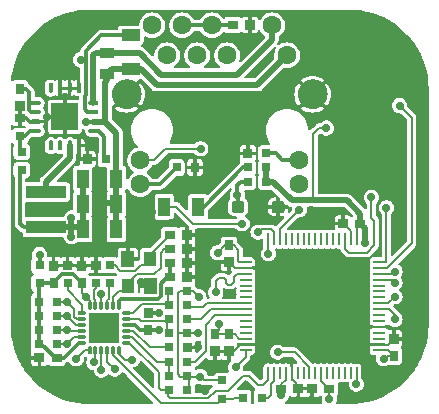
<source format=gbr>
G04 --- HEADER BEGIN --- *
G04 #@! TF.GenerationSoftware,LibrePCB,LibrePCB,1.0.1-unstable*
G04 #@! TF.CreationDate,2024-02-11T18:20:56*
G04 #@! TF.ProjectId,d0-reader,9220702f-a48e-4216-8865-87f6ea8ca353,v2*
G04 #@! TF.Part,Single*
G04 #@! TF.SameCoordinates*
G04 #@! TF.FileFunction,Copper,L2,Bot*
G04 #@! TF.FilePolarity,Positive*
%FSLAX66Y66*%
%MOMM*%
G01*
G75*
G04 --- HEADER END --- *
G04 --- APERTURE LIST BEGIN --- *
G04 #@! TA.AperFunction,SMDPad,CuDef*
%ADD10R,0.8X0.75*%
%ADD11R,0.85X0.8*%
%AMROUNDEDRECT12*20,1,1.0,-0.3,0.0,0.3,0.0,0.0*20,1,0.5,-0.55,0.0,0.55,0.0,0.0*1,1,0.5,-0.3,0.25*1,1,0.5,0.3,0.25*1,1,0.5,0.3,-0.25*1,1,0.5,-0.3,-0.25*%
%ADD12ROUNDEDRECT12*%
%ADD13R,0.8X0.85*%
%ADD14R,0.75X0.8*%
%ADD15R,1.05X1.6*%
%ADD16R,0.8X0.8*%
%AMOUTLINE17*4,1,10,-0.30093,-0.15767,-0.361821,-0.109111,-0.395612,-0.038941,-0.395612,0.038941,-0.361821,0.109111,-0.30093,0.15767,-0.225,0.175,0.4,0.175,0.4,-0.175,-0.225,-0.175,-0.30093,-0.15767,90.0*%
%ADD17OUTLINE17*%
%AMOUTLINE18*4,1,10,-0.30093,-0.15767,-0.361821,-0.109111,-0.395612,-0.038941,-0.395612,0.038941,-0.361821,0.109111,-0.30093,0.15767,-0.225,0.175,0.4,0.175,0.4,-0.175,-0.225,-0.175,-0.30093,-0.15767,0.0*%
%ADD18OUTLINE18*%
%AMOUTLINE19*4,1,10,-0.30093,-0.15767,-0.361821,-0.109111,-0.395612,-0.038941,-0.395612,0.038941,-0.361821,0.109111,-0.30093,0.15767,-0.225,0.175,0.4,0.175,0.4,-0.175,-0.225,-0.175,-0.30093,-0.15767,180.0*%
%ADD19OUTLINE19*%
%AMOUTLINE20*4,1,10,-0.30093,-0.15767,-0.361821,-0.109111,-0.395612,-0.038941,-0.395612,0.038941,-0.361821,0.109111,-0.30093,0.15767,-0.225,0.175,0.4,0.175,0.4,-0.175,-0.225,-0.175,-0.30093,-0.15767,270.0*%
%ADD20OUTLINE20*%
%ADD21R,2.29X2.29*%
%AMROUNDEDRECT22*20,1,0.2,-0.45,0.0,0.45,0.0,0.0*20,1,0.1,-0.5,0.0,0.5,0.0,0.0*1,1,0.1,-0.45,0.05*1,1,0.1,0.45,0.05*1,1,0.1,0.45,-0.05*1,1,0.1,-0.45,-0.05*%
%ADD22ROUNDEDRECT22*%
%AMROUNDEDRECT23*20,1,0.2,-0.45,0.0,0.45,0.0,90.0*20,1,0.1,-0.5,0.0,0.5,0.0,90.0*1,1,0.1,-0.05,-0.45*1,1,0.1,-0.05,0.45*1,1,0.1,0.05,0.45*1,1,0.1,0.05,-0.45*%
%ADD23ROUNDEDRECT23*%
%ADD24R,1.1X1.3*%
%ADD25R,1.25X0.95*%
G04 #@! TA.AperFunction,ComponentPad*
%ADD26C,1.6*%
%ADD27C,2.5*%
G04 #@! TA.AperFunction,SMDPad,CuDef*
%ADD28R,3.4X1.1*%
%AMOUTLINE29*4,1,9,-0.275,-0.121244,-0.326244,-0.07,-0.345,0.0,-0.326244,0.07,-0.275,0.121244,-0.205,0.14,0.345,0.14,0.345,-0.14,-0.205,-0.14,-0.275,-0.121244,0.0*%
%ADD29OUTLINE29*%
%AMOUTLINE30*4,1,9,-0.275,-0.121244,-0.326244,-0.07,-0.345,0.0,-0.326244,0.07,-0.275,0.121244,-0.205,0.14,0.345,0.14,0.345,-0.14,-0.205,-0.14,-0.275,-0.121244,90.0*%
%ADD30OUTLINE30*%
%AMOUTLINE31*4,1,9,-0.275,-0.121244,-0.326244,-0.07,-0.345,0.0,-0.326244,0.07,-0.275,0.121244,-0.205,0.14,0.345,0.14,0.345,-0.14,-0.205,-0.14,-0.275,-0.121244,270.0*%
%ADD31OUTLINE31*%
%AMOUTLINE32*4,1,9,-0.275,-0.121244,-0.326244,-0.07,-0.345,0.0,-0.326244,0.07,-0.275,0.121244,-0.205,0.14,0.345,0.14,0.345,-0.14,-0.205,-0.14,-0.275,-0.121244,180.0*%
%ADD32OUTLINE32*%
%ADD33R,2.5X2.5*%
%ADD34R,1.6X1.05*%
G04 #@! TA.AperFunction,ViaPad*
%ADD35C,0.7*%
G04 #@! TA.AperFunction,Conductor*
%ADD36C,0.2*%
%ADD37C,0.3*%
%ADD38C,0.5*%
%ADD39C,0.01*%
G04 #@! TD*
G04 --- APERTURE LIST END --- *
G04 --- BOARD BEGIN --- *
D10*
G04 #@! TO.N,3V3*
G04 #@! TO.C,R18*
G04 #@! TO.P,R18,2,2*
X238125Y-14703125D03*
G04 #@! TO.N,N25*
G04 #@! TO.P,R18,1,1*
X238125Y-16253125D03*
D11*
G04 #@! TO.N,GND*
G04 #@! TO.C,C11*
G04 #@! TO.P,C11,2,2*
X-2767500Y-5953125D03*
G04 #@! TO.N,N22*
G04 #@! TO.P,C11,1,1*
X-4217500Y-5953125D03*
D10*
G04 #@! TO.N,GND*
G04 #@! TO.C,R7*
G04 #@! TO.P,R7,2,2*
X-12858750Y-4940000D03*
G04 #@! TO.N,N23*
G04 #@! TO.P,R7,1,1*
X-12858750Y-6490000D03*
D11*
G04 #@! TO.N,GND*
G04 #@! TO.C,C9*
G04 #@! TO.P,C9,2,2*
X-2767500Y-3571875D03*
G04 #@! TO.N,N4*
G04 #@! TO.P,C9,1,1*
X-4217500Y-3571875D03*
D12*
G04 #@! TO.N,IR_RX*
G04 #@! TO.C,T1*
G04 #@! TO.P,T1,C,C*
X1550000Y0D03*
G04 #@! TO.N,GND*
G04 #@! TO.P,T1,E,E*
X4950000Y0D03*
D13*
G04 #@! TO.C,C23*
G04 #@! TO.P,C23,2,2*
X-16906875Y8561875D03*
G04 #@! TO.N,N20*
G04 #@! TO.P,C23,1,1*
X-16906875Y10011875D03*
D14*
G04 #@! TO.N,3V3*
G04 #@! TO.C,R17*
G04 #@! TO.P,R17,2,2*
X-2717500Y-15478125D03*
G04 #@! TO.N,RMII_MDIO*
G04 #@! TO.P,R17,1,1*
X-4267500Y-15478125D03*
G04 #@! TO.N,N25*
G04 #@! TO.C,R19*
G04 #@! TO.P,R19,2,2*
X2003125Y-16192500D03*
G04 #@! TO.N,RMII_REFCLK*
G04 #@! TO.P,R19,1,1*
X3553125Y-16192500D03*
D11*
G04 #@! TO.N,!RST*
G04 #@! TO.C,C7*
G04 #@! TO.P,C7,2,2*
X9297500Y-15398750D03*
G04 #@! TO.N,GND*
G04 #@! TO.P,C7,1,1*
X7847500Y-15398750D03*
G04 #@! TO.C,C13*
G04 #@! TO.P,C13,2,2*
X-15250625Y-12779375D03*
G04 #@! TO.N,N1*
G04 #@! TO.P,C13,1,1*
X-13800625Y-12779375D03*
G04 #@! TO.N,GND*
G04 #@! TO.C,C8*
G04 #@! TO.P,C8,2,2*
X-2767500Y-2381250D03*
G04 #@! TO.N,N6*
G04 #@! TO.P,C8,1,1*
X-4217500Y-2381250D03*
D15*
G04 #@! TO.N,3V3*
G04 #@! TO.C,C21*
G04 #@! TO.P,C21,2,2*
X-11585000Y238125D03*
G04 #@! TO.N,POE-*
G04 #@! TO.P,C21,1,1*
X-8735000Y238125D03*
D14*
G04 #@! TO.N,N13*
G04 #@! TO.C,R21*
G04 #@! TO.P,R21,2,2*
X3950000Y4524375D03*
G04 #@! TO.N,GND*
G04 #@! TO.P,R21,1,1*
X2400000Y4524375D03*
G04 #@! TO.N,3V3*
G04 #@! TO.C,R10*
G04 #@! TO.P,R10,2,2*
X-2717500Y-7143750D03*
G04 #@! TO.N,N35*
G04 #@! TO.P,R10,1,1*
X-4267500Y-7143750D03*
D16*
G04 #@! TO.N,3V3*
G04 #@! TO.C,L1*
G04 #@! TO.P,L1,1,1*
X-15240000Y-4965000D03*
G04 #@! TO.N,N1*
G04 #@! TO.P,L1,2,2*
X-15240000Y-6465000D03*
D15*
G04 #@! TO.N,3V3*
G04 #@! TO.C,C20*
G04 #@! TO.P,C20,2,2*
X-11585000Y2381250D03*
G04 #@! TO.N,POE-*
G04 #@! TO.P,C20,1,1*
X-8735000Y2381250D03*
D17*
G04 #@! TO.N,GND*
G04 #@! TO.C,U4*
G04 #@! TO.P,U4,12,WAD*
X-11896875Y10035000D03*
D18*
G04 #@! TO.N,POE+*
G04 #@! TO.P,U4,13,VDD*
X-10681875Y8820000D03*
D19*
G04 #@! TO.N,N20*
G04 #@! TO.P,U4,7,VDRV*
X-15511875Y8020000D03*
G04 #@! TO.N,N24*
G04 #@! TO.P,U4,5,FB*
X-15511875Y6420000D03*
D17*
G04 #@! TO.N,GND*
G04 #@! TO.P,U4,10,CLASS2*
X-13496875Y10035000D03*
D20*
G04 #@! TO.N,N21*
G04 #@! TO.P,U4,2,LX*
X-12696875Y5205000D03*
D18*
G04 #@! TO.N,N5*
G04 #@! TO.P,U4,14,VCC*
X-10681875Y8020000D03*
G04 #@! TO.N,N11*
G04 #@! TO.P,U4,16,RREF*
X-10681875Y6420000D03*
D20*
G04 #@! TO.N,N/C*
G04 #@! TO.P,U4,4,!WK*
X-14296875Y5205000D03*
D19*
G04 #@! TO.N,N20*
G04 #@! TO.P,U4,8,!SL*
X-15511875Y8820000D03*
G04 #@! TO.N,GND*
G04 #@! TO.P,U4,6,GND*
X-15511875Y7220000D03*
D20*
G04 #@! TO.N,N/C*
G04 #@! TO.P,U4,3,LED*
X-13496875Y5205000D03*
D17*
G04 #@! TO.P,U4,9,!ULP*
X-14296875Y10035000D03*
D20*
G04 #@! TO.N,GND*
G04 #@! TO.P,U4,1,AUX*
X-11896875Y5205000D03*
D17*
G04 #@! TO.P,U4,11,MPS*
X-12696875Y10035000D03*
D18*
G04 #@! TO.N,POE-*
G04 #@! TO.P,U4,15,PGND*
X-10681875Y7220000D03*
D21*
G04 #@! TO.N,GND*
G04 #@! TO.P,U4,EPAD,GND*
X-13096875Y7620000D03*
D14*
G04 #@! TO.C,R22*
G04 #@! TO.P,R22,2,2*
X-11173125Y4048125D03*
G04 #@! TO.N,N11*
G04 #@! TO.P,R22,1,1*
X-9623125Y4048125D03*
D11*
G04 #@! TO.N,GND*
G04 #@! TO.C,C2*
G04 #@! TO.P,C2,2,2*
X6678125Y-15398750D03*
G04 #@! TO.N,3V3*
G04 #@! TO.P,C2,1,1*
X5228125Y-15398750D03*
D22*
G04 #@! TO.N,N/C*
G04 #@! TO.C,U3*
G04 #@! TO.P,U3,27,PB1*
X2208125Y-7163750D03*
D23*
G04 #@! TO.N,!RST*
G04 #@! TO.P,U3,7,NRST*
X8608125Y-14063750D03*
D22*
G04 #@! TO.N,N/C*
G04 #@! TO.P,U3,53,PC12*
X13508125Y-6663750D03*
G04 #@! TO.N,TEST2*
G04 #@! TO.P,U3,57,PB5*
X13508125Y-8663750D03*
G04 #@! TO.N,RMII_RXD0*
G04 #@! TO.P,U3,24,PC4*
X2208125Y-8663750D03*
G04 #@! TO.N,GND*
G04 #@! TO.P,U3,18,VSS*
X2208125Y-11663750D03*
D23*
G04 #@! TO.N,N/C*
G04 #@! TO.P,U3,40,PC9*
X7608125Y-2763750D03*
G04 #@! TO.P,U3,44,PA11*
X9608125Y-2763750D03*
G04 #@! TO.N,RMII_TXD0*
G04 #@! TO.P,U3,33,PB12*
X4108125Y-2763750D03*
G04 #@! TO.N,N/C*
G04 #@! TO.P,U3,5,PD0-OSC_IN*
X9608125Y-14063750D03*
D22*
G04 #@! TO.P,U3,62,PB9*
X13508125Y-11163750D03*
G04 #@! TO.N,RMII_TXEN*
G04 #@! TO.P,U3,30,PB11*
X2208125Y-5663750D03*
G04 #@! TO.N,3V3*
G04 #@! TO.P,U3,64,VDD*
X13508125Y-12163750D03*
G04 #@! TO.N,N/C*
G04 #@! TO.P,U3,61,PB8*
X13508125Y-10663750D03*
D23*
G04 #@! TO.N,RMII_MDIO*
G04 #@! TO.P,U3,16,PA2*
X4108125Y-14063750D03*
D22*
G04 #@! TO.N,GND*
G04 #@! TO.P,U3,31,VSS*
X2208125Y-5163750D03*
G04 #@! TO.N,N/C*
G04 #@! TO.P,U3,28,PB2*
X2208125Y-6663750D03*
D23*
G04 #@! TO.P,U3,11,PC3*
X6608125Y-14063750D03*
D22*
G04 #@! TO.P,U3,59,PB7*
X13508125Y-9663750D03*
G04 #@! TO.N,RMII_CRS_DV*
G04 #@! TO.P,U3,23,PA7*
X2208125Y-9163750D03*
G04 #@! TO.N,N/C*
G04 #@! TO.P,U3,58,PB6*
X13508125Y-9163750D03*
G04 #@! TO.P,U3,21,PA5*
X2208125Y-10163750D03*
G04 #@! TO.N,SWCLK*
G04 #@! TO.P,U3,49,PA14*
X13508125Y-4663750D03*
D23*
G04 #@! TO.N,N/C*
G04 #@! TO.P,U3,6,PD1-OSC_OUT*
X9108125Y-14063750D03*
G04 #@! TO.N,GND*
G04 #@! TO.P,U3,47,VSS*
X11108125Y-2763750D03*
G04 #@! TO.P,U3,12,VSSA*
X6108125Y-14063750D03*
G04 #@! TO.N,N/C*
G04 #@! TO.P,U3,41,PA8*
X8108125Y-2763750D03*
D22*
G04 #@! TO.N,RMII_RXD1*
G04 #@! TO.P,U3,25,PC5*
X2208125Y-8163750D03*
D23*
G04 #@! TO.N,N/C*
G04 #@! TO.P,U3,3,PC14-OSC32_IN*
X10608125Y-14063750D03*
D22*
G04 #@! TO.N,3V3*
G04 #@! TO.P,U3,32,VDD*
X2208125Y-4663750D03*
D23*
G04 #@! TO.N,N/C*
G04 #@! TO.P,U3,39,PC8*
X7108125Y-2763750D03*
D22*
G04 #@! TO.N,IR_TX*
G04 #@! TO.P,U3,51,PC10*
X13508125Y-5663750D03*
G04 #@! TO.N,!LAN_RST*
G04 #@! TO.P,U3,17,PA3*
X2208125Y-12163750D03*
D23*
G04 #@! TO.N,RMII_REFCLK*
G04 #@! TO.P,U3,15,PA1*
X4608125Y-14063750D03*
G04 #@! TO.N,RMII_MDC*
G04 #@! TO.P,U3,9,PC1*
X7608125Y-14063750D03*
G04 #@! TO.N,N/C*
G04 #@! TO.P,U3,43,PA10*
X9108125Y-2763750D03*
G04 #@! TO.P,U3,37,PC6*
X6108125Y-2763750D03*
D22*
G04 #@! TO.N,IR_RX*
G04 #@! TO.P,U3,52,PC11*
X13508125Y-6163750D03*
D23*
G04 #@! TO.N,N/C*
G04 #@! TO.P,U3,42,PA9*
X8608125Y-2763750D03*
D22*
G04 #@! TO.N,BUTTON*
G04 #@! TO.P,U3,50,PA15*
X13508125Y-5163750D03*
G04 #@! TO.N,N/C*
G04 #@! TO.P,U3,29,PB10*
X2208125Y-6163750D03*
G04 #@! TO.P,U3,26,PB0*
X2208125Y-7663750D03*
D23*
G04 #@! TO.P,U3,2,PC13-TAMPER-RTC*
X11108125Y-14063750D03*
G04 #@! TO.N,3V3*
G04 #@! TO.P,U3,1,VBAT*
X11608125Y-14063750D03*
G04 #@! TO.N,N/C*
G04 #@! TO.P,U3,45,PA12*
X10108125Y-2763750D03*
G04 #@! TO.N,POWER_LED*
G04 #@! TO.P,U3,35,PB14*
X5108125Y-2763750D03*
G04 #@! TO.N,RMII_TXD1*
G04 #@! TO.P,U3,34,PB13*
X4608125Y-2763750D03*
G04 #@! TO.N,N/C*
G04 #@! TO.P,U3,14,PA0-WKUP*
X5108125Y-14063750D03*
G04 #@! TO.P,U3,4,PC15-OSC32_OUT*
X10108125Y-14063750D03*
D22*
G04 #@! TO.N,GND*
G04 #@! TO.P,U3,60,BOOT0*
X13508125Y-10163750D03*
D23*
G04 #@! TO.N,3V3*
G04 #@! TO.P,U3,13,VDDA*
X5608125Y-14063750D03*
G04 #@! TO.N,N/C*
G04 #@! TO.P,U3,10,PC2*
X7108125Y-14063750D03*
D22*
G04 #@! TO.N,GND*
G04 #@! TO.P,U3,63,VSS*
X13508125Y-11663750D03*
D23*
G04 #@! TO.N,N/C*
G04 #@! TO.P,U3,38,PC7*
X6608125Y-2763750D03*
D22*
G04 #@! TO.N,TEST1*
G04 #@! TO.P,U3,56,PB4*
X13508125Y-8163750D03*
D23*
G04 #@! TO.N,SWDIO*
G04 #@! TO.P,U3,46,PA13*
X10608125Y-2763750D03*
D22*
G04 #@! TO.N,3V3*
G04 #@! TO.P,U3,19,VDD*
X2208125Y-11163750D03*
G04 #@! TO.N,N/C*
G04 #@! TO.P,U3,20,PA4*
X2208125Y-10663750D03*
G04 #@! TO.P,U3,54,PD2*
X13508125Y-7163750D03*
G04 #@! TO.P,U3,55,PB3*
X13508125Y-7663750D03*
G04 #@! TO.P,U3,22,PA6*
X2208125Y-9663750D03*
D23*
G04 #@! TO.N,3V3*
G04 #@! TO.P,U3,48,VDD*
X11608125Y-2763750D03*
G04 #@! TO.N,N/C*
G04 #@! TO.P,U3,8,PC0*
X8108125Y-14063750D03*
G04 #@! TO.P,U3,36,PB15*
X5608125Y-2763750D03*
D24*
G04 #@! TO.N,GND*
G04 #@! TO.C,Y1*
G04 #@! TO.P,Y1,2,GND*
X-5876250Y-6706250D03*
G04 #@! TO.N,N4*
G04 #@! TO.P,Y1,3,2*
X-7776250Y-6706250D03*
G04 #@! TO.N,GND*
G04 #@! TO.P,Y1,4,GND*
X-7776250Y-4406250D03*
G04 #@! TO.N,N6*
G04 #@! TO.P,Y1,1,1*
X-5876250Y-4406250D03*
D13*
G04 #@! TO.N,GND*
G04 #@! TO.C,C6*
G04 #@! TO.P,C6,2,2*
X793750Y-12234375D03*
G04 #@! TO.N,3V3*
G04 #@! TO.P,C6,1,1*
X793750Y-10784375D03*
D14*
G04 #@! TO.N,N35*
G04 #@! TO.C,R11*
G04 #@! TO.P,R11,2,2*
X-4267500Y-8334375D03*
G04 #@! TO.N,RMII_RXD1*
G04 #@! TO.P,R11,1,1*
X-2717500Y-8334375D03*
D13*
G04 #@! TO.N,GND*
G04 #@! TO.C,C14*
G04 #@! TO.P,C14,2,2*
X-11668125Y-4990000D03*
G04 #@! TO.N,N1*
G04 #@! TO.P,C14,1,1*
X-11668125Y-6440000D03*
D14*
G04 #@! TO.N,3V3*
G04 #@! TO.C,R1*
G04 #@! TO.P,R1,2,2*
X3950000Y3333750D03*
G04 #@! TO.N,N7*
G04 #@! TO.P,R1,1,1*
X2400000Y3333750D03*
G04 #@! TO.N,3V3*
G04 #@! TO.C,R2*
G04 #@! TO.P,R2,2,2*
X3950000Y2143125D03*
G04 #@! TO.N,IR_RX*
G04 #@! TO.P,R2,1,1*
X2400000Y2143125D03*
D25*
G04 #@! TO.N,POE+*
G04 #@! TO.C,C19*
G04 #@! TO.P,C19,1,1*
X-9525000Y13019375D03*
G04 #@! TO.N,POE-*
G04 #@! TO.P,C19,2,2*
X-9525000Y11269375D03*
D14*
G04 #@! TO.N,N14*
G04 #@! TO.C,R20*
G04 #@! TO.P,R20,2,2*
X-3632500Y3333750D03*
G04 #@! TO.N,GND*
G04 #@! TO.P,R20,1,1*
X-2082500Y3333750D03*
D13*
G04 #@! TO.C,C1*
G04 #@! TO.P,C1,2,2*
X-396875Y-12234375D03*
G04 #@! TO.N,3V3*
G04 #@! TO.P,C1,1,1*
X-396875Y-10784375D03*
D26*
G04 #@! TO.N,TXN*
G04 #@! TO.C,J1*
G04 #@! TO.P,J1,5,TD-*
X635000Y12825000D03*
G04 #@! TO.N,N17*
G04 #@! TO.P,J1,13,LED_Yellow_A*
X-6725000Y3935000D03*
D27*
G04 #@! TO.N,GND*
G04 #@! TO.P,J1,SHIELD2,SHIELD*
X-7875000Y9525000D03*
D26*
G04 #@! TO.N,TXP*
G04 #@! TO.P,J1,7,TD+*
X-1905000Y12825000D03*
G04 #@! TO.N,RXP*
G04 #@! TO.P,J1,10,RD+*
X-5715000Y15365000D03*
D27*
G04 #@! TO.N,GND*
G04 #@! TO.P,J1,SHIELD1,SHIELD*
X7875000Y9525000D03*
D26*
G04 #@! TO.N,POE+*
G04 #@! TO.P,J1,2,PWR+*
X4445000Y15365000D03*
G04 #@! TO.N,N14*
G04 #@! TO.P,J1,14,LED_Yellow_C*
X-6725000Y1905000D03*
G04 #@! TO.N,RXN*
G04 #@! TO.P,J1,9,RD-*
X-4445000Y12825000D03*
G04 #@! TO.N,POE-*
G04 #@! TO.P,J1,1,PWR-*
X5715000Y12825000D03*
G04 #@! TO.N,N13*
G04 #@! TO.P,J1,11,LED_Green_C*
X6725000Y3935000D03*
G04 #@! TO.N,POWER_LED*
G04 #@! TO.P,J1,12,LED_Green_A*
X6725000Y1905000D03*
G04 #@! TO.N,N1*
G04 #@! TO.P,J1,6,TX_CT*
X-635000Y15365000D03*
G04 #@! TO.P,J1,8,RX_CT*
X-3175000Y15365000D03*
D14*
G04 #@! TO.N,3V3*
G04 #@! TO.C,R16*
G04 #@! TO.P,R16,2,2*
X-2717500Y-14287500D03*
G04 #@! TO.N,N16*
G04 #@! TO.P,R16,1,1*
X-4267500Y-14287500D03*
D28*
G04 #@! TO.N,3V3*
G04 #@! TO.C,L2*
G04 #@! TO.P,L2,1,1*
X-14684375Y-1738125D03*
G04 #@! TO.N,N21*
G04 #@! TO.P,L2,2,2*
X-14684375Y1261875D03*
D14*
G04 #@! TO.N,N18*
G04 #@! TO.C,R14*
G04 #@! TO.P,R14,2,2*
X-4267500Y-11906250D03*
G04 #@! TO.N,GND*
G04 #@! TO.P,R14,1,1*
X-2717500Y-11906250D03*
D10*
G04 #@! TO.N,3V3*
G04 #@! TO.C,R23*
G04 #@! TO.P,R23,2,2*
X-16748125Y3114375D03*
G04 #@! TO.N,N24*
G04 #@! TO.P,R23,1,1*
X-16748125Y4664375D03*
D15*
G04 #@! TO.N,3V3*
G04 #@! TO.C,C22*
G04 #@! TO.P,C22,2,2*
X-11585000Y-1905000D03*
G04 #@! TO.N,POE-*
G04 #@! TO.P,C22,1,1*
X-8735000Y-1905000D03*
G04 #@! TO.N,N7*
G04 #@! TO.C,LED1*
G04 #@! TO.P,LED1,2,A*
X-1825000Y0D03*
G04 #@! TO.N,IR_TX*
G04 #@! TO.P,LED1,1,C*
X-4675000Y0D03*
D10*
G04 #@! TO.N,N2*
G04 #@! TO.C,R8*
G04 #@! TO.P,R8,2,2*
X-10477500Y-6490000D03*
G04 #@! TO.N,GND*
G04 #@! TO.P,R8,1,1*
X-10477500Y-4940000D03*
D11*
G04 #@! TO.C,C10*
G04 #@! TO.P,C10,2,2*
X-2767500Y-4762500D03*
G04 #@! TO.N,N22*
G04 #@! TO.P,C10,1,1*
X-4217500Y-4762500D03*
G04 #@! TO.N,GND*
G04 #@! TO.C,C4*
G04 #@! TO.P,C4,2,2*
X10466875Y-1428750D03*
G04 #@! TO.N,3V3*
G04 #@! TO.P,C4,1,1*
X11916875Y-1428750D03*
D13*
G04 #@! TO.N,GND*
G04 #@! TO.C,C3*
G04 #@! TO.P,C3,2,2*
X14763750Y-11181250D03*
G04 #@! TO.N,3V3*
G04 #@! TO.P,C3,1,1*
X14763750Y-12631250D03*
D29*
G04 #@! TO.N,RMII_MDIO*
G04 #@! TO.C,U1*
G04 #@! TO.P,U1,12,MDIO*
X-7880625Y-11489375D03*
D30*
G04 #@! TO.N,N2*
G04 #@! TO.P,U1,2,LED2/!INTSEL*
X-10513125Y-8356875D03*
G04 #@! TO.N,N22*
G04 #@! TO.P,U1,6,VDDCR*
X-8513125Y-8356875D03*
D31*
G04 #@! TO.N,RMII_TXD0*
G04 #@! TO.P,U1,17,TXD0*
X-10513125Y-12122375D03*
G04 #@! TO.N,RMII_MDC*
G04 #@! TO.P,U1,13,MDC*
X-8513125Y-12122375D03*
D32*
G04 #@! TO.N,N1*
G04 #@! TO.P,U1,19,VDD1A*
X-11646125Y-11489375D03*
G04 #@! TO.N,RXN*
G04 #@! TO.P,U1,22,RXN*
X-11646125Y-9989375D03*
D30*
G04 #@! TO.N,N4*
G04 #@! TO.P,U1,5,XTAL1/CLKIN*
X-9013125Y-8356875D03*
D32*
G04 #@! TO.N,N23*
G04 #@! TO.P,U1,24,RBIAS*
X-11646125Y-8989375D03*
D31*
G04 #@! TO.N,RMII_TXD1*
G04 #@! TO.P,U1,18,TXD1*
X-11013125Y-12122375D03*
G04 #@! TO.N,RMII_TXEN*
G04 #@! TO.P,U1,16,TXEN*
X-10013125Y-12122375D03*
D29*
G04 #@! TO.N,3V3*
G04 #@! TO.P,U1,9,VDDIO*
X-7880625Y-9989375D03*
G04 #@! TO.N,N35*
G04 #@! TO.P,U1,7,RXD1/MODE1*
X-7880625Y-8989375D03*
D32*
G04 #@! TO.N,TXN*
G04 #@! TO.P,U1,20,TXN*
X-11646125Y-10989375D03*
D31*
G04 #@! TO.N,!LAN_RST*
G04 #@! TO.P,U1,15,!RST*
X-9513125Y-12122375D03*
D30*
G04 #@! TO.N,N1*
G04 #@! TO.P,U1,1,VDD2A*
X-11013125Y-8356875D03*
D32*
G04 #@! TO.N,TXP*
G04 #@! TO.P,U1,21,TXP*
X-11646125Y-10489375D03*
D30*
G04 #@! TO.N,N10*
G04 #@! TO.P,U1,4,XTAL2*
X-9513125Y-8356875D03*
G04 #@! TO.N,N17*
G04 #@! TO.P,U1,3,LED1/REGOFF*
X-10013125Y-8356875D03*
D31*
G04 #@! TO.N,N25*
G04 #@! TO.P,U1,14,!INT/REFCLKO*
X-9013125Y-12122375D03*
D32*
G04 #@! TO.N,RXP*
G04 #@! TO.P,U1,23,RXP*
X-11646125Y-9489375D03*
D33*
G04 #@! TO.N,GND*
G04 #@! TO.P,U1,EPAD,VSS*
X-9763125Y-10239375D03*
D29*
G04 #@! TO.N,N18*
G04 #@! TO.P,U1,10,RXER/PHYAD0*
X-7880625Y-10489375D03*
G04 #@! TO.N,N15*
G04 #@! TO.P,U1,8,RXD0/MODE0*
X-7880625Y-9489375D03*
G04 #@! TO.N,N16*
G04 #@! TO.P,U1,11,CRS_DV/MODE2*
X-7880625Y-10989375D03*
D14*
G04 #@! TO.N,N1*
G04 #@! TO.C,R3*
G04 #@! TO.P,R3,2,2*
X-15300625Y-11588750D03*
G04 #@! TO.N,TXN*
G04 #@! TO.P,R3,1,1*
X-13750625Y-11588750D03*
G04 #@! TO.N,3V3*
G04 #@! TO.C,R13*
G04 #@! TO.P,R13,2,2*
X-2717500Y-10715625D03*
G04 #@! TO.N,N15*
G04 #@! TO.P,R13,1,1*
X-4267500Y-10715625D03*
G04 #@! TO.C,R12*
G04 #@! TO.P,R12,2,2*
X-4267500Y-9525000D03*
G04 #@! TO.N,RMII_RXD0*
G04 #@! TO.P,R12,1,1*
X-2717500Y-9525000D03*
D13*
G04 #@! TO.N,GND*
G04 #@! TO.C,C5*
G04 #@! TO.P,C5,2,2*
X793750Y-4693750D03*
G04 #@! TO.N,3V3*
G04 #@! TO.P,C5,1,1*
X793750Y-3243750D03*
G04 #@! TO.N,GND*
G04 #@! TO.C,C15*
G04 #@! TO.P,C15,2,2*
X-14049375Y-4990000D03*
G04 #@! TO.N,N1*
G04 #@! TO.P,C15,1,1*
X-14049375Y-6440000D03*
D10*
G04 #@! TO.N,N6*
G04 #@! TO.C,R9*
G04 #@! TO.P,R9,2,2*
X-9286875Y-4940000D03*
G04 #@! TO.N,N10*
G04 #@! TO.P,R9,1,1*
X-9286875Y-6490000D03*
D14*
G04 #@! TO.N,N1*
G04 #@! TO.C,R5*
G04 #@! TO.P,R5,2,2*
X-15300625Y-9207500D03*
G04 #@! TO.N,RXN*
G04 #@! TO.P,R5,1,1*
X-13750625Y-9207500D03*
D13*
G04 #@! TO.N,GND*
G04 #@! TO.C,C12*
G04 #@! TO.P,C12,2,2*
X-6032500Y-8958750D03*
G04 #@! TO.N,3V3*
G04 #@! TO.P,C12,1,1*
X-6032500Y-10408750D03*
D14*
G04 #@! TO.N,N1*
G04 #@! TO.C,R6*
G04 #@! TO.P,R6,2,2*
X-15300625Y-8016875D03*
G04 #@! TO.N,RXP*
G04 #@! TO.P,R6,1,1*
X-13750625Y-8016875D03*
D10*
G04 #@! TO.N,N24*
G04 #@! TO.C,R24*
G04 #@! TO.P,R24,2,2*
X-16906875Y5971875D03*
G04 #@! TO.N,GND*
G04 #@! TO.P,R24,1,1*
X-16906875Y7521875D03*
D34*
G04 #@! TO.N,POE-*
G04 #@! TO.C,C18*
G04 #@! TO.P,C18,2,2*
X-7540625Y11671875D03*
G04 #@! TO.N,N5*
G04 #@! TO.P,C18,1,1*
X-7540625Y14521875D03*
D14*
G04 #@! TO.N,N16*
G04 #@! TO.C,R15*
G04 #@! TO.P,R15,2,2*
X-4267500Y-13096875D03*
G04 #@! TO.N,RMII_CRS_DV*
G04 #@! TO.P,R15,1,1*
X-2717500Y-13096875D03*
G04 #@! TO.N,N1*
G04 #@! TO.C,R4*
G04 #@! TO.P,R4,2,2*
X-15300625Y-10398125D03*
G04 #@! TO.N,TXP*
G04 #@! TO.P,R4,1,1*
X-13750625Y-10398125D03*
D11*
G04 #@! TO.N,GND*
G04 #@! TO.C,C16*
G04 #@! TO.P,C16,2,2*
X2550625Y15398750D03*
G04 #@! TO.N,N1*
G04 #@! TO.P,C16,1,1*
X1100625Y15398750D03*
D35*
G04 #@! TD.C*
G04 #@! TD.P*
G04 #@! TO.N,GND*
X8810625Y4127500D03*
X-10953750Y5476875D03*
G04 #@! TO.N,N17*
X-10001250Y-7381875D03*
X-1587500Y4921250D03*
D36*
X-10013125Y-7608125D02*
X-10001250Y-7381875D01*
X-5590000Y3935000D02*
X-4603750Y4921250D01*
X-1587500Y4921250D02*
X-4603750Y4921250D01*
X-10013125Y-8356875D02*
X-10013125Y-7608125D01*
X-6725000Y3935000D02*
X-5590000Y3935000D01*
D35*
G04 #@! TO.N,GND*
X-1587500Y-3095625D03*
X6667500Y16033750D03*
G04 #@! TO.N,TEST1*
X14843125Y-7620000D03*
D36*
X14299375Y-8163750D02*
X14843125Y-7620000D01*
X13508125Y-8163750D02*
X14299375Y-8163750D01*
D35*
G04 #@! TO.N,GND*
X-9763125Y-11112500D03*
G04 #@! TO.N,RXN*
X-12938125Y-9207500D03*
D36*
X-12938125Y-9207500D02*
X-13750625Y-9207500D01*
X-12156250Y-9989375D02*
X-12938125Y-9207500D01*
X-11646125Y-9989375D02*
X-12156250Y-9989375D01*
D35*
G04 #@! TO.N,GND*
X8731250Y5397500D03*
X17145000Y-11112500D03*
X-6905625Y-16271875D03*
G04 #@! TO.N,RMII_TXEN*
X-317500Y-7223125D03*
X-10001250Y-13811250D03*
D36*
X-10013125Y-12122375D02*
X-10001250Y-12134250D01*
X555625Y-6429375D02*
X555625Y-6191250D01*
X1480000Y-5663750D02*
X1190625Y-5953125D01*
X2208125Y-5663750D02*
X1480000Y-5663750D01*
X-10001250Y-12134250D02*
X-10001250Y-13811250D01*
X-79375Y-6032500D02*
X-317500Y-6270625D01*
X396875Y-6032500D02*
X-79375Y-6032500D01*
X714375Y-6588125D02*
X555625Y-6429375D01*
X1190625Y-5953125D02*
X1190625Y-6350000D01*
X1190625Y-6350000D02*
X952500Y-6588125D01*
X-317500Y-7223125D02*
X-317500Y-6270625D01*
X555625Y-6191250D02*
X396875Y-6032500D01*
X952500Y-6588125D02*
X714375Y-6588125D01*
D35*
G04 #@! TO.N,GND*
X-7540625Y16033750D03*
D37*
X-11173125Y4048125D02*
X-11906250Y4048125D01*
X-11896875Y4057500D02*
X-11906250Y4048125D01*
X-11896875Y5205000D02*
X-11896875Y4057500D01*
D35*
X-1905000Y14366875D03*
D36*
G04 #@! TO.N,RMII_MDIO*
X-7640000Y-11489375D02*
X-7880625Y-11489375D01*
X3254375Y-15081250D02*
X2460625Y-14287500D01*
X-4365625Y-16033750D02*
X-4206875Y-16192500D01*
X-317500Y-15557500D02*
X714375Y-15557500D01*
X4108125Y-14063750D02*
X4108125Y-14624375D01*
X4108125Y-14624375D02*
X3651250Y-15081250D01*
X-4267500Y-15478125D02*
X-4365625Y-15478125D01*
X2460625Y-14287500D02*
X1984375Y-14287500D01*
X-4365625Y-15478125D02*
X-5000625Y-15478125D01*
X1984375Y-14287500D02*
X714375Y-15557500D01*
X-317500Y-15557500D02*
X-952500Y-16192500D01*
X-5000625Y-15478125D02*
X-5159375Y-15319375D01*
X-952500Y-16192500D02*
X-4206875Y-16192500D01*
X-5159375Y-15319375D02*
X-5159375Y-13970000D01*
X3651250Y-15081250D02*
X3254375Y-15081250D01*
X-5159375Y-13970000D02*
X-7640000Y-11489375D01*
X-4365625Y-15478125D02*
X-4365625Y-16033750D01*
D35*
G04 #@! TO.N,GND*
X-10636250Y-9921875D03*
G04 #@! TO.N,RMII_TXD1*
X3254375Y-2143125D03*
X-12144375Y-12858750D03*
D36*
X3492500Y-1905000D02*
X3254375Y-2143125D01*
X-11013125Y-12122375D02*
X-11408000Y-12122375D01*
X4608125Y-2147500D02*
X4365625Y-1905000D01*
X4608125Y-2763750D02*
X4608125Y-2147500D01*
X-11408000Y-12122375D02*
X-12144375Y-12858750D01*
X4365625Y-1905000D02*
X3492500Y-1905000D01*
D35*
G04 #@! TO.N,GND*
X13414375Y9921875D03*
D36*
G04 #@! TO.N,N23*
X-11646125Y-8989375D02*
X-11646125Y-8277000D01*
X-11646125Y-8277000D02*
X-12858750Y-7064375D01*
X-12858750Y-6490000D02*
X-12858750Y-7064375D01*
D35*
G04 #@! TO.N,GND*
X-5873750Y-3095625D03*
X5238750Y-10953750D03*
X-396875Y-13255625D03*
D36*
X-396875Y-12234375D02*
X-396875Y-13255625D01*
X793750Y-12234375D02*
X-396875Y-12234375D01*
X1750625Y-11663750D02*
X1190625Y-12223750D01*
X2208125Y-11663750D02*
X1750625Y-11663750D01*
X793750Y-12234375D02*
X1190625Y-12223750D01*
D38*
G04 #@! TO.N,POE+*
X-9525000Y13019375D02*
X-9765000Y13017500D01*
X1508125Y11191875D02*
X4445000Y14128750D01*
X-10681875Y8820000D02*
X-10681875Y12813125D01*
X-4921250Y11191875D02*
X1508125Y11191875D01*
X4445000Y15365000D02*
X4445000Y14128750D01*
X-6748750Y13019375D02*
X-4921250Y11191875D01*
X-9525000Y13019375D02*
X-9525000Y13019375D01*
X-10681875Y12813125D02*
X-10477500Y13017500D01*
X-10477500Y13017500D02*
X-9765000Y13017500D01*
X-9525000Y13019375D02*
X-6748750Y13019375D01*
D35*
G04 #@! TO.N,GND*
X15716250Y-11191875D03*
X-5080000Y8572500D03*
D37*
G04 #@! TO.N,N14*
X-6725000Y1905000D02*
X-5061250Y1905000D01*
X-5061250Y1905000D02*
X-3632500Y3333750D01*
D35*
G04 #@! TO.N,GND*
X15557500Y9842500D03*
D37*
G04 #@! TO.N,N24*
X-15511875Y6420000D02*
X-16043125Y6420000D01*
X-16906875Y5971875D02*
X-16906875Y4823125D01*
X-16906875Y5971875D02*
X-16906875Y5971875D01*
X-16906875Y4823125D02*
X-16748125Y4664375D01*
X-16351250Y6111875D02*
X-16491250Y5971875D01*
X-16906875Y5971875D02*
X-16491250Y5971875D01*
X-16043125Y6420000D02*
X-16351250Y6111875D01*
D35*
G04 #@! TO.N,3V3*
X-79375Y-9921875D03*
X12303125Y-3095625D03*
X-12541250Y-2540000D03*
X-5159375Y-10398125D03*
X-1825625Y-10715625D03*
X13890625Y-12858750D03*
X5238750Y-15954375D03*
X11588750Y-15001875D03*
X9048750Y6667500D03*
X-15240000Y-4048125D03*
X-12541250Y-1746250D03*
X-1666875Y-14366875D03*
X-158750Y-3889375D03*
X-12541250Y-952500D03*
X-1746250Y-7620000D03*
D36*
X5608125Y-14632500D02*
X5238750Y-15001875D01*
X1031875Y-3243750D02*
X1180000Y-3243750D01*
D37*
X-7155625Y-9989375D02*
X-6746875Y-10398125D01*
X-7880625Y-9989375D02*
X-7155625Y-9989375D01*
D36*
X-2717500Y-14366875D02*
X-1666875Y-14366875D01*
X-2717500Y-14366875D02*
X-3333750Y-14366875D01*
X14296250Y-12163750D02*
X14763750Y-12631250D01*
X2208125Y-11163750D02*
X1638750Y-11163750D01*
D38*
X7937500Y555625D02*
X6111875Y555625D01*
D37*
X-6746875Y-10398125D02*
X-6043125Y-10398125D01*
D36*
X14197500Y-12631250D02*
X13890625Y-12858750D01*
X1270000Y-10795000D02*
X804375Y-10795000D01*
X-362500Y-10750000D02*
X-396875Y-10784375D01*
X14763750Y-12631250D02*
X14197500Y-12631250D01*
X5228125Y-15398750D02*
X5318125Y-15308750D01*
X793750Y-10784375D02*
X-362500Y-10750000D01*
D38*
X-11585000Y238125D02*
X-11585000Y238125D01*
X4048125Y2143125D02*
X4524375Y2143125D01*
D36*
X486875Y-3243750D02*
X-158750Y-3889375D01*
X-2717500Y-14287500D02*
X-2619375Y-14446250D01*
X5228125Y-15398750D02*
X5238750Y-15001875D01*
D38*
X-12541250Y-1746250D02*
X-12541250Y-952500D01*
X7937500Y555625D02*
X10795000Y555625D01*
D36*
X-2619375Y-15557500D02*
X-2717500Y-15478125D01*
D38*
X11916875Y-1428750D02*
X11916875Y-566250D01*
D36*
X9048750Y6667500D02*
X8413750Y6667500D01*
D38*
X11916875Y-566250D02*
X10795000Y555625D01*
X4048125Y2143125D02*
X3950000Y2143125D01*
D37*
X-14692500Y-1746250D02*
X-14684375Y-1738125D01*
X-5159375Y-10398125D02*
X-6043125Y-10398125D01*
D36*
X-3333750Y-14366875D02*
X-3492500Y-14128750D01*
D38*
X12303125Y-1815000D02*
X11916875Y-1428750D01*
D36*
X1587500Y-3651250D02*
X1587500Y-4603750D01*
X8413750Y6667500D02*
X7937500Y6191250D01*
X13508125Y-12163750D02*
X14296250Y-12163750D01*
D37*
X-16906875Y-1428750D02*
X-16906875Y2955625D01*
D36*
X-2717500Y-7143750D02*
X-3333750Y-7143750D01*
D37*
X-6043125Y-10398125D02*
X-6032500Y-10408750D01*
D36*
X804375Y-10795000D02*
X793750Y-10784375D01*
X-3492500Y-7302500D02*
X-3333750Y-7143750D01*
X-2619375Y-15557500D02*
X-2619375Y-14446250D01*
X11608125Y-1737429D02*
X11916875Y-1428750D01*
X1180000Y-3243750D02*
X1587500Y-3651250D01*
D37*
X-15240000Y-4048125D02*
X-15240000Y-4965000D01*
D36*
X793750Y-3243750D02*
X1031875Y-3243750D01*
X11608125Y-2763750D02*
X11608125Y-1737429D01*
X-1330625Y-14703125D02*
X-1666875Y-14366875D01*
X11608125Y-14982500D02*
X11588750Y-15001875D01*
X1647500Y-4663750D02*
X1587500Y-4603750D01*
D38*
X-11585000Y-1905000D02*
X-11585000Y238125D01*
D36*
X-3492500Y-10715625D02*
X-3492500Y-14128750D01*
X793750Y-3243750D02*
X793750Y-3243750D01*
D38*
X-12541250Y-1746250D02*
X-11743750Y-1746250D01*
D36*
X-2717500Y-7143750D02*
X-2222500Y-7143750D01*
D38*
X-12541250Y-1746250D02*
X-14684375Y-1738125D01*
D36*
X-1825625Y-10715625D02*
X-2717500Y-10715625D01*
X-362500Y-10750000D02*
X-79375Y-10466875D01*
D38*
X-11743750Y-1746250D02*
X-11585000Y-1905000D01*
D36*
X-3492500Y-10715625D02*
X-3492500Y-7302500D01*
D38*
X-11585000Y238125D02*
X-11585000Y2381250D01*
X3950000Y2241250D02*
X3950000Y3333750D01*
D36*
X1638750Y-11163750D02*
X1270000Y-10795000D01*
D37*
X-16906875Y-1428750D02*
X-16589375Y-1746250D01*
D36*
X793750Y-3243750D02*
X486875Y-3243750D01*
X5238750Y-15557500D02*
X5228125Y-15398750D01*
X-79375Y-9921875D02*
X-79375Y-10466875D01*
D38*
X4048125Y2143125D02*
X3950000Y2241250D01*
D37*
X-16589375Y-1746250D02*
X-14692500Y-1746250D01*
X-16906875Y2955625D02*
X-16748125Y3114375D01*
D36*
X5608125Y-14063750D02*
X5608125Y-14632500D01*
X-2717500Y-14366875D02*
X-2717500Y-14287500D01*
D38*
X12303125Y-3095625D02*
X12303125Y-1815000D01*
D36*
X238125Y-14703125D02*
X-1330625Y-14703125D01*
D38*
X-12541250Y-1746250D02*
X-12541250Y-2540000D01*
X6111875Y555625D02*
X4524375Y2143125D01*
D36*
X-2222500Y-7143750D02*
X-1746250Y-7620000D01*
X5318125Y-15308750D02*
X5228125Y-15398750D01*
X5238750Y-15954375D02*
X5238750Y-15557500D01*
X2208125Y-4663750D02*
X1647500Y-4663750D01*
X11608125Y-14063750D02*
X11608125Y-14982500D01*
X-2717500Y-10715625D02*
X-3492500Y-10715625D01*
X7937500Y555625D02*
X7937500Y6191250D01*
G04 #@! TO.N,RMII_CRS_DV*
X-1190625Y-12223750D02*
X-2063750Y-13096875D01*
X-353125Y-9163750D02*
X-1190625Y-10001250D01*
X2208125Y-9163750D02*
X-353125Y-9163750D01*
X-2717500Y-13096875D02*
X-2063750Y-13096875D01*
X-1190625Y-10001250D02*
X-1190625Y-12223750D01*
D35*
G04 #@! TO.N,GND*
X-1508125Y-5556250D03*
X-3254375Y2063750D03*
X-11350625Y-14049375D03*
X-11430000Y-16192500D03*
X15478125Y13335000D03*
G04 #@! TO.N,SWDIO*
X12858750Y793750D03*
D36*
X10608125Y-2763750D02*
X10608125Y-3543750D01*
X10608125Y-3543750D02*
X10953750Y-3889375D01*
X13096875Y-3254375D02*
X12461875Y-3889375D01*
X12858750Y793750D02*
X12858750Y-952500D01*
X10953750Y-3889375D02*
X12461875Y-3889375D01*
X13096875Y-1190625D02*
X12858750Y-952500D01*
X13096875Y-3254375D02*
X13096875Y-1190625D01*
D35*
G04 #@! TO.N,GND*
X10239375Y-10953750D03*
X1825625Y-2857500D03*
X-12858750Y-3810000D03*
X5397500Y-8810625D03*
X-7540625Y-2222500D03*
D36*
X14281250Y-11663750D02*
X14763750Y-11181250D01*
X13508125Y-11663750D02*
X14281250Y-11663750D01*
G04 #@! TO.N,RMII_RXD1*
X-2558750Y-8493125D02*
X-2717500Y-8334375D01*
X-1428750Y-8493125D02*
X-2558750Y-8493125D01*
X-1099375Y-8163750D02*
X-1428750Y-8493125D01*
X2208125Y-8163750D02*
X-1099375Y-8163750D01*
D35*
G04 #@! TO.N,GND*
X7699375Y-16351250D03*
X-10160000Y-1746250D03*
X1190625Y4524375D03*
X8810625Y1587500D03*
X7143750Y-6746875D03*
G04 #@! TO.N,!RST*
X9286875Y-16271875D03*
D36*
X9286875Y-15398751D02*
X9286875Y-16271875D01*
X9292188Y-15393438D02*
X8608125Y-14709375D01*
X8608125Y-14063750D02*
X8608125Y-14709375D01*
X9292188Y-15393438D02*
X9297500Y-15398750D01*
X9292188Y-15393438D02*
X9286875Y-15398751D01*
D35*
G04 #@! TO.N,GND*
X3016250Y-13414375D03*
X-4445000Y14366875D03*
D36*
X6108125Y-14063750D02*
X6108125Y-14601250D01*
X6108125Y-14601250D02*
X6429375Y-14922500D01*
X6429375Y-14922500D02*
X6429375Y-15150000D01*
X6667500Y-15398750D02*
X6678125Y-15398750D01*
X6429375Y-15150000D02*
X6678125Y-15398750D01*
D35*
X-16351250Y-12779375D03*
D37*
G04 #@! TO.N,N22*
X-5238750Y-7778750D02*
X-8334375Y-7778750D01*
X-5000625Y-7540625D02*
X-5238750Y-7778750D01*
X-8513125Y-7957500D02*
X-8334375Y-7778750D01*
X-8513125Y-8356875D02*
X-8513125Y-7957500D01*
X-4217500Y-6032500D02*
X-4217500Y-4762500D01*
X-4217500Y-6032500D02*
X-4524375Y-6032500D01*
X-5000625Y-6508750D02*
X-5000625Y-7540625D01*
X-4524375Y-6032500D02*
X-5000625Y-6508750D01*
X-4217500Y-6032500D02*
X-4217500Y-5953125D01*
D35*
G04 #@! TO.N,GND*
X3175000Y5794375D03*
G04 #@! TO.N,POWER_LED*
X6746875Y-238125D03*
D36*
X5108125Y-1876875D02*
X6746875Y-238125D01*
X5108125Y-2763750D02*
X5108125Y-1876875D01*
D37*
G04 #@! TO.N,N13*
X5318125Y3968750D02*
X6691250Y3968750D01*
X3950000Y4524375D02*
X4762500Y4524375D01*
X4762500Y4524375D02*
X5318125Y3968750D01*
X6691250Y3968750D02*
X6725000Y3935000D01*
D35*
G04 #@! TO.N,GND*
X-6667500Y-6350000D03*
D36*
X-6708125Y-6706250D02*
X-6746875Y-6667500D01*
X-6667500Y-6350000D02*
X-6746875Y-6667500D01*
X-5876250Y-6706250D02*
X-6708125Y-6706250D01*
D35*
X13335000Y13255625D03*
G04 #@! TO.N,POE-*
X-11350625Y7223125D03*
D38*
X-8731250Y241875D02*
X-8731250Y-1901250D01*
X3208750Y10318750D02*
X5715000Y12825000D01*
X-8731250Y6270625D02*
X-8731250Y2385000D01*
X-8731250Y-1901250D02*
X-8735000Y-1905000D01*
X-5318125Y10318750D02*
X3208750Y10318750D01*
X-9525000Y11269375D02*
X-9122500Y11671875D01*
X-8731250Y2385000D02*
X-8731250Y241875D01*
X-9683750Y7220000D02*
X-9683750Y7223125D01*
X-9683750Y7223125D02*
X-8731250Y6270625D01*
X-9525000Y10715625D02*
X-9683750Y10556875D01*
X-6671250Y11671875D02*
X-5318125Y10318750D01*
X-7540625Y11671875D02*
X-9122500Y11671875D01*
X-9525000Y11269375D02*
X-9525000Y11269375D01*
X-9525000Y11269375D02*
X-9525000Y10715625D01*
X-8731250Y241875D02*
X-8735000Y238125D01*
D37*
X-11350625Y7223125D02*
X-10685000Y7223125D01*
D38*
X-7540625Y11671875D02*
X-6671250Y11671875D01*
X-9683750Y10556875D02*
X-9683750Y7220000D01*
X-7540625Y11671875D02*
X-7540625Y11671875D01*
X-8731250Y2385000D02*
X-8735000Y2381250D01*
X-9683750Y7220000D02*
X-10681875Y7220000D01*
D37*
X-10685000Y7223125D02*
X-10681875Y7220000D01*
D36*
G04 #@! TO.N,N35*
X-4346875Y-7223125D02*
X-4267500Y-7143750D01*
X-6588125Y-8255000D02*
X-4346875Y-8255000D01*
X-4346875Y-8255000D02*
X-4267500Y-8334375D01*
X-7302500Y-8969375D02*
X-7860625Y-8969375D01*
X-7860625Y-8969375D02*
X-7880625Y-8989375D01*
X-6588125Y-8255000D02*
X-7302500Y-8969375D01*
X-4346875Y-8255000D02*
X-4346875Y-7223125D01*
D35*
G04 #@! TO.N,!LAN_RST*
X-8890000Y-13731875D03*
X1349375Y-13573125D03*
D36*
X2208125Y-12714375D02*
X1349375Y-13573125D01*
X-8890000Y-13731875D02*
X-9513125Y-13108750D01*
X-9513125Y-12122375D02*
X-9513125Y-13108750D01*
X2208125Y-12163750D02*
X2208125Y-12714375D01*
D35*
G04 #@! TO.N,GND*
X-13652500Y-238125D03*
X11191875Y-5397500D03*
X3413125Y-8810625D03*
G04 #@! TO.N,N5*
X-11747500Y12461875D03*
D37*
X-11195000Y8020000D02*
X-11430000Y8255000D01*
X-11350625Y13176250D02*
X-10001250Y14525625D01*
X-11350625Y12461875D02*
X-11350625Y9445625D01*
X-10681875Y8020000D02*
X-11195000Y8020000D01*
X-10001250Y14525625D02*
X-7544375Y14525625D01*
X-11430000Y9366250D02*
X-11350625Y9445625D01*
X-11350625Y12461875D02*
X-11747500Y12461875D01*
X-11350625Y12461875D02*
X-11350625Y13176250D01*
X-7544375Y14525625D02*
X-7540625Y14521875D01*
X-11430000Y8255000D02*
X-11430000Y9366250D01*
D35*
G04 #@! TO.N,GND*
X-14525625Y11191875D03*
X-1825625Y-11906250D03*
X-15875000Y-238125D03*
X-3095625Y9445625D03*
X-1270000Y-15557500D03*
X8572500Y-8810625D03*
D36*
G04 #@! TO.N,N16*
X-4267500Y-13096875D02*
X-5318125Y-13096875D01*
X-4267500Y-13096875D02*
X-4267500Y-14287500D01*
X-7425625Y-10989375D02*
X-5318125Y-13096875D01*
X-7880625Y-10989375D02*
X-7425625Y-10989375D01*
D35*
G04 #@! TO.N,GND*
X10715625Y16113125D03*
D36*
G04 #@! TO.N,N2*
X-10636250Y-7064375D02*
X-10477500Y-6905625D01*
X-10513125Y-8356875D02*
X-10513125Y-7901875D01*
X-10513125Y-7901875D02*
X-10636250Y-7778750D01*
X-10636250Y-7778750D02*
X-10636250Y-7064375D01*
X-10477500Y-6490000D02*
X-10477500Y-6905625D01*
D35*
G04 #@! TO.N,TXP*
X-12938125Y-10398125D03*
D36*
X-12938125Y-10398125D02*
X-13750625Y-10398125D01*
X-11646125Y-10489375D02*
X-12846875Y-10489375D01*
X-12846875Y-10489375D02*
X-12938125Y-10398125D01*
G04 #@! TO.N,GND*
X793750Y-4693750D02*
X486875Y-4693750D01*
X793750Y-4693750D02*
X1263750Y-5163750D01*
X2208125Y-5163750D02*
X1263750Y-5163750D01*
G04 #@! TO.N,N18*
X-7880625Y-10489375D02*
X-7290625Y-10489375D01*
X-7290625Y-10489375D02*
X-5873750Y-11906250D01*
X-4267500Y-11906250D02*
X-5873750Y-11906250D01*
G04 #@! TO.N,N25*
X-5000625Y-16589375D02*
X-98125Y-16589375D01*
X2003125Y-16192500D02*
X1190625Y-16192500D01*
X1111250Y-16271875D02*
X256875Y-16271875D01*
X-98125Y-16589375D02*
X238125Y-16253125D01*
X256875Y-16271875D02*
X238125Y-16253125D01*
X-9013125Y-12122375D02*
X-9013125Y-12576875D01*
X-9013125Y-12576875D02*
X-5000625Y-16589375D01*
X1190625Y-16192500D02*
X1111250Y-16271875D01*
D35*
G04 #@! TO.N,GND*
X2540000Y14366875D03*
X2540000Y16351250D03*
D37*
X2540000Y15388125D02*
X2550625Y15398750D01*
X2550625Y15398750D02*
X2550625Y16420000D01*
X2550625Y16420000D02*
X2540000Y16351250D01*
X2540000Y14366875D02*
X2540000Y15388125D01*
D35*
X-873125Y2301875D03*
G04 #@! TO.N,IR_TX*
X14843125Y-5476875D03*
X1905000Y-1428750D03*
D36*
X1905000Y-1428750D02*
X-2222500Y-1428750D01*
X14656250Y-5663750D02*
X14843125Y-5476875D01*
X-4675000Y0D02*
X-3651250Y0D01*
X-3651250Y0D02*
X-2222500Y-1428750D01*
X13508125Y-5663750D02*
X14656250Y-5663750D01*
D35*
G04 #@! TO.N,GND*
X1825625Y8969375D03*
G04 #@! TO.N,IR_RX*
X14843125Y-6429375D03*
X1508125Y1031875D03*
D37*
X1550000Y0D02*
X1550000Y1148750D01*
D36*
X13508125Y-6163750D02*
X14577500Y-6163750D01*
X14577500Y-6163750D02*
X14843125Y-6429375D01*
D37*
X2400000Y2143125D02*
X1825625Y2143125D01*
X1508125Y1031875D02*
X1508125Y1825625D01*
X1825625Y2143125D02*
X1508125Y1825625D01*
X1550000Y1148750D02*
X1508125Y1031875D01*
D35*
G04 #@! TO.N,GND*
X-6032500Y-14287500D03*
X-396875Y-5000625D03*
X-10160000Y317500D03*
D38*
X-8731250Y317500D02*
X-10160000Y317500D01*
D35*
X13493750Y-13890625D03*
G04 #@! TO.N,N1*
X-11350625Y-7620000D03*
D37*
X-13800625Y-12779375D02*
X-13176250Y-12779375D01*
X-15300625Y-11588750D02*
X-15300625Y-11588750D01*
X-15300625Y-11588750D02*
X-15179375Y-11588750D01*
X-13890625Y-12779375D02*
X-15081250Y-11588750D01*
X-15081250Y-11588750D02*
X-15179375Y-11588750D01*
X-11646125Y-11489375D02*
X-11886250Y-11489375D01*
D36*
X-11013125Y-8356875D02*
X-11013125Y-7957500D01*
X-11350625Y-7620000D02*
X-11668125Y-7302500D01*
D37*
X-14074375Y-6465000D02*
X-14049375Y-6440000D01*
X-635000Y15365000D02*
X-3175000Y15365000D01*
D36*
X-11350625Y-7620000D02*
X-11013125Y-7957500D01*
D37*
X-15240000Y-6465000D02*
X-14074375Y-6465000D01*
X-15300625Y-9207500D02*
X-15300625Y-9207500D01*
X1066875Y15365000D02*
X1100625Y15398750D01*
X-13800625Y-12779375D02*
X-13800625Y-12779375D01*
X-15300625Y-10398125D02*
X-15300625Y-10398125D01*
X-15300625Y-10398125D02*
X-15300625Y-11588750D01*
X-15300625Y-8016875D02*
X-15300625Y-8016875D01*
X-15300625Y-6525625D02*
X-15240000Y-6465000D01*
X-11886250Y-11489375D02*
X-13176250Y-12779375D01*
X-14074375Y-6465000D02*
X-14074375Y-6454375D01*
X-15300625Y-8016875D02*
X-15300625Y-9207500D01*
X-13800625Y-12779375D02*
X-13890625Y-12779375D01*
X-15300625Y-9207500D02*
X-15300625Y-10398125D01*
D36*
X-11668125Y-6440000D02*
X-11668125Y-7302500D01*
D37*
X-635000Y15365000D02*
X1066875Y15365000D01*
X-12393125Y-5715000D02*
X-11668125Y-6440000D01*
X-13335000Y-5715000D02*
X-12393125Y-5715000D01*
X-15300625Y-8016875D02*
X-15300625Y-6525625D01*
X-14074375Y-6454375D02*
X-13335000Y-5715000D01*
G04 #@! TO.N,GND*
X-16906875Y7521875D02*
X-16351250Y7540625D01*
X-16906875Y8561875D02*
X-16906875Y7559375D01*
X-16030625Y7220000D02*
X-16351250Y7540625D01*
X-16906875Y7559375D02*
X-16906875Y7521875D01*
X-15511875Y7220000D02*
X-16030625Y7220000D01*
D35*
X873125Y-7381875D03*
D37*
X-2767500Y-4286250D02*
X-2767500Y-3571875D01*
X-2767500Y-3016250D02*
X-2767500Y-3571875D01*
X-2767500Y-5953125D02*
X-2767500Y-4841875D01*
X-2767500Y-3571875D02*
X-2767500Y-3571875D01*
X-2767500Y-3016250D02*
X-2767500Y-2381250D01*
X-2767500Y-4286250D02*
X-2767500Y-4841875D01*
X-2767500Y-4841875D02*
X-2767500Y-4762500D01*
D35*
X15398750Y-2143125D03*
X-5715000Y-396875D03*
D36*
G04 #@! TO.N,N10*
X-9513125Y-8356875D02*
X-9513125Y-7925625D01*
X-9366250Y-6569375D02*
X-9286875Y-6490000D01*
X-9513125Y-7925625D02*
X-9366250Y-7778750D01*
X-9366250Y-7778750D02*
X-9366250Y-6569375D01*
G04 #@! TO.N,RMII_RXD0*
X-2717500Y-9525000D02*
X-1587500Y-9525000D01*
X2208125Y-8663750D02*
X-726250Y-8663750D01*
X-726250Y-8663750D02*
X-1587500Y-9525000D01*
D35*
G04 #@! TO.N,GND*
X3571875Y-11191875D03*
X11668125Y-12461875D03*
X-5397500Y2936875D03*
D36*
G04 #@! TO.N,RMII_REFCLK*
X4365625Y-15001875D02*
X4365625Y-15954375D01*
X4608125Y-14063750D02*
X4608125Y-14759375D01*
X3553125Y-16192500D02*
X4127500Y-16192500D01*
X4365625Y-15954375D02*
X4127500Y-16192500D01*
X4365625Y-15001875D02*
X4608125Y-14759375D01*
D35*
G04 #@! TO.N,GND*
X11906250Y-8810625D03*
G04 #@! TO.N,BUTTON*
X15240000Y8572500D03*
D36*
X13508125Y-5163750D02*
X14203750Y-5163750D01*
X14203750Y-5163750D02*
X16271875Y-3095625D01*
X16271875Y7540625D02*
X15240000Y8572500D01*
X16271875Y-3095625D02*
X16271875Y7540625D01*
G04 #@! TO.N,N4*
X-5556250Y-5715000D02*
X-6985000Y-5715000D01*
X-8213750Y-7143750D02*
X-7776250Y-6706250D01*
X-5000625Y-3889375D02*
X-5000625Y-5159375D01*
X-8493125Y-7143750D02*
X-8213750Y-7143750D01*
X-5000625Y-5159375D02*
X-5556250Y-5715000D01*
X-6985000Y-5715000D02*
X-7461250Y-6191250D01*
X-7499375Y-6667500D02*
X-7776250Y-6706250D01*
X-7461250Y-6191250D02*
X-7499375Y-6667500D01*
X-9013125Y-8356875D02*
X-9013125Y-7663750D01*
X-4683125Y-3571875D02*
X-5000625Y-3889375D01*
X-4217500Y-3571875D02*
X-4683125Y-3571875D01*
X-9013125Y-7663750D02*
X-8493125Y-7143750D01*
D35*
G04 #@! TO.N,GND*
X-15557500Y5318125D03*
X-1190625Y6032500D03*
X3571875Y-5238750D03*
X-9128125Y-3810000D03*
X-15557500Y11191875D03*
X-13096875Y9286875D03*
X-14605000Y7620000D03*
X-8175625Y-14366875D03*
X7778750Y-238125D03*
X-14287500Y-15081250D03*
D36*
G04 #@! TO.N,N15*
X-6861875Y-9489375D02*
X-6667500Y-9683750D01*
X-4426250Y-9683750D02*
X-4426250Y-10556875D01*
X-6667500Y-9683750D02*
X-4426250Y-9683750D01*
X-4426250Y-10556875D02*
X-4267500Y-10715625D01*
X-7880625Y-9489375D02*
X-6861875Y-9489375D01*
X-4426250Y-9683750D02*
X-4267500Y-9525000D01*
D35*
G04 #@! TO.N,GND*
X-1190625Y9128125D03*
D36*
G04 #@! TO.N,N6*
X-9286875Y-4940000D02*
X-8871250Y-4940000D01*
X-4206875Y-2381250D02*
X-5873750Y-4048125D01*
X-6667500Y-4921250D02*
X-6391250Y-4921250D01*
X-4217500Y-2381250D02*
X-4206875Y-2381250D01*
X-6391250Y-4921250D02*
X-5876250Y-4406250D01*
X-8871250Y-4940000D02*
X-8413750Y-5397500D01*
X-7143750Y-5397500D02*
X-6667500Y-4921250D01*
X-8413750Y-5397500D02*
X-7143750Y-5397500D01*
X-5873750Y-4403750D02*
X-5876250Y-4406250D01*
X-5873750Y-4048125D02*
X-5873750Y-4403750D01*
D35*
G04 #@! TO.N,GND*
X-5159375Y-8969375D03*
D37*
X-6032500Y-8958750D02*
X-5170000Y-8958750D01*
X-5170000Y-8958750D02*
X-5159375Y-8969375D01*
D35*
X13017500Y8175625D03*
X7302500Y-11588750D03*
G04 #@! TO.N,RMII_MDC*
X4921250Y-12303125D03*
X-7381875Y-12938125D03*
D36*
X7608125Y-13561250D02*
X6350000Y-12303125D01*
X-7381875Y-12938125D02*
X-8016875Y-12938125D01*
X-8513125Y-12441875D02*
X-8016875Y-12938125D01*
X4921250Y-12303125D02*
X6350000Y-12303125D01*
X-8513125Y-12122375D02*
X-8513125Y-12441875D01*
X7608125Y-14063750D02*
X7608125Y-13561250D01*
D35*
G04 #@! TO.N,GND*
X-17145000Y-8810625D03*
X-8890000Y-10239375D03*
X-15557500Y13731875D03*
X17145000Y158750D03*
G04 #@! TO.N,RMII_TXD0*
X4127500Y-3968750D03*
X-10636250Y-13176250D03*
D36*
X4108125Y-3949375D02*
X4127500Y-3968750D01*
X4108125Y-2763750D02*
X4108125Y-3949375D01*
X-10513125Y-12122375D02*
X-10513125Y-13176250D01*
X-10513125Y-13176250D02*
X-10636250Y-13176250D01*
D35*
G04 #@! TO.N,GND*
X9286875Y-1587500D03*
X16192500Y-6350000D03*
D37*
G04 #@! TO.N,N11*
X-9763125Y4066875D02*
X-9623125Y4048125D01*
X-9763125Y5953125D02*
X-9763125Y4066875D01*
X-10230000Y6420000D02*
X-9763125Y5953125D01*
X-10681875Y6420000D02*
X-10230000Y6420000D01*
D35*
G04 #@! TO.N,SWCLK*
X14128750Y-79375D03*
D36*
X14128750Y-4663750D02*
X14128750Y-79375D01*
X13508125Y-4663750D02*
X14128750Y-4663750D01*
D35*
G04 #@! TO.N,GND*
X15319375Y-14605000D03*
X-10080625Y-9366250D03*
X16986250Y8096250D03*
G04 #@! TO.N,TXN*
X-12938125Y-11588750D03*
D36*
X-11646125Y-10989375D02*
X-12338750Y-10989375D01*
X-12338750Y-10989375D02*
X-12938125Y-11588750D01*
X-12938125Y-11588750D02*
X-13750625Y-11588750D01*
D35*
G04 #@! TO.N,GND*
X2222500Y-15160625D03*
X10398125Y-15398750D03*
X-4127500Y-1349375D03*
X6667500Y-16351250D03*
X-15716250Y2698750D03*
X2778125Y-396875D03*
D38*
G04 #@! TO.N,N21*
X-12696875Y5205000D02*
X-12696875Y4130625D01*
X-12696875Y4130625D02*
X-14684375Y2143125D01*
X-14684375Y1261875D02*
X-14684375Y2143125D01*
D35*
G04 #@! TO.N,GND*
X-79375Y-317500D03*
X12541250Y-14843125D03*
D36*
X11108125Y-2763750D02*
X11108125Y-2069929D01*
X11108125Y-2069929D02*
X10466875Y-1428750D01*
D37*
G04 #@! TO.N,N7*
X2400000Y3333750D02*
X1984375Y3333750D01*
X-1825000Y0D02*
X-1349375Y0D01*
X-1349375Y0D02*
X1984375Y3333750D01*
D35*
G04 #@! TO.N,GND*
X7858125Y-4365625D03*
X-12779375Y15795625D03*
D37*
G04 #@! TO.N,N20*
X-16113125Y8810625D02*
X-15511875Y8820000D01*
X-16113125Y8810625D02*
X-16113125Y9763125D01*
X-16113125Y8810625D02*
X-16113125Y8810625D01*
X-16113125Y9763125D02*
X-16351250Y10001250D01*
X-15957500Y8020000D02*
X-16113125Y8175625D01*
X-16351250Y10001250D02*
X-16896250Y10001250D01*
X-15511875Y8020000D02*
X-15957500Y8020000D01*
X-16896250Y10001250D02*
X-16906875Y10011875D01*
X-16113125Y8175625D02*
X-16113125Y8810625D01*
D35*
G04 #@! TO.N,GND*
X-17065625Y-3016250D03*
G04 #@! TO.N,TEST2*
X14843125Y-9525000D03*
D36*
X14378750Y-8663750D02*
X14843125Y-9128125D01*
X14843125Y-9525000D02*
X14843125Y-9128125D01*
X13508125Y-8663750D02*
X14378750Y-8663750D01*
D35*
G04 #@! TO.N,GND*
X3016250Y11430000D03*
X-16668750Y11191875D03*
X3889375Y952500D03*
X-10160000Y2778125D03*
G04 #@! TO.N,RXP*
X-12938125Y-8016875D03*
D36*
X-12303125Y-9286875D02*
X-12303125Y-8651875D01*
X-11646125Y-9489375D02*
X-12100625Y-9489375D01*
X-12938125Y-8016875D02*
X-13750625Y-8016875D01*
X-12100625Y-9489375D02*
X-12303125Y-9286875D01*
X-12303125Y-8651875D02*
X-12938125Y-8016875D01*
D39*
G04 #@! TA.AperFunction,Conductor*
G04 #@! TO.N,GND*
G36*
X-17700000Y-9992527D02*
X-17699930Y-9996266D01*
X-17681197Y-10496932D01*
X-17680638Y-10504389D01*
X-17625379Y-10994828D01*
X-17624265Y-11002223D01*
X-17532508Y-11487167D01*
X-17530844Y-11494458D01*
X-17403104Y-11971192D01*
X-17400899Y-11978338D01*
X-17237896Y-12444171D01*
X-17235164Y-12451132D01*
X-17037798Y-12903502D01*
X-17034554Y-12910239D01*
X-16803939Y-13346583D01*
X-16800199Y-13353060D01*
X-16537614Y-13770960D01*
X-16533402Y-13777138D01*
X-16240319Y-14174253D01*
X-16235656Y-14180100D01*
X-15913742Y-14554170D01*
X-15908656Y-14559652D01*
X-15671694Y-14796614D01*
X-15671694Y-13479375D01*
X-15679507Y-13478760D01*
X-15760556Y-13465923D01*
X-15775343Y-13461119D01*
X-15844951Y-13425652D01*
X-15857524Y-13416517D01*
X-15912767Y-13361274D01*
X-15921902Y-13348701D01*
X-15957369Y-13279093D01*
X-15962173Y-13264306D01*
X-15975010Y-13183257D01*
X-15975625Y-13175444D01*
X-15975625Y-12945393D01*
X-15974059Y-12940628D01*
X-15951797Y-12929380D01*
X-15675625Y-12929380D01*
X-15675625Y-13179375D01*
X-15400630Y-13179375D01*
X-15400630Y-13463362D01*
X-15402196Y-13468127D01*
X-15424458Y-13479375D01*
X-15671694Y-13479375D01*
X-15671694Y-14796614D01*
X-15559652Y-14908656D01*
X-15554170Y-14913742D01*
X-15180100Y-15235656D01*
X-15174253Y-15240319D01*
X-14777138Y-15533402D01*
X-14770960Y-15537614D01*
X-14353060Y-15800199D01*
X-14346583Y-15803939D01*
X-13910239Y-16034554D01*
X-13903502Y-16037798D01*
X-13451132Y-16235164D01*
X-13444171Y-16237896D01*
X-12978335Y-16400900D01*
X-12971188Y-16403105D01*
X-12494459Y-16530843D01*
X-12487169Y-16532507D01*
X-12002223Y-16624265D01*
X-11994828Y-16625379D01*
X-11504389Y-16680638D01*
X-11496932Y-16681197D01*
X-10996266Y-16699930D01*
X-10992527Y-16700000D01*
X-5697104Y-16700000D01*
X-5637777Y-16680500D01*
X-5601588Y-16629605D01*
X-5602650Y-16567164D01*
X-5626394Y-16529291D01*
X-8152565Y-14003120D01*
X-8208304Y-13974958D01*
X-8269882Y-13985356D01*
X-8311819Y-14027357D01*
X-8317887Y-14038919D01*
X-8400034Y-14157930D01*
X-8407994Y-14166915D01*
X-8516230Y-14262803D01*
X-8526113Y-14269626D01*
X-8654149Y-14336824D01*
X-8665385Y-14341085D01*
X-8805774Y-14375687D01*
X-8817703Y-14377136D01*
X-8962297Y-14377136D01*
X-8974226Y-14375687D01*
X-9114615Y-14341085D01*
X-9125851Y-14336824D01*
X-9253887Y-14269626D01*
X-9263770Y-14262803D01*
X-9343794Y-14191908D01*
X-9401132Y-14167162D01*
X-9461970Y-14181260D01*
X-9492404Y-14209953D01*
X-9511281Y-14237301D01*
X-9519244Y-14246290D01*
X-9627480Y-14342178D01*
X-9637363Y-14349001D01*
X-9765399Y-14416199D01*
X-9776635Y-14420460D01*
X-9917024Y-14455062D01*
X-9928953Y-14456511D01*
X-10073547Y-14456511D01*
X-10085476Y-14455062D01*
X-10225865Y-14420460D01*
X-10237101Y-14416199D01*
X-10365137Y-14349001D01*
X-10375020Y-14342178D01*
X-10483256Y-14246290D01*
X-10491216Y-14237305D01*
X-10573362Y-14118295D01*
X-10578940Y-14107667D01*
X-10630219Y-13972457D01*
X-10633091Y-13960804D01*
X-10639691Y-13906445D01*
X-10666200Y-13849901D01*
X-10715030Y-13821405D01*
X-10860865Y-13785460D01*
X-10872101Y-13781199D01*
X-11000137Y-13714001D01*
X-11010020Y-13707178D01*
X-11118256Y-13611290D01*
X-11126216Y-13602305D01*
X-11208362Y-13483295D01*
X-11213940Y-13472667D01*
X-11265219Y-13337457D01*
X-11268091Y-13325804D01*
X-11285521Y-13182254D01*
X-11285521Y-13170246D01*
X-11268091Y-13026696D01*
X-11265219Y-13015043D01*
X-11211796Y-12874180D01*
X-11213864Y-12873396D01*
X-11205101Y-12821047D01*
X-11233342Y-12765348D01*
X-11260518Y-12747744D01*
X-11260394Y-12747542D01*
X-11268082Y-12742844D01*
X-11268200Y-12742768D01*
X-11268219Y-12742761D01*
X-11321758Y-12710047D01*
X-11382550Y-12695754D01*
X-11444607Y-12724668D01*
X-11469075Y-12749136D01*
X-11497635Y-12831898D01*
X-11495104Y-12852745D01*
X-11495104Y-12864754D01*
X-11512534Y-13008304D01*
X-11515406Y-13019957D01*
X-11566685Y-13155167D01*
X-11572263Y-13165795D01*
X-11654409Y-13284805D01*
X-11662369Y-13293790D01*
X-11770605Y-13389678D01*
X-11780488Y-13396501D01*
X-11908524Y-13463699D01*
X-11919760Y-13467960D01*
X-12060149Y-13502562D01*
X-12072078Y-13504011D01*
X-12216672Y-13504011D01*
X-12228601Y-13502562D01*
X-12368990Y-13467960D01*
X-12380226Y-13463699D01*
X-12508262Y-13396501D01*
X-12518145Y-13389678D01*
X-12626381Y-13293790D01*
X-12634341Y-13284805D01*
X-12716487Y-13165795D01*
X-12724877Y-13149809D01*
X-12725959Y-13150377D01*
X-12761316Y-13106656D01*
X-12821736Y-13090864D01*
X-12875475Y-13110617D01*
X-12893735Y-13124286D01*
X-12899295Y-13128766D01*
X-12927557Y-13153255D01*
X-12943874Y-13163741D01*
X-12950291Y-13167549D01*
X-12967284Y-13176828D01*
X-13002347Y-13189906D01*
X-13008942Y-13192638D01*
X-13035715Y-13204865D01*
X-13089277Y-13264925D01*
X-13093879Y-13279089D01*
X-13129348Y-13348701D01*
X-13138483Y-13361274D01*
X-13193726Y-13416517D01*
X-13206299Y-13425652D01*
X-13275907Y-13461119D01*
X-13290694Y-13465923D01*
X-13371743Y-13478760D01*
X-13379556Y-13479375D01*
X-14221694Y-13479375D01*
X-14229507Y-13478760D01*
X-14310556Y-13465923D01*
X-14325343Y-13461119D01*
X-14394951Y-13425652D01*
X-14407524Y-13416517D01*
X-14454915Y-13369126D01*
X-14510654Y-13340964D01*
X-14596335Y-13369126D01*
X-14643726Y-13416517D01*
X-14656299Y-13425652D01*
X-14725907Y-13461119D01*
X-14740694Y-13465923D01*
X-14821743Y-13478760D01*
X-14829556Y-13479375D01*
X-15084607Y-13479375D01*
X-15089372Y-13477809D01*
X-15100620Y-13455547D01*
X-15100620Y-13179375D01*
X-14825625Y-13179375D01*
X-14825625Y-12379375D01*
X-15675625Y-12379375D01*
X-15675625Y-12629370D01*
X-15959612Y-12629370D01*
X-15964377Y-12627804D01*
X-15975625Y-12605542D01*
X-15975625Y-12383306D01*
X-15975010Y-12375493D01*
X-15962173Y-12294444D01*
X-15957368Y-12279655D01*
X-15931793Y-12229462D01*
X-15931792Y-12138664D01*
X-15957370Y-12088465D01*
X-15962173Y-12073681D01*
X-15975010Y-11992632D01*
X-15975625Y-11984819D01*
X-15975625Y-11192681D01*
X-15975010Y-11184868D01*
X-15962173Y-11103819D01*
X-15957368Y-11089030D01*
X-15931793Y-11038837D01*
X-15931792Y-10948039D01*
X-15957370Y-10897840D01*
X-15962173Y-10883056D01*
X-15975010Y-10802007D01*
X-15975625Y-10794194D01*
X-15975625Y-10002056D01*
X-15975010Y-9994243D01*
X-15962173Y-9913194D01*
X-15957368Y-9898405D01*
X-15931793Y-9848212D01*
X-15931792Y-9757414D01*
X-15957370Y-9707215D01*
X-15962173Y-9692431D01*
X-15975010Y-9611382D01*
X-15975625Y-9603569D01*
X-15975625Y-8811431D01*
X-15975010Y-8803618D01*
X-15962173Y-8722569D01*
X-15957368Y-8707780D01*
X-15931793Y-8657587D01*
X-15931792Y-8566789D01*
X-15957370Y-8516590D01*
X-15962173Y-8501806D01*
X-15975010Y-8420757D01*
X-15975625Y-8412944D01*
X-15975625Y-7620806D01*
X-15975010Y-7612993D01*
X-15962173Y-7531944D01*
X-15957369Y-7517157D01*
X-15921902Y-7447549D01*
X-15912767Y-7434976D01*
X-15857524Y-7379733D01*
X-15844953Y-7370600D01*
X-15805225Y-7350357D01*
X-15761217Y-7306048D01*
X-15750625Y-7261257D01*
X-15750625Y-7202466D01*
X-15770125Y-7143139D01*
X-15805224Y-7113367D01*
X-15809325Y-7111277D01*
X-15821899Y-7102142D01*
X-15877142Y-7046899D01*
X-15886277Y-7034326D01*
X-15921744Y-6964718D01*
X-15926548Y-6949931D01*
X-15939385Y-6868882D01*
X-15940000Y-6861069D01*
X-15940000Y-6068931D01*
X-15939385Y-6061118D01*
X-15926548Y-5980069D01*
X-15921744Y-5965282D01*
X-15886277Y-5895674D01*
X-15877142Y-5883101D01*
X-15821899Y-5827858D01*
X-15809326Y-5818723D01*
X-15780626Y-5804100D01*
X-15736617Y-5759791D01*
X-15727478Y-5698014D01*
X-15780626Y-5625900D01*
X-15809326Y-5611277D01*
X-15821899Y-5602142D01*
X-15877142Y-5546899D01*
X-15886277Y-5534326D01*
X-15921744Y-5464718D01*
X-15926548Y-5449931D01*
X-15939385Y-5368882D01*
X-15940000Y-5361069D01*
X-15940000Y-4568931D01*
X-15939385Y-4561118D01*
X-15926548Y-4480069D01*
X-15921744Y-4465282D01*
X-15886277Y-4395674D01*
X-15877142Y-4383101D01*
X-15869153Y-4375112D01*
X-15840991Y-4319373D01*
X-15846362Y-4268943D01*
X-15868968Y-4209335D01*
X-15871841Y-4197679D01*
X-15889271Y-4054129D01*
X-15889271Y-4042121D01*
X-15871841Y-3898571D01*
X-15868969Y-3886918D01*
X-15817690Y-3751708D01*
X-15812112Y-3741080D01*
X-15729966Y-3622070D01*
X-15722006Y-3613085D01*
X-15613770Y-3517197D01*
X-15603887Y-3510374D01*
X-15475851Y-3443176D01*
X-15464615Y-3438915D01*
X-15324226Y-3404313D01*
X-15312297Y-3402864D01*
X-15167703Y-3402864D01*
X-15155774Y-3404313D01*
X-15015385Y-3438915D01*
X-15004149Y-3443176D01*
X-14876113Y-3510374D01*
X-14866230Y-3517197D01*
X-14757994Y-3613085D01*
X-14750034Y-3622070D01*
X-14667888Y-3741080D01*
X-14662310Y-3751708D01*
X-14611031Y-3886918D01*
X-14608159Y-3898571D01*
X-14590729Y-4042121D01*
X-14590729Y-4054129D01*
X-14603634Y-4160410D01*
X-14591427Y-4221655D01*
X-14545266Y-4263716D01*
X-14488720Y-4271232D01*
X-14453255Y-4265615D01*
X-14445444Y-4265000D01*
X-14215393Y-4265000D01*
X-14210628Y-4266566D01*
X-14199380Y-4288828D01*
X-14199380Y-4565000D01*
X-14449375Y-4565000D01*
X-14449375Y-5415000D01*
X-13649375Y-5415000D01*
X-13649375Y-5140005D01*
X-13649375Y-4839995D01*
X-13649375Y-4565000D01*
X-13899370Y-4565000D01*
X-13899370Y-4281013D01*
X-13897804Y-4276248D01*
X-13875542Y-4265000D01*
X-13653306Y-4265000D01*
X-13645493Y-4265615D01*
X-13564444Y-4278452D01*
X-13549655Y-4283257D01*
X-13499462Y-4308832D01*
X-13408664Y-4308833D01*
X-13358465Y-4283255D01*
X-13343681Y-4278452D01*
X-13262632Y-4265615D01*
X-13254819Y-4265000D01*
X-13024768Y-4265000D01*
X-13020003Y-4266566D01*
X-13008755Y-4288828D01*
X-13008755Y-4565000D01*
X-13258750Y-4565000D01*
X-13258750Y-4789995D01*
X-13265810Y-4789995D01*
X-13325137Y-4809495D01*
X-13332231Y-4819294D01*
X-13373203Y-4839995D01*
X-13649375Y-4839995D01*
X-13649375Y-5140005D01*
X-13642315Y-5140005D01*
X-13582988Y-5120505D01*
X-13575894Y-5110706D01*
X-13534922Y-5090005D01*
X-13258750Y-5090005D01*
X-13258750Y-5315000D01*
X-12458750Y-5315000D01*
X-12458750Y-5090005D01*
X-12352112Y-5090005D01*
X-12352112Y-4839995D01*
X-12361646Y-4836861D01*
X-12397767Y-4800740D01*
X-12442862Y-4789995D01*
X-12458750Y-4789995D01*
X-12458750Y-4565000D01*
X-12708745Y-4565000D01*
X-12708745Y-4281013D01*
X-12707179Y-4276248D01*
X-12684917Y-4265000D01*
X-12613547Y-4265000D01*
X-12613547Y-3185261D01*
X-12625476Y-3183812D01*
X-12765865Y-3149210D01*
X-12777101Y-3144949D01*
X-12905137Y-3077751D01*
X-12915020Y-3070928D01*
X-13023256Y-2975040D01*
X-13031216Y-2966055D01*
X-13113362Y-2847045D01*
X-13118940Y-2836417D01*
X-13170219Y-2701207D01*
X-13173091Y-2689554D01*
X-13174728Y-2676070D01*
X-13201237Y-2619526D01*
X-13273998Y-2588125D01*
X-16380444Y-2588125D01*
X-16388257Y-2587510D01*
X-16469306Y-2574673D01*
X-16484093Y-2569869D01*
X-16553701Y-2534402D01*
X-16566274Y-2525267D01*
X-16621517Y-2470024D01*
X-16630652Y-2457451D01*
X-16666119Y-2387843D01*
X-16670923Y-2373056D01*
X-16683760Y-2292007D01*
X-16684375Y-2284194D01*
X-16684375Y-2256800D01*
X-16703875Y-2197473D01*
X-16742833Y-2165838D01*
X-16756683Y-2159513D01*
X-16763277Y-2156781D01*
X-16798340Y-2143703D01*
X-16815333Y-2134424D01*
X-16821750Y-2130616D01*
X-16838067Y-2120130D01*
X-16866329Y-2095641D01*
X-16871888Y-2091161D01*
X-16904716Y-2066586D01*
X-16910098Y-2061923D01*
X-17222543Y-1749478D01*
X-17227218Y-1744083D01*
X-17251781Y-1711269D01*
X-17256262Y-1705708D01*
X-17280754Y-1677444D01*
X-17291247Y-1661116D01*
X-17295022Y-1654756D01*
X-17304330Y-1637710D01*
X-17317404Y-1602658D01*
X-17320135Y-1596064D01*
X-17335676Y-1562034D01*
X-17341145Y-1543405D01*
X-17342969Y-1536259D01*
X-17347102Y-1517264D01*
X-17349769Y-1479964D01*
X-17350532Y-1472865D01*
X-17356367Y-1432284D01*
X-17356875Y-1425180D01*
X-17356875Y2487663D01*
X-17382572Y2549702D01*
X-17380639Y2551106D01*
X-17394402Y2570049D01*
X-17429869Y2639657D01*
X-17434673Y2654444D01*
X-17447510Y2735493D01*
X-17448125Y2743306D01*
X-17448125Y3485444D01*
X-17447510Y3493257D01*
X-17434673Y3574306D01*
X-17429869Y3589093D01*
X-17394402Y3658701D01*
X-17385267Y3671274D01*
X-17330024Y3726517D01*
X-17317451Y3735652D01*
X-17247843Y3771119D01*
X-17233056Y3775923D01*
X-17152007Y3788760D01*
X-17144194Y3789375D01*
X-16352056Y3789375D01*
X-16344243Y3788760D01*
X-16263194Y3775923D01*
X-16248407Y3771119D01*
X-16178799Y3735652D01*
X-16166226Y3726517D01*
X-16110983Y3671274D01*
X-16101848Y3658701D01*
X-16066381Y3589093D01*
X-16061577Y3574306D01*
X-16048740Y3493257D01*
X-16048125Y3485444D01*
X-16048125Y2743306D01*
X-16048740Y2735493D01*
X-16061577Y2654444D01*
X-16066381Y2639657D01*
X-16101848Y2570049D01*
X-16110983Y2557476D01*
X-16166226Y2502233D01*
X-16178799Y2493098D01*
X-16248407Y2457631D01*
X-16263194Y2452827D01*
X-16344243Y2439990D01*
X-16352056Y2439375D01*
X-16356876Y2439375D01*
X-16416203Y2419875D01*
X-16456875Y2339376D01*
X-16456875Y2211874D01*
X-16437375Y2152547D01*
X-16356876Y2111875D01*
X-15326185Y2111875D01*
X-15266858Y2131375D01*
X-15227041Y2198822D01*
X-15216488Y2278982D01*
X-15213126Y2291531D01*
X-15163197Y2412070D01*
X-15156699Y2423325D01*
X-15077442Y2526615D01*
X-15073013Y2530996D01*
X-15071640Y2533677D01*
X-13276164Y4329153D01*
X-13246875Y4399863D01*
X-13246875Y4405001D01*
X-13266375Y4464328D01*
X-13346874Y4505000D01*
X-13667303Y4505000D01*
X-13676373Y4505832D01*
X-13770128Y4523166D01*
X-13786967Y4529613D01*
X-13844829Y4564968D01*
X-13905621Y4579261D01*
X-13958013Y4558841D01*
X-13976644Y4544481D01*
X-13995225Y4535579D01*
X-14116115Y4506391D01*
X-14127801Y4505000D01*
X-14467303Y4505000D01*
X-14476373Y4505832D01*
X-14570128Y4523166D01*
X-14586967Y4529613D01*
X-14664409Y4576932D01*
X-14677826Y4588972D01*
X-14732394Y4659769D01*
X-14741296Y4678350D01*
X-14770484Y4799240D01*
X-14771875Y4810926D01*
X-14771875Y5427186D01*
X-14771560Y5432799D01*
X-14764669Y5493954D01*
X-14763728Y5499498D01*
X-14748274Y5567205D01*
X-14744586Y5577747D01*
X-14691531Y5687917D01*
X-14685591Y5697369D01*
X-14644039Y5749475D01*
X-14636144Y5757369D01*
X-14540540Y5833610D01*
X-14531087Y5839550D01*
X-14471037Y5868468D01*
X-14460501Y5872154D01*
X-14341288Y5899363D01*
X-14330203Y5900612D01*
X-14263547Y5900612D01*
X-14252462Y5899363D01*
X-14237944Y5896049D01*
X-14237944Y6175000D01*
X-14245757Y6175615D01*
X-14326806Y6188452D01*
X-14341593Y6193256D01*
X-14411201Y6228723D01*
X-14423774Y6237858D01*
X-14479017Y6293101D01*
X-14488152Y6305674D01*
X-14523619Y6375282D01*
X-14528423Y6390069D01*
X-14541260Y6471118D01*
X-14541875Y6478931D01*
X-14541875Y7453982D01*
X-14540309Y7458747D01*
X-14525862Y7466046D01*
X-14525862Y7770005D01*
X-14530627Y7771571D01*
X-14541875Y7793833D01*
X-14541875Y8761069D01*
X-14541260Y8768882D01*
X-14528423Y8849931D01*
X-14523619Y8864718D01*
X-14488152Y8934326D01*
X-14479017Y8946899D01*
X-14423774Y9002142D01*
X-14411201Y9011277D01*
X-14341593Y9046744D01*
X-14330203Y9050444D01*
X-14330203Y9339388D01*
X-14341288Y9340637D01*
X-14460501Y9367846D01*
X-14471037Y9371532D01*
X-14531087Y9400450D01*
X-14540540Y9406390D01*
X-14636144Y9482631D01*
X-14644039Y9490525D01*
X-14685591Y9542631D01*
X-14691531Y9552083D01*
X-14744586Y9662253D01*
X-14748274Y9672795D01*
X-14763728Y9740502D01*
X-14764669Y9746046D01*
X-14771560Y9807201D01*
X-14771875Y9812814D01*
X-14771875Y10430428D01*
X-14771043Y10439498D01*
X-14753709Y10533253D01*
X-14747262Y10550092D01*
X-14699943Y10627534D01*
X-14687903Y10640951D01*
X-14617106Y10695519D01*
X-14598525Y10704421D01*
X-14477635Y10733609D01*
X-14465949Y10735000D01*
X-14126447Y10735000D01*
X-14117377Y10734168D01*
X-14023622Y10716834D01*
X-14006783Y10710387D01*
X-13948921Y10675032D01*
X-13888129Y10660739D01*
X-13835737Y10681159D01*
X-13817106Y10695519D01*
X-13798525Y10704421D01*
X-13677635Y10733609D01*
X-13665949Y10735000D01*
X-13662893Y10735000D01*
X-13658128Y10733434D01*
X-13646880Y10711172D01*
X-13646880Y10435000D01*
X-13671875Y10435000D01*
X-13671875Y9810000D01*
X-13654545Y9734070D01*
X-13646880Y9724458D01*
X-13646880Y9380750D01*
X-13651069Y9368004D01*
X-13659747Y9367674D01*
X-13660505Y9367847D01*
X-13671034Y9371531D01*
X-13731087Y9400450D01*
X-13740540Y9406390D01*
X-13834527Y9481341D01*
X-13893069Y9503085D01*
X-13959223Y9481341D01*
X-14053210Y9406390D01*
X-14062663Y9400450D01*
X-14122713Y9371532D01*
X-14133249Y9367846D01*
X-14252462Y9340637D01*
X-14263547Y9339388D01*
X-14330203Y9339388D01*
X-14330203Y9050444D01*
X-14326806Y9051548D01*
X-14245757Y9064385D01*
X-14237944Y9065000D01*
X-13262893Y9065000D01*
X-13258128Y9063434D01*
X-13246880Y9041172D01*
X-13246880Y8765000D01*
X-14241875Y8765000D01*
X-14241875Y7770005D01*
X-14525862Y7770005D01*
X-14525862Y7466046D01*
X-14518047Y7469995D01*
X-14241875Y7469995D01*
X-14241875Y6475000D01*
X-13246880Y6475000D01*
X-13246880Y6191013D01*
X-13248446Y6186248D01*
X-13270708Y6175000D01*
X-14237944Y6175000D01*
X-14237944Y5896049D01*
X-14133249Y5872154D01*
X-14122713Y5868468D01*
X-14062663Y5839550D01*
X-14053210Y5833610D01*
X-13959223Y5758659D01*
X-13900681Y5736915D01*
X-13834527Y5758659D01*
X-13740540Y5833610D01*
X-13731087Y5839550D01*
X-13671037Y5868468D01*
X-13660501Y5872154D01*
X-13541288Y5899363D01*
X-13530203Y5900612D01*
X-13463547Y5900612D01*
X-13452462Y5899363D01*
X-13333249Y5872154D01*
X-13322713Y5868468D01*
X-13262663Y5839550D01*
X-13253210Y5833610D01*
X-13159223Y5758659D01*
X-13100681Y5736915D01*
X-13034527Y5758659D01*
X-12940540Y5833610D01*
X-12931087Y5839550D01*
X-12871037Y5868468D01*
X-12860501Y5872154D01*
X-12741288Y5899363D01*
X-12730203Y5900612D01*
X-12663547Y5900612D01*
X-12652462Y5899363D01*
X-12533249Y5872154D01*
X-12522713Y5868468D01*
X-12462663Y5839550D01*
X-12453210Y5833610D01*
X-12359223Y5758659D01*
X-12300681Y5736915D01*
X-12234527Y5758659D01*
X-12140540Y5833610D01*
X-12131087Y5839550D01*
X-12071034Y5868469D01*
X-12061945Y5871649D01*
X-12049134Y5870452D01*
X-12046880Y5862064D01*
X-12046880Y5515542D01*
X-12054545Y5505930D01*
X-12071875Y5430000D01*
X-12071875Y4805000D01*
X-12046880Y4805000D01*
X-12046880Y4521013D01*
X-12048446Y4516248D01*
X-12091971Y4494257D01*
X-12136130Y4450098D01*
X-12146875Y4405003D01*
X-12146875Y4133906D01*
X-12147304Y4127369D01*
X-12150658Y4101892D01*
X-12150658Y4101891D01*
X-12164760Y3994764D01*
X-12168121Y3982223D01*
X-12218054Y3861676D01*
X-12224550Y3850425D01*
X-12271396Y3789375D01*
X-12303808Y3747135D01*
X-12308237Y3742754D01*
X-12309610Y3740073D01*
X-13767099Y2282584D01*
X-13795261Y2226845D01*
X-13784863Y2165267D01*
X-13739959Y2121866D01*
X-13696389Y2111875D01*
X-12988306Y2111875D01*
X-12980493Y2111260D01*
X-12899444Y2098423D01*
X-12884657Y2093619D01*
X-12815049Y2058152D01*
X-12802476Y2049017D01*
X-12747233Y1993774D01*
X-12738098Y1981201D01*
X-12702631Y1911593D01*
X-12697827Y1896806D01*
X-12684990Y1815757D01*
X-12684375Y1807944D01*
X-12684375Y715806D01*
X-12684990Y707993D01*
X-12697827Y626944D01*
X-12702631Y612157D01*
X-12738098Y542549D01*
X-12747233Y529976D01*
X-12802476Y474733D01*
X-12815049Y465598D01*
X-12884657Y430131D01*
X-12899444Y425327D01*
X-12980493Y412490D01*
X-12988306Y411875D01*
X-16356876Y411875D01*
X-16416203Y392375D01*
X-16456875Y311876D01*
X-16456875Y-788126D01*
X-16437375Y-847453D01*
X-16356876Y-888125D01*
X-13272025Y-888125D01*
X-13212698Y-868625D01*
X-13177385Y-808120D01*
X-13174538Y-808822D01*
X-13170216Y-791287D01*
X-13118940Y-656083D01*
X-13113362Y-645455D01*
X-13031216Y-526445D01*
X-13023256Y-517460D01*
X-12915020Y-421572D01*
X-12905137Y-414749D01*
X-12777101Y-347551D01*
X-12765865Y-343290D01*
X-12625476Y-308688D01*
X-12613547Y-307239D01*
X-12509999Y-307239D01*
X-12450672Y-287739D01*
X-12410000Y-207240D01*
X-12410000Y1034194D01*
X-12409385Y1042007D01*
X-12396548Y1123056D01*
X-12391744Y1137843D01*
X-12356277Y1207451D01*
X-12347141Y1220025D01*
X-12328188Y1238979D01*
X-12300027Y1294719D01*
X-12328189Y1380398D01*
X-12347142Y1399351D01*
X-12356277Y1411924D01*
X-12391744Y1481532D01*
X-12396548Y1496319D01*
X-12409385Y1577368D01*
X-12410000Y1585181D01*
X-12410000Y3177319D01*
X-12409385Y3185132D01*
X-12396548Y3266181D01*
X-12391744Y3280968D01*
X-12356277Y3350576D01*
X-12347142Y3363149D01*
X-12291899Y3418392D01*
X-12279326Y3427527D01*
X-12209718Y3462994D01*
X-12194931Y3467798D01*
X-12113882Y3480635D01*
X-12106069Y3481250D01*
X-11938779Y3481250D01*
X-11879452Y3500750D01*
X-11843263Y3551645D01*
X-11840011Y3596891D01*
X-11847510Y3644241D01*
X-11848125Y3652056D01*
X-11848125Y3882107D01*
X-11846559Y3886872D01*
X-11832112Y3894171D01*
X-11832112Y4198130D01*
X-11836877Y4199696D01*
X-11848125Y4221958D01*
X-11848125Y4444194D01*
X-11847510Y4452007D01*
X-11834673Y4533056D01*
X-11829869Y4547843D01*
X-11794402Y4617451D01*
X-11785267Y4630024D01*
X-11776159Y4639132D01*
X-11746870Y4709842D01*
X-11746870Y4805000D01*
X-11721875Y4805000D01*
X-11721875Y5054995D01*
X-11721875Y5355005D01*
X-11721875Y5430000D01*
X-11739205Y5505930D01*
X-11746870Y5515542D01*
X-11746870Y5859250D01*
X-11742681Y5871996D01*
X-11734003Y5872326D01*
X-11733245Y5872153D01*
X-11722716Y5868469D01*
X-11662663Y5839550D01*
X-11653210Y5833610D01*
X-11557606Y5757369D01*
X-11549711Y5749475D01*
X-11508159Y5697369D01*
X-11502219Y5687917D01*
X-11449164Y5577747D01*
X-11445476Y5567205D01*
X-11430022Y5499498D01*
X-11429081Y5493954D01*
X-11422190Y5432799D01*
X-11421875Y5427186D01*
X-11421875Y5371018D01*
X-11423441Y5366253D01*
X-11445703Y5355005D01*
X-11721875Y5355005D01*
X-11721875Y5054995D01*
X-11437888Y5054995D01*
X-11433123Y5053429D01*
X-11421875Y5031167D01*
X-11421875Y4847712D01*
X-11402375Y4788385D01*
X-11353101Y4752713D01*
X-11334378Y4746559D01*
X-11323130Y4724297D01*
X-11323130Y4448125D01*
X-11548125Y4448125D01*
X-11548125Y4198130D01*
X-11832112Y4198130D01*
X-11832112Y3894171D01*
X-11824297Y3898120D01*
X-11548125Y3898120D01*
X-11548125Y3648125D01*
X-10798125Y3648125D01*
X-10798125Y3898120D01*
X-10798125Y4198130D01*
X-10798125Y4448125D01*
X-11023120Y4448125D01*
X-11023120Y4732112D01*
X-11021554Y4736877D01*
X-10999292Y4748125D01*
X-10802056Y4748125D01*
X-10794243Y4747510D01*
X-10713194Y4734673D01*
X-10698407Y4729869D01*
X-10628799Y4694402D01*
X-10616226Y4685267D01*
X-10560983Y4630024D01*
X-10551848Y4617451D01*
X-10516381Y4547843D01*
X-10511577Y4533056D01*
X-10498740Y4452007D01*
X-10498125Y4444194D01*
X-10498125Y4214143D01*
X-10499691Y4209378D01*
X-10521953Y4198130D01*
X-10798125Y4198130D01*
X-10798125Y3898120D01*
X-10514138Y3898120D01*
X-10509373Y3896554D01*
X-10498125Y3874292D01*
X-10498125Y3652056D01*
X-10498740Y3644243D01*
X-10511577Y3563194D01*
X-10516381Y3548407D01*
X-10551848Y3478799D01*
X-10560983Y3466226D01*
X-10616226Y3410983D01*
X-10628799Y3401848D01*
X-10698408Y3366381D01*
X-10703648Y3364678D01*
X-10754045Y3327798D01*
X-10771512Y3253930D01*
X-10760615Y3185130D01*
X-10760000Y3177319D01*
X-10760000Y1585181D01*
X-10760615Y1577368D01*
X-10773452Y1496319D01*
X-10778256Y1481532D01*
X-10813723Y1411924D01*
X-10822857Y1399352D01*
X-10841811Y1380399D01*
X-10869974Y1324661D01*
X-10841812Y1238978D01*
X-10822858Y1220024D01*
X-10813723Y1207451D01*
X-10778256Y1137843D01*
X-10773452Y1123056D01*
X-10760615Y1042007D01*
X-10760000Y1034194D01*
X-10760000Y-557944D01*
X-10760615Y-565757D01*
X-10773452Y-646806D01*
X-10778256Y-661593D01*
X-10813723Y-731201D01*
X-10822858Y-743774D01*
X-10841812Y-762728D01*
X-10869974Y-818467D01*
X-10841811Y-904149D01*
X-10822857Y-923102D01*
X-10813723Y-935674D01*
X-10778256Y-1005282D01*
X-10773452Y-1020069D01*
X-10760615Y-1101118D01*
X-10760000Y-1108931D01*
X-10760000Y-2701069D01*
X-10760615Y-2708882D01*
X-10773452Y-2789931D01*
X-10778256Y-2804718D01*
X-10813723Y-2874326D01*
X-10822858Y-2886899D01*
X-10878101Y-2942142D01*
X-10890674Y-2951277D01*
X-10960282Y-2986744D01*
X-10975069Y-2991548D01*
X-11056118Y-3004385D01*
X-11063931Y-3005000D01*
X-12055137Y-3005000D01*
X-12121448Y-3030148D01*
X-12167480Y-3070929D01*
X-12177363Y-3077751D01*
X-12305399Y-3144949D01*
X-12316635Y-3149210D01*
X-12457024Y-3183812D01*
X-12468953Y-3185261D01*
X-12613547Y-3185261D01*
X-12613547Y-4265000D01*
X-12462681Y-4265000D01*
X-12454868Y-4265615D01*
X-12373819Y-4278452D01*
X-12359030Y-4283257D01*
X-12308837Y-4308832D01*
X-12218039Y-4308833D01*
X-12167840Y-4283255D01*
X-12153056Y-4278452D01*
X-12072007Y-4265615D01*
X-12064194Y-4265000D01*
X-11834143Y-4265000D01*
X-11829378Y-4266566D01*
X-11818130Y-4288828D01*
X-11818130Y-4565000D01*
X-12068125Y-4565000D01*
X-12068125Y-4839995D01*
X-12352112Y-4839995D01*
X-12352112Y-5090005D01*
X-12174763Y-5090005D01*
X-12165229Y-5093139D01*
X-12129108Y-5129260D01*
X-12084013Y-5140005D01*
X-12068125Y-5140005D01*
X-12068125Y-5415000D01*
X-11268125Y-5415000D01*
X-11268125Y-5140005D01*
X-11268125Y-4839995D01*
X-11268125Y-4565000D01*
X-11518120Y-4565000D01*
X-11518120Y-4281013D01*
X-11516554Y-4276248D01*
X-11494292Y-4265000D01*
X-11272056Y-4265000D01*
X-11264243Y-4265615D01*
X-11183194Y-4278452D01*
X-11168405Y-4283257D01*
X-11118212Y-4308832D01*
X-11027414Y-4308833D01*
X-10977215Y-4283255D01*
X-10962431Y-4278452D01*
X-10881382Y-4265615D01*
X-10873569Y-4265000D01*
X-10643518Y-4265000D01*
X-10638753Y-4266566D01*
X-10627505Y-4288828D01*
X-10627505Y-4565000D01*
X-10877500Y-4565000D01*
X-10877500Y-4789995D01*
X-10884560Y-4789995D01*
X-10943887Y-4809495D01*
X-10950981Y-4819294D01*
X-10991953Y-4839995D01*
X-11268125Y-4839995D01*
X-11268125Y-5140005D01*
X-11261065Y-5140005D01*
X-11201738Y-5120505D01*
X-11194644Y-5110706D01*
X-11153672Y-5090005D01*
X-10877500Y-5090005D01*
X-10877500Y-5315000D01*
X-10627505Y-5315000D01*
X-10627505Y-5598987D01*
X-10629071Y-5603752D01*
X-10651333Y-5615000D01*
X-10873569Y-5615000D01*
X-10881382Y-5614385D01*
X-10970205Y-5600317D01*
X-10970562Y-5602570D01*
X-11021854Y-5602747D01*
X-11061012Y-5626928D01*
X-11078374Y-5644290D01*
X-11106536Y-5700029D01*
X-11078374Y-5785710D01*
X-11061012Y-5803072D01*
X-11005273Y-5831234D01*
X-10970413Y-5828372D01*
X-10970205Y-5829683D01*
X-10881382Y-5815615D01*
X-10873569Y-5815000D01*
X-10081431Y-5815000D01*
X-10073618Y-5815615D01*
X-9992569Y-5828452D01*
X-9977780Y-5833257D01*
X-9927587Y-5858832D01*
X-9836789Y-5858833D01*
X-9786590Y-5833255D01*
X-9771806Y-5828452D01*
X-9690757Y-5815615D01*
X-9682944Y-5815000D01*
X-8890806Y-5815000D01*
X-8882995Y-5815615D01*
X-8804761Y-5828006D01*
X-8743113Y-5818027D01*
X-8699408Y-5773420D01*
X-8690689Y-5711582D01*
X-8718407Y-5658528D01*
X-8742989Y-5633946D01*
X-8829342Y-5605888D01*
X-8882993Y-5614385D01*
X-8890806Y-5615000D01*
X-9682944Y-5615000D01*
X-9690757Y-5614385D01*
X-9771806Y-5601548D01*
X-9786590Y-5596745D01*
X-9836789Y-5571167D01*
X-9927587Y-5571168D01*
X-9977780Y-5596743D01*
X-9992569Y-5601548D01*
X-10073618Y-5614385D01*
X-10081431Y-5615000D01*
X-10311482Y-5615000D01*
X-10316247Y-5613434D01*
X-10327495Y-5591172D01*
X-10327495Y-5315000D01*
X-10077500Y-5315000D01*
X-10077500Y-4565000D01*
X-10327495Y-4565000D01*
X-10327495Y-4281013D01*
X-10325929Y-4276248D01*
X-10303667Y-4265000D01*
X-10081431Y-4265000D01*
X-10073618Y-4265615D01*
X-9992569Y-4278452D01*
X-9977780Y-4283257D01*
X-9927587Y-4308832D01*
X-9836789Y-4308833D01*
X-9786590Y-4283255D01*
X-9771806Y-4278452D01*
X-9690757Y-4265615D01*
X-9682944Y-4265000D01*
X-9256069Y-4265000D01*
X-9256069Y-3005000D01*
X-9263882Y-3004385D01*
X-9344931Y-2991548D01*
X-9359718Y-2986744D01*
X-9429326Y-2951277D01*
X-9441899Y-2942142D01*
X-9497142Y-2886899D01*
X-9506277Y-2874326D01*
X-9541744Y-2804718D01*
X-9546548Y-2789931D01*
X-9559385Y-2708882D01*
X-9560000Y-2701069D01*
X-9560000Y-1108931D01*
X-9559385Y-1101118D01*
X-9546548Y-1020069D01*
X-9541744Y-1005282D01*
X-9506277Y-935674D01*
X-9497142Y-923101D01*
X-9478189Y-904148D01*
X-9450027Y-848409D01*
X-9478188Y-762729D01*
X-9497141Y-743775D01*
X-9506277Y-731201D01*
X-9541744Y-661593D01*
X-9546548Y-646806D01*
X-9559385Y-565757D01*
X-9560000Y-557944D01*
X-9560000Y1034194D01*
X-9559385Y1042007D01*
X-9546548Y1123056D01*
X-9541744Y1137843D01*
X-9506277Y1207451D01*
X-9497141Y1220025D01*
X-9478188Y1238979D01*
X-9450027Y1294719D01*
X-9478189Y1380398D01*
X-9497142Y1399351D01*
X-9506277Y1411924D01*
X-9541744Y1481532D01*
X-9546548Y1496319D01*
X-9559385Y1577368D01*
X-9560000Y1585181D01*
X-9560000Y3177319D01*
X-9559385Y3185134D01*
X-9551886Y3232484D01*
X-9561866Y3294131D01*
X-9606473Y3337836D01*
X-9650654Y3348125D01*
X-9994194Y3348125D01*
X-10002007Y3348740D01*
X-10083056Y3361577D01*
X-10097843Y3366381D01*
X-10167451Y3401848D01*
X-10180024Y3410983D01*
X-10235267Y3466226D01*
X-10244402Y3478799D01*
X-10279869Y3548407D01*
X-10284673Y3563194D01*
X-10297510Y3644243D01*
X-10298125Y3652056D01*
X-10298125Y4444194D01*
X-10297510Y4452007D01*
X-10284673Y4533056D01*
X-10279869Y4547843D01*
X-10244404Y4617446D01*
X-10232222Y4634214D01*
X-10213125Y4692991D01*
X-10213125Y5725308D01*
X-10242414Y5796018D01*
X-10362107Y5915711D01*
X-10432817Y5945000D01*
X-10904061Y5945000D01*
X-10909674Y5945315D01*
X-10970829Y5952206D01*
X-10976373Y5953147D01*
X-11044080Y5968601D01*
X-11054622Y5972289D01*
X-11164792Y6025344D01*
X-11174244Y6031284D01*
X-11226350Y6072836D01*
X-11234244Y6080731D01*
X-11310485Y6176335D01*
X-11316425Y6185788D01*
X-11345343Y6245838D01*
X-11349029Y6256374D01*
X-11376238Y6375587D01*
X-11377487Y6386672D01*
X-11377487Y6453329D01*
X-11375609Y6469998D01*
X-11377005Y6470155D01*
X-11382216Y6525878D01*
X-11449963Y6583037D01*
X-11527944Y6602258D01*
X-11590214Y6597523D01*
X-11637532Y6556768D01*
X-11651875Y6505165D01*
X-11651875Y6478931D01*
X-11652490Y6471118D01*
X-11665327Y6390069D01*
X-11670131Y6375282D01*
X-11705598Y6305674D01*
X-11714733Y6293101D01*
X-11769976Y6237858D01*
X-11782549Y6228723D01*
X-11852157Y6193256D01*
X-11866944Y6188452D01*
X-11947993Y6175615D01*
X-11955806Y6175000D01*
X-12930857Y6175000D01*
X-12935622Y6176566D01*
X-12946870Y6198828D01*
X-12946870Y6475000D01*
X-11951875Y6475000D01*
X-11951875Y8765000D01*
X-12946870Y8765000D01*
X-12946870Y9048987D01*
X-12945304Y9053752D01*
X-12923042Y9065000D01*
X-12859747Y9065000D01*
X-12859747Y9367674D01*
X-12860505Y9367847D01*
X-12871034Y9371531D01*
X-12931087Y9400450D01*
X-12940540Y9406390D01*
X-13034527Y9481341D01*
X-13093069Y9503085D01*
X-13159223Y9481341D01*
X-13253210Y9406390D01*
X-13262663Y9400450D01*
X-13322716Y9371531D01*
X-13331805Y9368351D01*
X-13344616Y9369548D01*
X-13346870Y9377936D01*
X-13346870Y9724458D01*
X-13339205Y9734070D01*
X-13321875Y9810000D01*
X-13321875Y9884995D01*
X-13321875Y10185005D01*
X-13321875Y10435000D01*
X-13346870Y10435000D01*
X-13346870Y10718987D01*
X-13345304Y10723752D01*
X-13323565Y10734736D01*
X-13317377Y10734168D01*
X-13223622Y10716834D01*
X-13206783Y10710387D01*
X-13148921Y10675032D01*
X-13088129Y10660739D01*
X-13035737Y10681159D01*
X-13017106Y10695519D01*
X-12998525Y10704421D01*
X-12877635Y10733609D01*
X-12865949Y10735000D01*
X-12862893Y10735000D01*
X-12858128Y10733434D01*
X-12846880Y10711172D01*
X-12846880Y10435000D01*
X-12871875Y10435000D01*
X-12871875Y10185005D01*
X-13321875Y10185005D01*
X-13321875Y9884995D01*
X-12871875Y9884995D01*
X-12871875Y9810000D01*
X-12854545Y9734070D01*
X-12846880Y9724458D01*
X-12846880Y9380750D01*
X-12851069Y9368004D01*
X-12859747Y9367674D01*
X-12859747Y9065000D01*
X-11979999Y9065000D01*
X-11920672Y9084500D01*
X-11880000Y9164999D01*
X-11880000Y9295727D01*
X-11899500Y9355054D01*
X-11950395Y9391243D01*
X-12037948Y9377224D01*
X-12050905Y9368011D01*
X-12059747Y9367674D01*
X-12060505Y9367847D01*
X-12071034Y9371531D01*
X-12131087Y9400450D01*
X-12140540Y9406390D01*
X-12234527Y9481341D01*
X-12293069Y9503085D01*
X-12359223Y9481341D01*
X-12453210Y9406390D01*
X-12462663Y9400450D01*
X-12522716Y9371531D01*
X-12531805Y9368351D01*
X-12544616Y9369548D01*
X-12546870Y9377936D01*
X-12546870Y9724458D01*
X-12539205Y9734070D01*
X-12521875Y9810000D01*
X-12521875Y9884995D01*
X-12521875Y10185005D01*
X-12521875Y10435000D01*
X-12546870Y10435000D01*
X-12546870Y10718987D01*
X-12545304Y10723752D01*
X-12523565Y10734736D01*
X-12517377Y10734168D01*
X-12423622Y10716834D01*
X-12406783Y10710387D01*
X-12348921Y10675032D01*
X-12288129Y10660739D01*
X-12235737Y10681159D01*
X-12217106Y10695519D01*
X-12198525Y10704421D01*
X-12077635Y10733609D01*
X-12065949Y10735000D01*
X-12062893Y10735000D01*
X-12058128Y10733434D01*
X-12046880Y10711172D01*
X-12046880Y10435000D01*
X-12071875Y10435000D01*
X-12071875Y10185005D01*
X-12521875Y10185005D01*
X-12521875Y9884995D01*
X-12071875Y9884995D01*
X-12071875Y9810000D01*
X-12054545Y9734070D01*
X-12005986Y9673179D01*
X-11935816Y9639388D01*
X-11857934Y9639388D01*
X-11787764Y9673179D01*
X-11739205Y9734070D01*
X-11721875Y9810000D01*
X-11721875Y10435000D01*
X-11800625Y10435000D01*
X-11800625Y11732053D01*
X-11820125Y11791380D01*
X-11876693Y11829146D01*
X-11972115Y11852665D01*
X-11983351Y11856926D01*
X-12111387Y11924124D01*
X-12121270Y11930947D01*
X-12229506Y12026835D01*
X-12237466Y12035820D01*
X-12319612Y12154830D01*
X-12325190Y12165458D01*
X-12376469Y12300668D01*
X-12379341Y12312321D01*
X-12396771Y12455871D01*
X-12396771Y12467879D01*
X-12379341Y12611429D01*
X-12376469Y12623082D01*
X-12325190Y12758292D01*
X-12319612Y12768920D01*
X-12237466Y12887930D01*
X-12229506Y12896915D01*
X-12121270Y12992803D01*
X-12111387Y12999626D01*
X-11983351Y13066824D01*
X-11972115Y13071085D01*
X-11875456Y13094909D01*
X-11822519Y13128040D01*
X-11800406Y13177771D01*
X-11794280Y13220378D01*
X-11793517Y13227476D01*
X-11790850Y13264767D01*
X-11786721Y13283750D01*
X-11784883Y13290950D01*
X-11779426Y13309534D01*
X-11763878Y13343579D01*
X-11761146Y13350175D01*
X-11748079Y13385208D01*
X-11738774Y13402249D01*
X-11734989Y13408628D01*
X-11724507Y13424941D01*
X-11700006Y13453216D01*
X-11695526Y13458775D01*
X-11670959Y13491592D01*
X-11666296Y13496974D01*
X-10321974Y14841296D01*
X-10316592Y14845959D01*
X-10283775Y14870526D01*
X-10278216Y14875006D01*
X-10249941Y14899507D01*
X-10233628Y14909989D01*
X-10227249Y14913774D01*
X-10210208Y14923079D01*
X-10175175Y14936146D01*
X-10168579Y14938878D01*
X-10134534Y14954426D01*
X-10115950Y14959883D01*
X-10108750Y14961721D01*
X-10089767Y14965850D01*
X-10052476Y14968517D01*
X-10045377Y14969280D01*
X-10004783Y14975117D01*
X-9997679Y14975625D01*
X-8737317Y14975625D01*
X-8677990Y14995125D01*
X-8638549Y15059981D01*
X-8627173Y15131806D01*
X-8622369Y15146593D01*
X-8586902Y15216201D01*
X-8577767Y15228774D01*
X-8522524Y15284017D01*
X-8509951Y15293152D01*
X-8440343Y15328619D01*
X-8425556Y15333423D01*
X-8344507Y15346260D01*
X-8336694Y15346875D01*
X-6910307Y15346875D01*
X-6850980Y15366375D01*
X-6810308Y15446874D01*
X-6810308Y15461874D01*
X-6809459Y15471039D01*
X-6773859Y15661478D01*
X-6771335Y15670346D01*
X-6701348Y15851006D01*
X-6697250Y15859236D01*
X-6595251Y16023970D01*
X-6589705Y16031314D01*
X-6459184Y16174488D01*
X-6452371Y16180700D01*
X-6297764Y16297453D01*
X-6289934Y16302301D01*
X-6116511Y16388655D01*
X-6107917Y16391985D01*
X-5921568Y16445005D01*
X-5912519Y16446697D01*
X-5719608Y16464573D01*
X-5710392Y16464573D01*
X-5517481Y16446697D01*
X-5508432Y16445005D01*
X-5322083Y16391985D01*
X-5313489Y16388655D01*
X-5140066Y16302301D01*
X-5132236Y16297453D01*
X-4977629Y16180700D01*
X-4970816Y16174488D01*
X-4840295Y16031314D01*
X-4834749Y16023970D01*
X-4732750Y15859236D01*
X-4728652Y15851006D01*
X-4658665Y15670346D01*
X-4656141Y15661478D01*
X-4620541Y15471039D01*
X-4619692Y15461874D01*
X-4619692Y15268126D01*
X-4620541Y15258961D01*
X-4656141Y15068522D01*
X-4658665Y15059654D01*
X-4728652Y14878994D01*
X-4732750Y14870764D01*
X-4834749Y14706030D01*
X-4840295Y14698686D01*
X-4970816Y14555512D01*
X-4977629Y14549300D01*
X-5132236Y14432547D01*
X-5140066Y14427699D01*
X-5313489Y14341345D01*
X-5322083Y14338015D01*
X-5508432Y14284995D01*
X-5517481Y14283303D01*
X-5710392Y14265427D01*
X-5719608Y14265427D01*
X-5912519Y14283303D01*
X-5921568Y14284995D01*
X-6107917Y14338015D01*
X-6116511Y14341345D01*
X-6294075Y14429761D01*
X-6294876Y14428153D01*
X-6348680Y14441145D01*
X-6406244Y14416930D01*
X-6440625Y14341471D01*
X-6440625Y14000806D01*
X-6441240Y13992993D01*
X-6454077Y13911944D01*
X-6458881Y13897157D01*
X-6494348Y13827549D01*
X-6503483Y13814976D01*
X-6558726Y13759733D01*
X-6571299Y13750598D01*
X-6610239Y13730758D01*
X-6654247Y13686450D01*
X-6663387Y13624673D01*
X-6634094Y13569520D01*
X-6603109Y13549271D01*
X-6479805Y13498197D01*
X-6468550Y13491699D01*
X-6365260Y13412442D01*
X-6360879Y13408013D01*
X-6358198Y13406640D01*
X-5711017Y12759459D01*
X-5655278Y12731297D01*
X-5593700Y12741695D01*
X-5550299Y12786599D01*
X-5540308Y12830169D01*
X-5540308Y12921874D01*
X-5539459Y12931039D01*
X-5503859Y13121478D01*
X-5501335Y13130346D01*
X-5431348Y13311006D01*
X-5427250Y13319236D01*
X-5325251Y13483970D01*
X-5319705Y13491314D01*
X-5189184Y13634488D01*
X-5182371Y13640700D01*
X-5027764Y13757453D01*
X-5019934Y13762301D01*
X-4846511Y13848655D01*
X-4837917Y13851985D01*
X-4651568Y13905005D01*
X-4642519Y13906697D01*
X-4449608Y13924573D01*
X-4440392Y13924573D01*
X-4247481Y13906697D01*
X-4238432Y13905005D01*
X-4052083Y13851985D01*
X-4043489Y13848655D01*
X-3870066Y13762301D01*
X-3862236Y13757453D01*
X-3707629Y13640700D01*
X-3700816Y13634488D01*
X-3570295Y13491314D01*
X-3564749Y13483970D01*
X-3462750Y13319236D01*
X-3458652Y13311006D01*
X-3388665Y13130346D01*
X-3386141Y13121478D01*
X-3350541Y12931039D01*
X-3349692Y12921874D01*
X-3349692Y12728126D01*
X-3350541Y12718961D01*
X-3386141Y12528522D01*
X-3388665Y12519654D01*
X-3458652Y12338994D01*
X-3462750Y12330764D01*
X-3564749Y12166030D01*
X-3570295Y12158686D01*
X-3700816Y12015512D01*
X-3707629Y12009300D01*
X-3823664Y11921675D01*
X-3859257Y11870361D01*
X-3857465Y11807937D01*
X-3818989Y11758749D01*
X-3763401Y11741875D01*
X-3179608Y11741875D01*
X-3179608Y14265427D01*
X-3372519Y14283303D01*
X-3381568Y14284995D01*
X-3567917Y14338015D01*
X-3576511Y14341345D01*
X-3749934Y14427699D01*
X-3757764Y14432547D01*
X-3912371Y14549300D01*
X-3919184Y14555512D01*
X-4049705Y14698686D01*
X-4055251Y14706030D01*
X-4157250Y14870764D01*
X-4161348Y14878994D01*
X-4231335Y15059654D01*
X-4233859Y15068522D01*
X-4269459Y15258961D01*
X-4270308Y15268126D01*
X-4270308Y15461874D01*
X-4269459Y15471039D01*
X-4233859Y15661478D01*
X-4231335Y15670346D01*
X-4161348Y15851006D01*
X-4157250Y15859236D01*
X-4055251Y16023970D01*
X-4049705Y16031314D01*
X-3919184Y16174488D01*
X-3912371Y16180700D01*
X-3757764Y16297453D01*
X-3749934Y16302301D01*
X-3576511Y16388655D01*
X-3567917Y16391985D01*
X-3381568Y16445005D01*
X-3372519Y16446697D01*
X-3179608Y16464573D01*
X-3170392Y16464573D01*
X-2977481Y16446697D01*
X-2968432Y16445005D01*
X-2782083Y16391985D01*
X-2773489Y16388655D01*
X-2600066Y16302301D01*
X-2592236Y16297453D01*
X-2437629Y16180700D01*
X-2430816Y16174488D01*
X-2300295Y16031314D01*
X-2294749Y16023970D01*
X-2194681Y15862356D01*
X-2146870Y15822181D01*
X-2109660Y15815000D01*
X-1700340Y15815000D01*
X-1641013Y15834500D01*
X-1615319Y15862356D01*
X-1515251Y16023970D01*
X-1509705Y16031314D01*
X-1379184Y16174488D01*
X-1372371Y16180700D01*
X-1217764Y16297453D01*
X-1209934Y16302301D01*
X-1036511Y16388655D01*
X-1027917Y16391985D01*
X-841568Y16445005D01*
X-832519Y16446697D01*
X-639608Y16464573D01*
X-630392Y16464573D01*
X-437481Y16446697D01*
X-428432Y16445005D01*
X-242083Y16391985D01*
X-233489Y16388655D01*
X-60066Y16302301D01*
X-52236Y16297453D01*
X102371Y16180700D01*
X109184Y16174488D01*
X239705Y16031314D01*
X245251Y16023969D01*
X270248Y15983599D01*
X318059Y15943424D01*
X380382Y15939448D01*
X432822Y15975184D01*
X432920Y15975086D01*
X433437Y15975603D01*
X436171Y15977466D01*
X438485Y15980651D01*
X493726Y16035892D01*
X506299Y16045027D01*
X575907Y16080494D01*
X590694Y16085298D01*
X671743Y16098135D01*
X679556Y16098750D01*
X1521694Y16098750D01*
X1529507Y16098135D01*
X1610556Y16085298D01*
X1625343Y16080494D01*
X1694951Y16045027D01*
X1707524Y16035892D01*
X1754915Y15988501D01*
X1810654Y15960339D01*
X1896335Y15988501D01*
X1943726Y16035892D01*
X1956299Y16045027D01*
X2025907Y16080494D01*
X2040694Y16085298D01*
X2121743Y16098135D01*
X2129556Y16098750D01*
X2384607Y16098750D01*
X2389372Y16097184D01*
X2400620Y16074922D01*
X2400620Y15798750D01*
X2125625Y15798750D01*
X2125625Y14998750D01*
X2400620Y14998750D01*
X2400620Y14714763D01*
X2399054Y14709998D01*
X2376792Y14698750D01*
X2129556Y14698750D01*
X2121743Y14699365D01*
X2040694Y14712202D01*
X2025907Y14717006D01*
X1956299Y14752473D01*
X1943726Y14761608D01*
X1896335Y14808999D01*
X1840596Y14837161D01*
X1754915Y14808999D01*
X1707524Y14761608D01*
X1694951Y14752473D01*
X1625343Y14717006D01*
X1610556Y14712202D01*
X1529507Y14699365D01*
X1521694Y14698750D01*
X679556Y14698750D01*
X671743Y14699365D01*
X590694Y14712202D01*
X575907Y14717006D01*
X506299Y14752473D01*
X493726Y14761608D01*
X450792Y14804542D01*
X395053Y14832704D01*
X333475Y14822306D01*
X295061Y14786475D01*
X245251Y14706031D01*
X239705Y14698686D01*
X109184Y14555512D01*
X102371Y14549300D01*
X-52236Y14432547D01*
X-60066Y14427699D01*
X-233489Y14341345D01*
X-242083Y14338015D01*
X-428432Y14284995D01*
X-437481Y14283303D01*
X-630392Y14265427D01*
X-639608Y14265427D01*
X-832519Y14283303D01*
X-841568Y14284995D01*
X-1027917Y14338015D01*
X-1036511Y14341345D01*
X-1209934Y14427699D01*
X-1217764Y14432547D01*
X-1372371Y14549300D01*
X-1379184Y14555512D01*
X-1509705Y14698686D01*
X-1515251Y14706030D01*
X-1615319Y14867644D01*
X-1663130Y14907819D01*
X-1700340Y14915000D01*
X-2109660Y14915000D01*
X-2168987Y14895500D01*
X-2194681Y14867644D01*
X-2294749Y14706030D01*
X-2300295Y14698686D01*
X-2430816Y14555512D01*
X-2437629Y14549300D01*
X-2592236Y14432547D01*
X-2600066Y14427699D01*
X-2773489Y14341345D01*
X-2782083Y14338015D01*
X-2968432Y14284995D01*
X-2977481Y14283303D01*
X-3170392Y14265427D01*
X-3179608Y14265427D01*
X-3179608Y11741875D01*
X-2586599Y11741875D01*
X-2527272Y11761375D01*
X-2491083Y11812270D01*
X-2492145Y11874711D01*
X-2526336Y11921675D01*
X-2642371Y12009300D01*
X-2649184Y12015512D01*
X-2779705Y12158686D01*
X-2785251Y12166030D01*
X-2887250Y12330764D01*
X-2891348Y12338994D01*
X-2961335Y12519654D01*
X-2963859Y12528522D01*
X-2999459Y12718961D01*
X-3000308Y12728126D01*
X-3000308Y12921874D01*
X-2999459Y12931039D01*
X-2963859Y13121478D01*
X-2961335Y13130346D01*
X-2891348Y13311006D01*
X-2887250Y13319236D01*
X-2785251Y13483970D01*
X-2779705Y13491314D01*
X-2649184Y13634488D01*
X-2642371Y13640700D01*
X-2487764Y13757453D01*
X-2479934Y13762301D01*
X-2306511Y13848655D01*
X-2297917Y13851985D01*
X-2111568Y13905005D01*
X-2102519Y13906697D01*
X-1909608Y13924573D01*
X-1900392Y13924573D01*
X-1707481Y13906697D01*
X-1698432Y13905005D01*
X-1512083Y13851985D01*
X-1503489Y13848655D01*
X-1330066Y13762301D01*
X-1322236Y13757453D01*
X-1167629Y13640700D01*
X-1160816Y13634488D01*
X-1030295Y13491314D01*
X-1024749Y13483970D01*
X-922750Y13319236D01*
X-918652Y13311006D01*
X-848665Y13130346D01*
X-846141Y13121478D01*
X-810541Y12931039D01*
X-809692Y12921874D01*
X-809692Y12728126D01*
X-810541Y12718961D01*
X-846141Y12528522D01*
X-848665Y12519654D01*
X-918652Y12338994D01*
X-922750Y12330764D01*
X-1024749Y12166030D01*
X-1030295Y12158686D01*
X-1160816Y12015512D01*
X-1167629Y12009300D01*
X-1283664Y11921675D01*
X-1319257Y11870361D01*
X-1317465Y11807937D01*
X-1278989Y11758749D01*
X-1223401Y11741875D01*
X-46599Y11741875D01*
X12728Y11761375D01*
X48917Y11812270D01*
X47855Y11874711D01*
X13664Y11921675D01*
X-102371Y12009300D01*
X-109184Y12015512D01*
X-239705Y12158686D01*
X-245251Y12166030D01*
X-347250Y12330764D01*
X-351348Y12338994D01*
X-421335Y12519654D01*
X-423859Y12528522D01*
X-459459Y12718961D01*
X-460308Y12728126D01*
X-460308Y12921874D01*
X-459459Y12931039D01*
X-423859Y13121478D01*
X-421335Y13130346D01*
X-351348Y13311006D01*
X-347250Y13319236D01*
X-245251Y13483970D01*
X-239705Y13491314D01*
X-109184Y13634488D01*
X-102371Y13640700D01*
X52236Y13757453D01*
X60066Y13762301D01*
X233489Y13848655D01*
X242083Y13851985D01*
X428432Y13905005D01*
X437481Y13906697D01*
X630392Y13924573D01*
X639608Y13924573D01*
X832519Y13906697D01*
X841568Y13905005D01*
X1027917Y13851985D01*
X1036511Y13848655D01*
X1209934Y13762301D01*
X1217764Y13757453D01*
X1372371Y13640700D01*
X1379184Y13634488D01*
X1509705Y13491314D01*
X1515251Y13483970D01*
X1617250Y13319236D01*
X1621348Y13311006D01*
X1691335Y13130346D01*
X1693859Y13121478D01*
X1729459Y12931039D01*
X1730308Y12921874D01*
X1730308Y12728126D01*
X1729459Y12718961D01*
X1693859Y12528522D01*
X1691335Y12519654D01*
X1630651Y12363008D01*
X1627403Y12300642D01*
X1661788Y12248512D01*
X1720396Y12226946D01*
X1794607Y12256174D01*
X3842934Y14304501D01*
X3871096Y14360240D01*
X3860698Y14421818D01*
X3832487Y14455012D01*
X3707629Y14549300D01*
X3700816Y14555512D01*
X3570295Y14698686D01*
X3564749Y14706030D01*
X3462750Y14870764D01*
X3458655Y14878988D01*
X3447156Y14908671D01*
X3407542Y14956948D01*
X3347011Y14972309D01*
X3289170Y14948763D01*
X3258805Y14903450D01*
X3257371Y14899036D01*
X3221902Y14829424D01*
X3212767Y14816851D01*
X3157524Y14761608D01*
X3144951Y14752473D01*
X3075343Y14717006D01*
X3060556Y14712202D01*
X2979507Y14699365D01*
X2971694Y14698750D01*
X2716643Y14698750D01*
X2711878Y14700316D01*
X2700630Y14722578D01*
X2700630Y14998750D01*
X2975625Y14998750D01*
X2975625Y15798750D01*
X2700630Y15798750D01*
X2700630Y16082737D01*
X2702196Y16087502D01*
X2724458Y16098750D01*
X2971694Y16098750D01*
X2979507Y16098135D01*
X3060556Y16085298D01*
X3075343Y16080494D01*
X3144951Y16045027D01*
X3157524Y16035892D01*
X3212767Y15980649D01*
X3221902Y15968076D01*
X3257369Y15898468D01*
X3262173Y15883682D01*
X3264840Y15866844D01*
X3293382Y15811299D01*
X3349312Y15783517D01*
X3410817Y15794335D01*
X3456855Y15846366D01*
X3458655Y15851012D01*
X3462750Y15859236D01*
X3564749Y16023970D01*
X3570295Y16031314D01*
X3700816Y16174488D01*
X3707629Y16180700D01*
X3862236Y16297453D01*
X3870066Y16302301D01*
X4043489Y16388655D01*
X4052083Y16391985D01*
X4238432Y16445005D01*
X4247481Y16446697D01*
X4440392Y16464573D01*
X4449608Y16464573D01*
X4642519Y16446697D01*
X4651568Y16445005D01*
X4837917Y16391985D01*
X4846511Y16388655D01*
X5019934Y16302301D01*
X5027764Y16297453D01*
X5182371Y16180700D01*
X5189184Y16174488D01*
X5319705Y16031314D01*
X5325251Y16023970D01*
X5427250Y15859236D01*
X5431348Y15851006D01*
X5501335Y15670346D01*
X5503859Y15661478D01*
X5539459Y15471039D01*
X5540308Y15461874D01*
X5540308Y15268126D01*
X5539459Y15258961D01*
X5503859Y15068522D01*
X5501335Y15059654D01*
X5431348Y14878994D01*
X5427250Y14870764D01*
X5325251Y14706030D01*
X5319705Y14698686D01*
X5189184Y14555512D01*
X5182371Y14549300D01*
X5034736Y14437812D01*
X4995000Y14358011D01*
X4995000Y14132031D01*
X4994571Y14125494D01*
X4977115Y13992900D01*
X4973751Y13980344D01*
X4923822Y13859805D01*
X4917324Y13848549D01*
X4904014Y13831204D01*
X4883368Y13772266D01*
X4901715Y13712572D01*
X4951899Y13675403D01*
X5014348Y13675255D01*
X5043611Y13690527D01*
X5132236Y13757453D01*
X5140066Y13762301D01*
X5313489Y13848655D01*
X5322083Y13851985D01*
X5508432Y13905005D01*
X5517481Y13906697D01*
X5710392Y13924573D01*
X5719608Y13924573D01*
X5912519Y13906697D01*
X5921568Y13905005D01*
X6107917Y13851985D01*
X6116511Y13848655D01*
X6289934Y13762301D01*
X6297764Y13757453D01*
X6452371Y13640700D01*
X6459184Y13634488D01*
X6589705Y13491314D01*
X6595251Y13483970D01*
X6697250Y13319236D01*
X6701348Y13311006D01*
X6771335Y13130346D01*
X6773859Y13121478D01*
X6809459Y12931039D01*
X6810308Y12921874D01*
X6810308Y12728126D01*
X6809459Y12718961D01*
X6773859Y12528522D01*
X6771335Y12519654D01*
X6701348Y12338994D01*
X6697250Y12330764D01*
X6595251Y12166030D01*
X6589705Y12158686D01*
X6459184Y12015512D01*
X6452371Y12009300D01*
X6297764Y11892547D01*
X6289934Y11887699D01*
X6116511Y11801345D01*
X6107917Y11798015D01*
X5921568Y11744995D01*
X5912519Y11743303D01*
X5719608Y11725427D01*
X5710392Y11725427D01*
X5517481Y11743303D01*
X5508432Y11744995D01*
X5490513Y11750093D01*
X5428114Y11747572D01*
X5392438Y11724621D01*
X3598578Y9930761D01*
X3596621Y9930112D01*
X3592240Y9925683D01*
X3488950Y9846426D01*
X3477695Y9839928D01*
X3357156Y9789999D01*
X3344600Y9786635D01*
X3212006Y9769179D01*
X3205469Y9768750D01*
X-5314855Y9768750D01*
X-5321364Y9769176D01*
X-5453984Y9786635D01*
X-5466526Y9789996D01*
X-5587071Y9839928D01*
X-5598325Y9846426D01*
X-5704438Y9927849D01*
X-5709347Y9932154D01*
X-6603976Y10826783D01*
X-6690329Y10854841D01*
X-6736743Y10847490D01*
X-6744556Y10846875D01*
X-6799328Y10846875D01*
X-6858655Y10827375D01*
X-6894844Y10776480D01*
X-6891562Y10749921D01*
X-6895614Y10750282D01*
X-6898852Y10713891D01*
X-6900125Y10712014D01*
X-7105669Y10506470D01*
X-7250000Y10607532D01*
X-7447475Y10699616D01*
X-7657940Y10756010D01*
X-7875000Y10775000D01*
X-8092060Y10756010D01*
X-8302525Y10699616D01*
X-8500000Y10607532D01*
X-8678485Y10482556D01*
X-8832556Y10328485D01*
X-8957532Y10150000D01*
X-9049616Y9952525D01*
X-9106010Y9742060D01*
X-9125000Y9525000D01*
X-9106010Y9307940D01*
X-9049616Y9097475D01*
X-8957532Y8900000D01*
X-8856470Y8755669D01*
X-9057415Y8554724D01*
X-9078845Y8543897D01*
X-9123004Y8499739D01*
X-9133750Y8454643D01*
X-9133750Y7492364D01*
X-9104461Y7421654D01*
X-8344654Y6661847D01*
X-8340349Y6656938D01*
X-8258926Y6550825D01*
X-8252428Y6539571D01*
X-8202496Y6419026D01*
X-8199135Y6406484D01*
X-8181676Y6273864D01*
X-8181250Y6267355D01*
X-8181250Y3558706D01*
X-8161750Y3499379D01*
X-8117018Y3467111D01*
X-8117295Y3466567D01*
X-8113781Y3464777D01*
X-8112150Y3463600D01*
X-8110279Y3462992D01*
X-8040674Y3427527D01*
X-8028101Y3418392D01*
X-7972858Y3363149D01*
X-7963723Y3350576D01*
X-7928256Y3280968D01*
X-7923452Y3266181D01*
X-7910615Y3185132D01*
X-7910000Y3177319D01*
X-7910000Y2413173D01*
X-7890500Y2353846D01*
X-7878914Y2345607D01*
X-7878914Y7975308D01*
X-8113564Y7993775D01*
X-8121288Y7994999D01*
X-8350153Y8049944D01*
X-8357608Y8052367D01*
X-8575055Y8142436D01*
X-8582037Y8145994D01*
X-8782717Y8268971D01*
X-8789053Y8273574D01*
X-8844423Y8320864D01*
X-8851473Y8332457D01*
X-8851148Y8336109D01*
X-8849875Y8337986D01*
X-8644331Y8543530D01*
X-8500000Y8442468D01*
X-8302525Y8350384D01*
X-8092060Y8293990D01*
X-7875000Y8275000D01*
X-7657940Y8293990D01*
X-7447475Y8350384D01*
X-7250000Y8442468D01*
X-7105669Y8543530D01*
X-6904725Y8342586D01*
X-6898606Y8330474D01*
X-6899216Y8326857D01*
X-6900628Y8325091D01*
X-6960947Y8273574D01*
X-6967283Y8268971D01*
X-7167963Y8145994D01*
X-7174945Y8142436D01*
X-7392392Y8052367D01*
X-7399847Y8049944D01*
X-7628712Y7994999D01*
X-7636436Y7993775D01*
X-7871086Y7975308D01*
X-7878914Y7975308D01*
X-7878914Y2345607D01*
X-7839605Y2317657D01*
X-7777164Y2318719D01*
X-7716754Y2377050D01*
X-7711345Y2391012D01*
X-7707250Y2399236D01*
X-7605251Y2563970D01*
X-7599705Y2571314D01*
X-7469184Y2714488D01*
X-7462371Y2720700D01*
X-7304128Y2840199D01*
X-7268535Y2891513D01*
X-7270327Y2953937D01*
X-7304128Y2999801D01*
X-7462371Y3119300D01*
X-7469184Y3125512D01*
X-7599705Y3268686D01*
X-7605251Y3276030D01*
X-7707250Y3440764D01*
X-7711348Y3448994D01*
X-7781335Y3629654D01*
X-7783859Y3638522D01*
X-7819459Y3828961D01*
X-7820308Y3838126D01*
X-7820308Y4031874D01*
X-7819459Y4041039D01*
X-7783859Y4231478D01*
X-7781335Y4240346D01*
X-7711348Y4421006D01*
X-7707250Y4429236D01*
X-7605251Y4593970D01*
X-7599705Y4601314D01*
X-7469184Y4744488D01*
X-7462371Y4750700D01*
X-7307764Y4867453D01*
X-7299934Y4872301D01*
X-7126511Y4958655D01*
X-7117917Y4961985D01*
X-6988221Y4998887D01*
X-6936495Y5033879D01*
X-6915615Y5092735D01*
X-6944877Y5165779D01*
X-7072825Y5293727D01*
X-7077490Y5299110D01*
X-7227116Y5498988D01*
X-7230965Y5504977D01*
X-7350629Y5724123D01*
X-7353585Y5730596D01*
X-7440840Y5964538D01*
X-7442845Y5971364D01*
X-7495920Y6215344D01*
X-7496934Y6222399D01*
X-7514745Y6471435D01*
X-7514745Y6478565D01*
X-7496934Y6727601D01*
X-7495920Y6734656D01*
X-7442845Y6978636D01*
X-7440840Y6985462D01*
X-7353585Y7219404D01*
X-7350629Y7225877D01*
X-7230965Y7445023D01*
X-7227116Y7451012D01*
X-7077490Y7650890D01*
X-7072825Y7656273D01*
X-6896273Y7832825D01*
X-6890890Y7837490D01*
X-6691012Y7987116D01*
X-6685023Y7990965D01*
X-6682457Y7992366D01*
X-6682457Y8548527D01*
X-6686109Y8548852D01*
X-6687986Y8550125D01*
X-6893530Y8755669D01*
X-6792468Y8900000D01*
X-6700384Y9097475D01*
X-6643990Y9307940D01*
X-6625000Y9525000D01*
X-6643990Y9742060D01*
X-6700384Y9952525D01*
X-6792468Y10150000D01*
X-6893530Y10294331D01*
X-6692586Y10495275D01*
X-6680474Y10501394D01*
X-6676857Y10500784D01*
X-6675091Y10499372D01*
X-6623574Y10439053D01*
X-6618971Y10432717D01*
X-6495994Y10232037D01*
X-6492436Y10225055D01*
X-6402367Y10007608D01*
X-6399944Y10000153D01*
X-6344999Y9771288D01*
X-6343775Y9763564D01*
X-6325308Y9528914D01*
X-6325308Y9521086D01*
X-6343775Y9286436D01*
X-6344999Y9278712D01*
X-6399944Y9049847D01*
X-6402367Y9042392D01*
X-6492436Y8824945D01*
X-6495994Y8817963D01*
X-6618971Y8617283D01*
X-6623574Y8610947D01*
X-6670864Y8555577D01*
X-6682457Y8548527D01*
X-6682457Y7992366D01*
X-6465877Y8110629D01*
X-6459404Y8113585D01*
X-6225462Y8200840D01*
X-6218636Y8202845D01*
X-5974656Y8255920D01*
X-5967601Y8256934D01*
X-5718565Y8274745D01*
X-5711435Y8274745D01*
X-5462399Y8256934D01*
X-5455344Y8255920D01*
X-5211364Y8202845D01*
X-5204538Y8200840D01*
X-4970596Y8113585D01*
X-4964123Y8110629D01*
X-4744977Y7990965D01*
X-4738988Y7987116D01*
X-4539110Y7837490D01*
X-4533727Y7832825D01*
X-4357175Y7656273D01*
X-4352510Y7650890D01*
X-4202884Y7451012D01*
X-4199035Y7445023D01*
X-4079371Y7225877D01*
X-4076415Y7219404D01*
X-3989160Y6985462D01*
X-3987155Y6978636D01*
X-3934080Y6734656D01*
X-3933066Y6727601D01*
X-3915255Y6478565D01*
X-3915255Y6471435D01*
X-3933066Y6222399D01*
X-3934080Y6215344D01*
X-3987155Y5971364D01*
X-3989160Y5964538D01*
X-4076415Y5730596D01*
X-4079371Y5724123D01*
X-4199035Y5504977D01*
X-4202878Y5498998D01*
X-4216219Y5481176D01*
X-4236161Y5421996D01*
X-4217105Y5362525D01*
X-4136165Y5321250D01*
X-2145554Y5321250D01*
X-2074767Y5353109D01*
X-2074032Y5352280D01*
X-2071371Y5354637D01*
X-2070703Y5354938D01*
X-2069504Y5356292D01*
X-1961270Y5452178D01*
X-1951387Y5459001D01*
X-1823351Y5526199D01*
X-1812115Y5530460D01*
X-1671726Y5565062D01*
X-1659797Y5566511D01*
X-1515203Y5566511D01*
X-1503274Y5565062D01*
X-1362885Y5530460D01*
X-1351649Y5526199D01*
X-1223613Y5459001D01*
X-1213730Y5452178D01*
X-1105494Y5356290D01*
X-1097534Y5347305D01*
X-1015388Y5228295D01*
X-1009810Y5217667D01*
X-958531Y5082457D01*
X-955659Y5070804D01*
X-938229Y4927254D01*
X-938229Y4915246D01*
X-955659Y4771696D01*
X-958531Y4760043D01*
X-1009810Y4624833D01*
X-1015388Y4614205D01*
X-1097534Y4495195D01*
X-1105494Y4486210D01*
X-1213730Y4390322D01*
X-1223613Y4383499D01*
X-1351649Y4316301D01*
X-1362885Y4312040D01*
X-1503274Y4277438D01*
X-1515203Y4275989D01*
X-1659797Y4275989D01*
X-1671726Y4277438D01*
X-1812115Y4312040D01*
X-1823351Y4316301D01*
X-1951387Y4383499D01*
X-1961270Y4390322D01*
X-2069504Y4486208D01*
X-2070703Y4487562D01*
X-2071371Y4487863D01*
X-2074032Y4490220D01*
X-2074767Y4489391D01*
X-2145554Y4521250D01*
X-4396643Y4521250D01*
X-4467353Y4491961D01*
X-5304380Y3654934D01*
X-5310333Y3649849D01*
X-5326260Y3638278D01*
X-5338192Y3628087D01*
X-5349319Y3616960D01*
X-5361897Y3607821D01*
X-5375923Y3600675D01*
X-5389302Y3592476D01*
X-5402039Y3583222D01*
X-5415889Y3576165D01*
X-5430862Y3571300D01*
X-5445360Y3565295D01*
X-5459386Y3558148D01*
X-5474165Y3553346D01*
X-5489712Y3550884D01*
X-5504972Y3547220D01*
X-5519936Y3542358D01*
X-5535300Y3539924D01*
X-5551040Y3539924D01*
X-5566683Y3538693D01*
X-5586118Y3535615D01*
X-5593931Y3535000D01*
X-5636832Y3535000D01*
X-5696159Y3515500D01*
X-5730078Y3471126D01*
X-5738653Y3448991D01*
X-5742750Y3440764D01*
X-5844749Y3276030D01*
X-5850295Y3268686D01*
X-5980816Y3125512D01*
X-5987629Y3119300D01*
X-6145872Y2999801D01*
X-6181465Y2948487D01*
X-6179673Y2886063D01*
X-6145872Y2840199D01*
X-5987629Y2720700D01*
X-5980816Y2714488D01*
X-5850295Y2571314D01*
X-5844749Y2563970D01*
X-5744681Y2402356D01*
X-5696870Y2362181D01*
X-5659660Y2355000D01*
X-5289067Y2355000D01*
X-5218357Y2384289D01*
X-4336789Y3265857D01*
X-4307500Y3336567D01*
X-4307500Y3729819D01*
X-4306885Y3737632D01*
X-4294048Y3818681D01*
X-4289244Y3833468D01*
X-4253777Y3903076D01*
X-4244642Y3915649D01*
X-4189399Y3970892D01*
X-4176826Y3980027D01*
X-4107218Y4015494D01*
X-4092431Y4020298D01*
X-4011382Y4033135D01*
X-4003569Y4033750D01*
X-3261431Y4033750D01*
X-3253618Y4033135D01*
X-3172569Y4020298D01*
X-3157782Y4015494D01*
X-3088174Y3980027D01*
X-3075601Y3970892D01*
X-3020358Y3915649D01*
X-3011223Y3903076D01*
X-2975756Y3833468D01*
X-2970952Y3818681D01*
X-2958115Y3737632D01*
X-2957500Y3729819D01*
X-2957500Y2937681D01*
X-2958115Y2929868D01*
X-2970952Y2848819D01*
X-2975756Y2834032D01*
X-3011223Y2764424D01*
X-3020358Y2751851D01*
X-3075601Y2696608D01*
X-3088174Y2687473D01*
X-3157782Y2652006D01*
X-3172569Y2647202D01*
X-3253618Y2634365D01*
X-3261431Y2633750D01*
X-3654683Y2633750D01*
X-3725393Y2604461D01*
X-4740525Y1589329D01*
X-4745907Y1584666D01*
X-4778724Y1560099D01*
X-4784283Y1555619D01*
X-4812558Y1531118D01*
X-4828871Y1520636D01*
X-4835250Y1516851D01*
X-4852291Y1507546D01*
X-4887324Y1494479D01*
X-4893920Y1491747D01*
X-4927965Y1476199D01*
X-4946549Y1470742D01*
X-4953749Y1468904D01*
X-4972732Y1464775D01*
X-5010023Y1462108D01*
X-5017122Y1461345D01*
X-5057716Y1455508D01*
X-5064820Y1455000D01*
X-5659660Y1455000D01*
X-5718987Y1435500D01*
X-5744681Y1407644D01*
X-5844749Y1246030D01*
X-5850295Y1238686D01*
X-5980816Y1095512D01*
X-5987629Y1089300D01*
X-6142236Y972547D01*
X-6150066Y967699D01*
X-6323489Y881345D01*
X-6332083Y878015D01*
X-6518432Y824995D01*
X-6527481Y823303D01*
X-6720392Y805427D01*
X-6729608Y805427D01*
X-6922519Y823303D01*
X-6931568Y824995D01*
X-7117917Y878015D01*
X-7126511Y881345D01*
X-7299934Y967699D01*
X-7307764Y972547D01*
X-7462371Y1089300D01*
X-7469184Y1095512D01*
X-7599705Y1238686D01*
X-7605251Y1246030D01*
X-7707250Y1410764D01*
X-7711350Y1418997D01*
X-7738853Y1489992D01*
X-7778467Y1538269D01*
X-7838998Y1553630D01*
X-7896839Y1530083D01*
X-7924677Y1488542D01*
X-7924683Y1488545D01*
X-7924710Y1488493D01*
X-7927203Y1484772D01*
X-7928255Y1481535D01*
X-7963723Y1411924D01*
X-7972857Y1399352D01*
X-7991811Y1380399D01*
X-8019974Y1324661D01*
X-7991812Y1238978D01*
X-7972858Y1220024D01*
X-7963723Y1207451D01*
X-7928256Y1137843D01*
X-7923452Y1123056D01*
X-7910615Y1042007D01*
X-7910000Y1034194D01*
X-7910000Y-557944D01*
X-7910615Y-565757D01*
X-7923452Y-646806D01*
X-7928256Y-661593D01*
X-7963723Y-731201D01*
X-7972858Y-743774D01*
X-7991812Y-762728D01*
X-8019974Y-818467D01*
X-7991811Y-904149D01*
X-7972857Y-923102D01*
X-7963723Y-935674D01*
X-7928256Y-1005282D01*
X-7923452Y-1020069D01*
X-7910615Y-1101118D01*
X-7910000Y-1108931D01*
X-7910000Y-2701069D01*
X-7910615Y-2708882D01*
X-7923452Y-2789931D01*
X-7928256Y-2804718D01*
X-7963723Y-2874326D01*
X-7972858Y-2886899D01*
X-8028101Y-2942142D01*
X-8040674Y-2951277D01*
X-8110282Y-2986744D01*
X-8125069Y-2991548D01*
X-8206118Y-3004385D01*
X-8213931Y-3005000D01*
X-9256069Y-3005000D01*
X-9256069Y-4265000D01*
X-8890806Y-4265000D01*
X-8882993Y-4265615D01*
X-8801944Y-4278452D01*
X-8787157Y-4283256D01*
X-8771647Y-4291159D01*
X-8709934Y-4300718D01*
X-8654583Y-4271800D01*
X-8626250Y-4202059D01*
X-8626250Y-3760181D01*
X-8625635Y-3752368D01*
X-8612798Y-3671319D01*
X-8607994Y-3656532D01*
X-8572527Y-3586924D01*
X-8563392Y-3574351D01*
X-8508149Y-3519108D01*
X-8495576Y-3509973D01*
X-8425968Y-3474506D01*
X-8411181Y-3469702D01*
X-8330132Y-3456865D01*
X-8322319Y-3456250D01*
X-7942268Y-3456250D01*
X-7937503Y-3457816D01*
X-7926255Y-3480078D01*
X-7926255Y-3756250D01*
X-8326250Y-3756250D01*
X-8326250Y-5056250D01*
X-7226250Y-5056250D01*
X-7226250Y-4556255D01*
X-7226250Y-4256245D01*
X-7226250Y-3756250D01*
X-7626245Y-3756250D01*
X-7626245Y-3472263D01*
X-7624679Y-3467498D01*
X-7602417Y-3456250D01*
X-7230181Y-3456250D01*
X-7222368Y-3456865D01*
X-7141319Y-3469702D01*
X-7126532Y-3474506D01*
X-7056924Y-3509973D01*
X-7044351Y-3519108D01*
X-6989108Y-3574351D01*
X-6979973Y-3586924D01*
X-6944506Y-3656532D01*
X-6939702Y-3671319D01*
X-6926865Y-3752368D01*
X-6926250Y-3760181D01*
X-6926250Y-4240232D01*
X-6927816Y-4244997D01*
X-6950078Y-4256245D01*
X-7226250Y-4256245D01*
X-7226250Y-4556255D01*
X-6942264Y-4556255D01*
X-6913271Y-4565785D01*
X-6850366Y-4560942D01*
X-6849097Y-4564848D01*
X-6826642Y-4557552D01*
X-6812144Y-4551547D01*
X-6798117Y-4544400D01*
X-6795345Y-4543499D01*
X-6793043Y-4541815D01*
X-6791107Y-4540828D01*
X-6791267Y-4540515D01*
X-6744948Y-4506619D01*
X-6726250Y-4448395D01*
X-6726250Y-3760181D01*
X-6725635Y-3752368D01*
X-6712798Y-3671319D01*
X-6707994Y-3656532D01*
X-6672527Y-3586924D01*
X-6663392Y-3574351D01*
X-6608149Y-3519108D01*
X-6595576Y-3509973D01*
X-6525968Y-3474506D01*
X-6511181Y-3469702D01*
X-6430132Y-3456865D01*
X-6422319Y-3456250D01*
X-5888982Y-3456250D01*
X-5818272Y-3426961D01*
X-4971789Y-2580478D01*
X-4942500Y-2509768D01*
X-4942500Y-1985181D01*
X-4941885Y-1977368D01*
X-4929048Y-1896319D01*
X-4924244Y-1881532D01*
X-4888777Y-1811924D01*
X-4879642Y-1799351D01*
X-4824399Y-1744108D01*
X-4811826Y-1734973D01*
X-4742218Y-1699506D01*
X-4727431Y-1694702D01*
X-4646382Y-1681865D01*
X-4638569Y-1681250D01*
X-3796431Y-1681250D01*
X-3788618Y-1681865D01*
X-3707569Y-1694702D01*
X-3692782Y-1699506D01*
X-3623174Y-1734973D01*
X-3610601Y-1744108D01*
X-3563210Y-1791499D01*
X-3507471Y-1819661D01*
X-3421790Y-1791499D01*
X-3374399Y-1744108D01*
X-3361826Y-1734973D01*
X-3292218Y-1699506D01*
X-3277431Y-1694702D01*
X-3196382Y-1681865D01*
X-3188569Y-1681250D01*
X-2933518Y-1681250D01*
X-2928753Y-1682816D01*
X-2917505Y-1705078D01*
X-2917505Y-1981250D01*
X-3192500Y-1981250D01*
X-3192500Y-2781250D01*
X-2917505Y-2781250D01*
X-2917505Y-3171875D01*
X-3192500Y-3171875D01*
X-3192500Y-3971875D01*
X-2917505Y-3971875D01*
X-2917505Y-4362500D01*
X-3192500Y-4362500D01*
X-3192500Y-5162500D01*
X-2917505Y-5162500D01*
X-2917505Y-5553125D01*
X-3192500Y-5553125D01*
X-3192500Y-6353125D01*
X-2342500Y-6353125D01*
X-2342500Y-6103130D01*
X-2342500Y-5803120D01*
X-2342500Y-5553125D01*
X-2617495Y-5553125D01*
X-2617495Y-5162500D01*
X-2342500Y-5162500D01*
X-2342500Y-4912505D01*
X-2342500Y-4612495D01*
X-2342500Y-4362500D01*
X-2617495Y-4362500D01*
X-2617495Y-3971875D01*
X-2342500Y-3971875D01*
X-2342500Y-3721880D01*
X-2342500Y-3421870D01*
X-2342500Y-3171875D01*
X-2617495Y-3171875D01*
X-2617495Y-2781250D01*
X-2342500Y-2781250D01*
X-2342500Y-2531255D01*
X-2342500Y-2231245D01*
X-2342500Y-1981250D01*
X-2617495Y-1981250D01*
X-2617495Y-1697261D01*
X-2612504Y-1682076D01*
X-2612504Y-1619626D01*
X-2636793Y-1580142D01*
X-3679291Y-537644D01*
X-3735030Y-509482D01*
X-3796608Y-519880D01*
X-3840009Y-564784D01*
X-3850000Y-608354D01*
X-3850000Y-796069D01*
X-3850615Y-803882D01*
X-3863452Y-884931D01*
X-3868256Y-899718D01*
X-3903723Y-969326D01*
X-3912858Y-981899D01*
X-3968101Y-1037142D01*
X-3980674Y-1046277D01*
X-4050282Y-1081744D01*
X-4065069Y-1086548D01*
X-4146118Y-1099385D01*
X-4153931Y-1100000D01*
X-5196069Y-1100000D01*
X-5203882Y-1099385D01*
X-5284931Y-1086548D01*
X-5299718Y-1081744D01*
X-5369326Y-1046277D01*
X-5381899Y-1037142D01*
X-5437142Y-981899D01*
X-5446277Y-969326D01*
X-5481744Y-899718D01*
X-5486548Y-884931D01*
X-5499385Y-803882D01*
X-5500000Y-796069D01*
X-5500000Y796069D01*
X-5499385Y803882D01*
X-5486548Y884931D01*
X-5481744Y899718D01*
X-5446277Y969326D01*
X-5437142Y981899D01*
X-5381899Y1037142D01*
X-5369326Y1046277D01*
X-5299718Y1081744D01*
X-5284931Y1086548D01*
X-5203882Y1099385D01*
X-5196069Y1100000D01*
X-4153931Y1100000D01*
X-4146118Y1099385D01*
X-4065069Y1086548D01*
X-4050282Y1081744D01*
X-3980674Y1046277D01*
X-3968101Y1037142D01*
X-3912858Y981899D01*
X-3903723Y969326D01*
X-3868256Y899718D01*
X-3863452Y884931D01*
X-3850615Y803882D01*
X-3850000Y796069D01*
X-3850000Y499999D01*
X-3830500Y440672D01*
X-3750001Y400000D01*
X-3655181Y400000D01*
X-3647368Y399385D01*
X-3627920Y396305D01*
X-3612277Y395074D01*
X-3596545Y395074D01*
X-3581190Y392642D01*
X-3566229Y387781D01*
X-3550971Y384118D01*
X-3535417Y381655D01*
X-3520634Y376851D01*
X-3506605Y369702D01*
X-3492104Y363696D01*
X-3477138Y358833D01*
X-3463285Y351775D01*
X-3450555Y342526D01*
X-3437176Y334327D01*
X-3423144Y327177D01*
X-3410573Y318044D01*
X-3399439Y306910D01*
X-3387507Y296719D01*
X-3371584Y285150D01*
X-3365630Y280065D01*
X-2820709Y-264856D01*
X-2764970Y-293018D01*
X-2703392Y-282620D01*
X-2659991Y-237716D01*
X-2650000Y-194146D01*
X-2650000Y796069D01*
X-2649385Y803882D01*
X-2636548Y884931D01*
X-2631744Y899718D01*
X-2596277Y969326D01*
X-2587142Y981899D01*
X-2531899Y1037142D01*
X-2519326Y1046277D01*
X-2453569Y1079781D01*
X-2453569Y2633750D01*
X-2461382Y2634365D01*
X-2542431Y2647202D01*
X-2557218Y2652006D01*
X-2626826Y2687473D01*
X-2639399Y2696608D01*
X-2694642Y2751851D01*
X-2703777Y2764424D01*
X-2739244Y2834032D01*
X-2744048Y2848819D01*
X-2756885Y2929868D01*
X-2757500Y2937681D01*
X-2757500Y3167732D01*
X-2755934Y3172497D01*
X-2741487Y3179796D01*
X-2741487Y3483755D01*
X-2746252Y3485321D01*
X-2757500Y3507583D01*
X-2757500Y3729819D01*
X-2756885Y3737632D01*
X-2744048Y3818681D01*
X-2739244Y3833468D01*
X-2703777Y3903076D01*
X-2694642Y3915649D01*
X-2639399Y3970892D01*
X-2626826Y3980027D01*
X-2557218Y4015494D01*
X-2542431Y4020298D01*
X-2461382Y4033135D01*
X-2453569Y4033750D01*
X-2248518Y4033750D01*
X-2243753Y4032184D01*
X-2232505Y4009922D01*
X-2232505Y3733750D01*
X-2457500Y3733750D01*
X-2457500Y3483755D01*
X-2741487Y3483755D01*
X-2741487Y3179796D01*
X-2733672Y3183745D01*
X-2457500Y3183745D01*
X-2457500Y2933750D01*
X-2232505Y2933750D01*
X-2232505Y2649763D01*
X-2234071Y2644998D01*
X-2256333Y2633750D01*
X-2453569Y2633750D01*
X-2453569Y1079781D01*
X-2449718Y1081744D01*
X-2434931Y1086548D01*
X-2353882Y1099385D01*
X-2346069Y1100000D01*
X-1916482Y1100000D01*
X-1916482Y2633750D01*
X-1921247Y2635316D01*
X-1932495Y2657578D01*
X-1932495Y2933750D01*
X-1707500Y2933750D01*
X-1707500Y3183745D01*
X-1707500Y3483755D01*
X-1707500Y3733750D01*
X-1932495Y3733750D01*
X-1932495Y4017737D01*
X-1930929Y4022502D01*
X-1908667Y4033750D01*
X-1711431Y4033750D01*
X-1703618Y4033135D01*
X-1622569Y4020298D01*
X-1607782Y4015494D01*
X-1538174Y3980027D01*
X-1525601Y3970892D01*
X-1470358Y3915649D01*
X-1461223Y3903076D01*
X-1425756Y3833468D01*
X-1420952Y3818681D01*
X-1408115Y3737632D01*
X-1407500Y3729819D01*
X-1407500Y3499768D01*
X-1409066Y3495003D01*
X-1431328Y3483755D01*
X-1707500Y3483755D01*
X-1707500Y3183745D01*
X-1423513Y3183745D01*
X-1418748Y3182179D01*
X-1407500Y3159917D01*
X-1407500Y2937681D01*
X-1408115Y2929868D01*
X-1420952Y2848819D01*
X-1425756Y2834032D01*
X-1461223Y2764424D01*
X-1470358Y2751851D01*
X-1525601Y2696608D01*
X-1538174Y2687473D01*
X-1607782Y2652006D01*
X-1622569Y2647202D01*
X-1703618Y2634365D01*
X-1711431Y2633750D01*
X-1916482Y2633750D01*
X-1916482Y1100000D01*
X-1303931Y1100000D01*
X-1296118Y1099385D01*
X-1215069Y1086548D01*
X-1200282Y1081744D01*
X-1130674Y1046277D01*
X-1118101Y1037142D01*
X-1104075Y1023116D01*
X-1048336Y994954D01*
X-962655Y1023116D01*
X1663647Y3649418D01*
X1669045Y3654095D01*
X1685955Y3666754D01*
X1723029Y3734062D01*
X1725000Y3733750D01*
X1738452Y3818681D01*
X1743255Y3833465D01*
X1768833Y3883664D01*
X1768832Y3974462D01*
X1743257Y4024655D01*
X1738452Y4039444D01*
X1725615Y4120493D01*
X1725000Y4128306D01*
X1725000Y4358357D01*
X1726566Y4363122D01*
X1741013Y4370421D01*
X1741013Y4674380D01*
X1736248Y4675946D01*
X1725000Y4698208D01*
X1725000Y4920444D01*
X1725615Y4928257D01*
X1738452Y5009306D01*
X1743256Y5024093D01*
X1778723Y5093701D01*
X1787858Y5106274D01*
X1843101Y5161517D01*
X1855674Y5170652D01*
X1925282Y5206119D01*
X1940069Y5210923D01*
X2021118Y5223760D01*
X2028931Y5224375D01*
X2233982Y5224375D01*
X2238747Y5222809D01*
X2249995Y5200547D01*
X2249995Y4924375D01*
X2025000Y4924375D01*
X2025000Y4674380D01*
X1741013Y4674380D01*
X1741013Y4370421D01*
X1748828Y4374370D01*
X2025000Y4374370D01*
X2025000Y4124375D01*
X2775000Y4124375D01*
X2775000Y4374370D01*
X2775000Y4674380D01*
X2775000Y4924375D01*
X2550005Y4924375D01*
X2550005Y5208362D01*
X2551571Y5213127D01*
X2573833Y5224375D01*
X2771069Y5224375D01*
X2778882Y5223760D01*
X2859931Y5210923D01*
X2874718Y5206119D01*
X2944326Y5170652D01*
X2956899Y5161517D01*
X3012142Y5106274D01*
X3021277Y5093701D01*
X3056744Y5024093D01*
X3061548Y5009306D01*
X3074385Y4928257D01*
X3075000Y4920444D01*
X3075000Y4690393D01*
X3073434Y4685628D01*
X3051172Y4674380D01*
X2775000Y4674380D01*
X2775000Y4374370D01*
X3058987Y4374370D01*
X3063752Y4372804D01*
X3075000Y4350542D01*
X3075000Y4128306D01*
X3074385Y4120493D01*
X3061548Y4039444D01*
X3056743Y4024655D01*
X3031168Y3974462D01*
X3031167Y3883664D01*
X3056745Y3833465D01*
X3061548Y3818681D01*
X3074385Y3737632D01*
X3075000Y3729819D01*
X3075000Y2937681D01*
X3074385Y2929868D01*
X3061548Y2848819D01*
X3056743Y2834030D01*
X3031168Y2783837D01*
X3031167Y2693039D01*
X3056745Y2642840D01*
X3061548Y2628056D01*
X3074385Y2547007D01*
X3075000Y2539194D01*
X3075000Y1747056D01*
X3074385Y1739243D01*
X3061548Y1658194D01*
X3056744Y1643407D01*
X3021277Y1573799D01*
X3012142Y1561226D01*
X2956899Y1505983D01*
X2944326Y1496848D01*
X2874718Y1461381D01*
X2859931Y1456577D01*
X2778882Y1443740D01*
X2771069Y1443125D01*
X2187138Y1443125D01*
X2127811Y1423625D01*
X2091622Y1372730D01*
X2093637Y1307666D01*
X2137094Y1193081D01*
X2139966Y1181429D01*
X2157396Y1037879D01*
X2157396Y1025871D01*
X2139966Y882321D01*
X2137094Y870668D01*
X2118330Y821192D01*
X2115526Y758805D01*
X2150956Y706397D01*
X2233709Y642899D01*
X2242899Y633709D01*
X2322324Y530200D01*
X2328822Y518945D01*
X2378751Y398406D01*
X2382115Y385850D01*
X2399571Y253256D01*
X2400000Y246719D01*
X2400000Y-246719D01*
X2399571Y-253256D01*
X2382115Y-385850D01*
X2378751Y-398406D01*
X2328822Y-518945D01*
X2322324Y-530200D01*
X2242899Y-633709D01*
X2233709Y-642899D01*
X2180065Y-684061D01*
X2144868Y-735647D01*
X2147140Y-798056D01*
X2194468Y-851941D01*
X2268886Y-890999D01*
X2278770Y-897822D01*
X2387006Y-993710D01*
X2394966Y-1002695D01*
X2477112Y-1121705D01*
X2482690Y-1132333D01*
X2533969Y-1267543D01*
X2536841Y-1279196D01*
X2554271Y-1422746D01*
X2554271Y-1434754D01*
X2536841Y-1578304D01*
X2533969Y-1589957D01*
X2482690Y-1725167D01*
X2477112Y-1735795D01*
X2394966Y-1854805D01*
X2387006Y-1863790D01*
X2278770Y-1959678D01*
X2268887Y-1966501D01*
X2140851Y-2033699D01*
X2129615Y-2037960D01*
X1989226Y-2072562D01*
X1977297Y-2074011D01*
X1832703Y-2074011D01*
X1820774Y-2072562D01*
X1680385Y-2037960D01*
X1669149Y-2033699D01*
X1541113Y-1966501D01*
X1531230Y-1959678D01*
X1422996Y-1863792D01*
X1421797Y-1862438D01*
X1421129Y-1862137D01*
X1418468Y-1859780D01*
X1417733Y-1860609D01*
X1346946Y-1828750D01*
X-1949570Y-1828750D01*
X-2008897Y-1848250D01*
X-2045086Y-1899145D01*
X-2048338Y-1944393D01*
X-2043115Y-1977370D01*
X-2042500Y-1985181D01*
X-2042500Y-2215232D01*
X-2044066Y-2219997D01*
X-2066328Y-2231245D01*
X-2342500Y-2231245D01*
X-2342500Y-2531255D01*
X-2058513Y-2531255D01*
X-2053748Y-2532821D01*
X-2042500Y-2555083D01*
X-2042500Y-2777319D01*
X-2043115Y-2785132D01*
X-2055952Y-2866181D01*
X-2060757Y-2880970D01*
X-2086332Y-2931163D01*
X-2086333Y-3021961D01*
X-2060755Y-3072160D01*
X-2055952Y-3086944D01*
X-2043115Y-3167993D01*
X-2042500Y-3175806D01*
X-2042500Y-3405857D01*
X-2044066Y-3410622D01*
X-2066328Y-3421870D01*
X-2342500Y-3421870D01*
X-2342500Y-3721880D01*
X-2058513Y-3721880D01*
X-2053748Y-3723446D01*
X-2042500Y-3745708D01*
X-2042500Y-3967944D01*
X-2043115Y-3975757D01*
X-2055952Y-4056806D01*
X-2060755Y-4071590D01*
X-2086333Y-4121789D01*
X-2086332Y-4212587D01*
X-2060757Y-4262780D01*
X-2055952Y-4277569D01*
X-2043115Y-4358618D01*
X-2042500Y-4366431D01*
X-2042500Y-4596482D01*
X-2044066Y-4601247D01*
X-2066328Y-4612495D01*
X-2342500Y-4612495D01*
X-2342500Y-4912505D01*
X-2058513Y-4912505D01*
X-2053748Y-4914071D01*
X-2042500Y-4936333D01*
X-2042500Y-5158569D01*
X-2043115Y-5166382D01*
X-2055952Y-5247431D01*
X-2060755Y-5262215D01*
X-2086333Y-5312414D01*
X-2086332Y-5403212D01*
X-2060757Y-5453405D01*
X-2055952Y-5468194D01*
X-2043115Y-5549243D01*
X-2042500Y-5557056D01*
X-2042500Y-5787107D01*
X-2044066Y-5791872D01*
X-2066328Y-5803120D01*
X-2342500Y-5803120D01*
X-2342500Y-6103130D01*
X-2058513Y-6103130D01*
X-2053748Y-6104696D01*
X-2042500Y-6126958D01*
X-2042500Y-6349194D01*
X-2043115Y-6357007D01*
X-2055952Y-6438056D01*
X-2060755Y-6452840D01*
X-2086333Y-6503039D01*
X-2086332Y-6593837D01*
X-2060757Y-6644030D01*
X-2055952Y-6658819D01*
X-2042500Y-6743750D01*
X-2040988Y-6743510D01*
X-2019156Y-6795705D01*
X-1999911Y-6810769D01*
X-2000765Y-6811944D01*
X-1981823Y-6825706D01*
X-1970689Y-6836840D01*
X-1958758Y-6847030D01*
X-1942836Y-6858598D01*
X-1936879Y-6863686D01*
X-1855115Y-6945450D01*
X-1784405Y-6974739D01*
X-1673953Y-6974739D01*
X-1662024Y-6976188D01*
X-1521635Y-7010790D01*
X-1510399Y-7015051D01*
X-1382363Y-7082249D01*
X-1372480Y-7089072D01*
X-1264244Y-7184960D01*
X-1256284Y-7193945D01*
X-1174138Y-7312955D01*
X-1168560Y-7323583D01*
X-1146911Y-7380667D01*
X-1107640Y-7429224D01*
X-1083429Y-7435551D01*
X-1107506Y-7474283D01*
X-1109610Y-7509972D01*
X-1096979Y-7613996D01*
X-1096979Y-7626003D01*
X-1100099Y-7651697D01*
X-1087893Y-7712942D01*
X-1041731Y-7755002D01*
X-1000829Y-7763750D01*
X-918916Y-7763750D01*
X-859589Y-7744250D01*
X-823400Y-7693355D01*
X-836618Y-7606945D01*
X-889612Y-7530170D01*
X-895190Y-7519542D01*
X-916839Y-7462458D01*
X-956110Y-7413901D01*
X-980321Y-7407574D01*
X-956244Y-7368842D01*
X-954140Y-7333153D01*
X-966771Y-7229129D01*
X-966771Y-7217121D01*
X-949341Y-7073571D01*
X-946469Y-7061918D01*
X-895190Y-6926708D01*
X-889612Y-6916080D01*
X-807466Y-6797070D01*
X-799506Y-6788085D01*
X-751187Y-6745278D01*
X-717500Y-6670428D01*
X-717500Y-6274556D01*
X-716885Y-6266743D01*
X-713806Y-6247301D01*
X-712575Y-6231658D01*
X-712575Y-6215920D01*
X-710143Y-6200563D01*
X-705280Y-6185596D01*
X-701617Y-6170341D01*
X-699154Y-6154790D01*
X-694351Y-6140010D01*
X-687203Y-6125981D01*
X-681198Y-6111483D01*
X-676334Y-6096512D01*
X-669276Y-6082661D01*
X-660025Y-6069928D01*
X-651825Y-6056546D01*
X-644680Y-6042523D01*
X-635544Y-6029948D01*
X-624412Y-6018816D01*
X-614221Y-6006884D01*
X-602650Y-5990957D01*
X-597565Y-5985004D01*
X-364995Y-5752434D01*
X-359042Y-5747349D01*
X-343115Y-5735778D01*
X-331183Y-5725587D01*
X-320056Y-5714460D01*
X-307478Y-5705321D01*
X-293452Y-5698175D01*
X-280073Y-5689976D01*
X-267336Y-5680722D01*
X-253486Y-5673665D01*
X-238513Y-5668800D01*
X-224015Y-5662795D01*
X-209989Y-5655648D01*
X-195210Y-5650846D01*
X-179663Y-5648384D01*
X-164403Y-5644720D01*
X-149439Y-5639858D01*
X-134075Y-5637424D01*
X-118336Y-5637424D01*
X-102694Y-5636193D01*
X-83259Y-5633115D01*
X-75444Y-5632500D01*
X392944Y-5632500D01*
X397681Y-5632872D01*
X397681Y-5418750D01*
X389868Y-5418135D01*
X308819Y-5405298D01*
X294032Y-5400494D01*
X224424Y-5365027D01*
X211851Y-5355892D01*
X156608Y-5300649D01*
X147473Y-5288076D01*
X112006Y-5218468D01*
X107202Y-5203681D01*
X94365Y-5122632D01*
X93750Y-5114819D01*
X93750Y-4859768D01*
X95316Y-4855003D01*
X117578Y-4843755D01*
X393750Y-4843755D01*
X393750Y-5118750D01*
X643745Y-5118750D01*
X643745Y-5402737D01*
X642179Y-5407502D01*
X619917Y-5418750D01*
X397681Y-5418750D01*
X397681Y-5632872D01*
X400759Y-5633115D01*
X420194Y-5636193D01*
X435836Y-5637424D01*
X451575Y-5637424D01*
X466939Y-5639858D01*
X481903Y-5644720D01*
X497163Y-5648384D01*
X512710Y-5650846D01*
X527489Y-5655648D01*
X541515Y-5662795D01*
X556013Y-5668800D01*
X570986Y-5673665D01*
X584836Y-5680722D01*
X597573Y-5689976D01*
X610952Y-5698175D01*
X624978Y-5705321D01*
X637556Y-5714460D01*
X648683Y-5725587D01*
X660615Y-5735778D01*
X676542Y-5747349D01*
X682495Y-5752434D01*
X695619Y-5765558D01*
X751358Y-5793720D01*
X812936Y-5783322D01*
X847257Y-5753588D01*
X848128Y-5752388D01*
X856300Y-5739047D01*
X863448Y-5725019D01*
X872581Y-5712448D01*
X883712Y-5701317D01*
X893903Y-5689385D01*
X905474Y-5673458D01*
X910559Y-5667505D01*
X995002Y-5583062D01*
X1023164Y-5527323D01*
X1012766Y-5465745D01*
X955517Y-5417353D01*
X955003Y-5417184D01*
X943755Y-5394922D01*
X943755Y-5118750D01*
X1193750Y-5118750D01*
X1193750Y-4268750D01*
X393750Y-4268750D01*
X393750Y-4543745D01*
X109763Y-4543745D01*
X87527Y-4536436D01*
X72813Y-4521723D01*
X3789Y-4513885D01*
X-74524Y-4533187D01*
X-86453Y-4534636D01*
X-231047Y-4534636D01*
X-242976Y-4533187D01*
X-383365Y-4498585D01*
X-394601Y-4494324D01*
X-522637Y-4427126D01*
X-532520Y-4420303D01*
X-640756Y-4324415D01*
X-648716Y-4315430D01*
X-730862Y-4196420D01*
X-736440Y-4185792D01*
X-787719Y-4050582D01*
X-790591Y-4038929D01*
X-808021Y-3895379D01*
X-808021Y-3883371D01*
X-790591Y-3739821D01*
X-787719Y-3728168D01*
X-736440Y-3592958D01*
X-730862Y-3582330D01*
X-648716Y-3463320D01*
X-640756Y-3454335D01*
X-532520Y-3358447D01*
X-522637Y-3351624D01*
X-394601Y-3284426D01*
X-383365Y-3280165D01*
X-242976Y-3245563D01*
X-231047Y-3244114D01*
X-120597Y-3244114D01*
X-49887Y-3214825D01*
X64461Y-3100477D01*
X93750Y-3029767D01*
X93750Y-2822681D01*
X94365Y-2814868D01*
X107202Y-2733819D01*
X112006Y-2719032D01*
X147473Y-2649424D01*
X156608Y-2636851D01*
X211851Y-2581608D01*
X224424Y-2572473D01*
X294032Y-2537006D01*
X308819Y-2532202D01*
X389868Y-2519365D01*
X397681Y-2518750D01*
X1189819Y-2518750D01*
X1197632Y-2519365D01*
X1278681Y-2532202D01*
X1293468Y-2537006D01*
X1363076Y-2572473D01*
X1375649Y-2581608D01*
X1430892Y-2636851D01*
X1440027Y-2649424D01*
X1475494Y-2719032D01*
X1480298Y-2733819D01*
X1493135Y-2814868D01*
X1493750Y-2822681D01*
X1493750Y-2950393D01*
X1523039Y-3021103D01*
X1867566Y-3365630D01*
X1872651Y-3371583D01*
X1884222Y-3387510D01*
X1894413Y-3399442D01*
X1905540Y-3410569D01*
X1914679Y-3423147D01*
X1921825Y-3437173D01*
X1930024Y-3450552D01*
X1939278Y-3463289D01*
X1946335Y-3477139D01*
X1951200Y-3492112D01*
X1957205Y-3506610D01*
X1964352Y-3520636D01*
X1969154Y-3535415D01*
X1971616Y-3550962D01*
X1975280Y-3566222D01*
X1980142Y-3581186D01*
X1982576Y-3596550D01*
X1982576Y-3612290D01*
X1983807Y-3627933D01*
X1986885Y-3647368D01*
X1987500Y-3655181D01*
X1987500Y-4163751D01*
X2007000Y-4223078D01*
X2087499Y-4263750D01*
X2654194Y-4263750D01*
X2662007Y-4264365D01*
X2758510Y-4279649D01*
X2773291Y-4284452D01*
X2856840Y-4327022D01*
X2869414Y-4336158D01*
X2935717Y-4402461D01*
X2944853Y-4415035D01*
X2987423Y-4498584D01*
X2992226Y-4513365D01*
X3007510Y-4609868D01*
X3008125Y-4617681D01*
X3008125Y-4709819D01*
X3007510Y-4717632D01*
X2992226Y-4814135D01*
X2987423Y-4828916D01*
X2967330Y-4868351D01*
X2967330Y-4959149D01*
X2987423Y-4998584D01*
X2988926Y-5003211D01*
X2987613Y-5011324D01*
X2986497Y-5012417D01*
X2980797Y-5013745D01*
X2854809Y-5013745D01*
X2809410Y-5024644D01*
X2773291Y-5043048D01*
X2758507Y-5047851D01*
X2662007Y-5063135D01*
X2654194Y-5063750D01*
X1651431Y-5063750D01*
X1643618Y-5063135D01*
X1624164Y-5060054D01*
X1608521Y-5058823D01*
X1588649Y-5058823D01*
X1529322Y-5078323D01*
X1489882Y-5143172D01*
X1489101Y-5148101D01*
X1499076Y-5209749D01*
X1543681Y-5253458D01*
X1587868Y-5263750D01*
X2654194Y-5263750D01*
X2662007Y-5264365D01*
X2758507Y-5279649D01*
X2773291Y-5284452D01*
X2809410Y-5302856D01*
X2854809Y-5313755D01*
X2976273Y-5313755D01*
X2989163Y-5317992D01*
X2990069Y-5319266D01*
X2990157Y-5320501D01*
X2987423Y-5328916D01*
X2967330Y-5368351D01*
X2967330Y-5459149D01*
X2987423Y-5498584D01*
X2992226Y-5513365D01*
X3007510Y-5609868D01*
X3008125Y-5617681D01*
X3008125Y-5709819D01*
X3007510Y-5717632D01*
X2992226Y-5814135D01*
X2987423Y-5828916D01*
X2967330Y-5868351D01*
X2967330Y-5959149D01*
X2987423Y-5998584D01*
X2992226Y-6013365D01*
X3007510Y-6109868D01*
X3008125Y-6117681D01*
X3008125Y-6209819D01*
X3007510Y-6217632D01*
X2992226Y-6314135D01*
X2987423Y-6328916D01*
X2967330Y-6368351D01*
X2967330Y-6459149D01*
X2987423Y-6498584D01*
X2992226Y-6513365D01*
X3007510Y-6609868D01*
X3008125Y-6617681D01*
X3008125Y-6709819D01*
X3007510Y-6717632D01*
X2992226Y-6814135D01*
X2987423Y-6828916D01*
X2967330Y-6868351D01*
X2967330Y-6959149D01*
X2987423Y-6998584D01*
X2992226Y-7013365D01*
X3007510Y-7109868D01*
X3008125Y-7117681D01*
X3008125Y-7209819D01*
X3007510Y-7217632D01*
X2992226Y-7314135D01*
X2987423Y-7328916D01*
X2967330Y-7368351D01*
X2967330Y-7459149D01*
X2987423Y-7498584D01*
X2992226Y-7513365D01*
X3007510Y-7609868D01*
X3008125Y-7617681D01*
X3008125Y-7709819D01*
X3007510Y-7717632D01*
X2992226Y-7814135D01*
X2987423Y-7828916D01*
X2967330Y-7868351D01*
X2967330Y-7959149D01*
X2987423Y-7998584D01*
X2992226Y-8013365D01*
X3007510Y-8109868D01*
X3008125Y-8117681D01*
X3008125Y-8209819D01*
X3007510Y-8217632D01*
X2992226Y-8314135D01*
X2987423Y-8328916D01*
X2967330Y-8368351D01*
X2967330Y-8459149D01*
X2987423Y-8498584D01*
X2992226Y-8513365D01*
X3007510Y-8609868D01*
X3008125Y-8617681D01*
X3008125Y-8709819D01*
X3007510Y-8717632D01*
X2992226Y-8814135D01*
X2987423Y-8828916D01*
X2967330Y-8868351D01*
X2967330Y-8959149D01*
X2987423Y-8998584D01*
X2992226Y-9013365D01*
X3007510Y-9109868D01*
X3008125Y-9117681D01*
X3008125Y-9209819D01*
X3007510Y-9217632D01*
X2992226Y-9314135D01*
X2987423Y-9328916D01*
X2967330Y-9368351D01*
X2967330Y-9459149D01*
X2987423Y-9498584D01*
X2992226Y-9513365D01*
X3007510Y-9609868D01*
X3008125Y-9617681D01*
X3008125Y-9709819D01*
X3007510Y-9717632D01*
X2992226Y-9814135D01*
X2987423Y-9828916D01*
X2967330Y-9868351D01*
X2967330Y-9959149D01*
X2987423Y-9998584D01*
X2992226Y-10013365D01*
X3007510Y-10109868D01*
X3008125Y-10117681D01*
X3008125Y-10209819D01*
X3007510Y-10217632D01*
X2992226Y-10314135D01*
X2987423Y-10328916D01*
X2967330Y-10368351D01*
X2967330Y-10459149D01*
X2987423Y-10498584D01*
X2992226Y-10513365D01*
X3007510Y-10609868D01*
X3008125Y-10617681D01*
X3008125Y-10709819D01*
X3007510Y-10717632D01*
X2992226Y-10814135D01*
X2987423Y-10828916D01*
X2967330Y-10868351D01*
X2967330Y-10959149D01*
X2987423Y-10998584D01*
X2992226Y-11013365D01*
X3007510Y-11109868D01*
X3008125Y-11117681D01*
X3008125Y-11209819D01*
X3007510Y-11217632D01*
X2992226Y-11314135D01*
X2987423Y-11328916D01*
X2967330Y-11368351D01*
X2967330Y-11459149D01*
X2987423Y-11498584D01*
X2988926Y-11503211D01*
X2987613Y-11511324D01*
X2986497Y-11512417D01*
X2980797Y-11513745D01*
X2854809Y-11513745D01*
X2809410Y-11524644D01*
X2773291Y-11543048D01*
X2758507Y-11547851D01*
X2662007Y-11563135D01*
X2654194Y-11563750D01*
X1642681Y-11563750D01*
X1634868Y-11563135D01*
X1615433Y-11560057D01*
X1599790Y-11558826D01*
X1584043Y-11558826D01*
X1576206Y-11557585D01*
X1514559Y-11567565D01*
X1470855Y-11612173D01*
X1471466Y-11701753D01*
X1475494Y-11709658D01*
X1482730Y-11731928D01*
X1485077Y-11731165D01*
X1508244Y-11776260D01*
X1564171Y-11804047D01*
X1623874Y-11794176D01*
X1642956Y-11784453D01*
X1657743Y-11779649D01*
X1754243Y-11764365D01*
X1758125Y-11764059D01*
X1762056Y-11763750D01*
X2654194Y-11763750D01*
X2662007Y-11764365D01*
X2758507Y-11779649D01*
X2773291Y-11784452D01*
X2809410Y-11802856D01*
X2854809Y-11813755D01*
X2976273Y-11813755D01*
X2989163Y-11817992D01*
X2990069Y-11819266D01*
X2990157Y-11820501D01*
X2987423Y-11828916D01*
X2967330Y-11868351D01*
X2967330Y-11959149D01*
X2987423Y-11998584D01*
X2992226Y-12013365D01*
X3007510Y-12109868D01*
X3008125Y-12117681D01*
X3008125Y-12209819D01*
X3007510Y-12217632D01*
X2992226Y-12314135D01*
X2987423Y-12328916D01*
X2944853Y-12412465D01*
X2935717Y-12425039D01*
X2869414Y-12491342D01*
X2856840Y-12500478D01*
X2773291Y-12543048D01*
X2758510Y-12547851D01*
X2692480Y-12558309D01*
X2636934Y-12586850D01*
X2608125Y-12657077D01*
X2608125Y-12710443D01*
X2607510Y-12718256D01*
X2604431Y-12737698D01*
X2603200Y-12753341D01*
X2603200Y-12769078D01*
X2600768Y-12784435D01*
X2595905Y-12799402D01*
X2592242Y-12814658D01*
X2589779Y-12830209D01*
X2584976Y-12844988D01*
X2577829Y-12859015D01*
X2571822Y-12873517D01*
X2566958Y-12888488D01*
X2559903Y-12902335D01*
X2550649Y-12915072D01*
X2542450Y-12928451D01*
X2535304Y-12942477D01*
X2526165Y-12955055D01*
X2515037Y-12966183D01*
X2504846Y-12978115D01*
X2493275Y-12994042D01*
X2488190Y-12999995D01*
X2024675Y-13463510D01*
X1996115Y-13546272D01*
X1998646Y-13567119D01*
X1998646Y-13579129D01*
X1981216Y-13722679D01*
X1978343Y-13734336D01*
X1971628Y-13752040D01*
X1968822Y-13814426D01*
X2003576Y-13866312D01*
X2065128Y-13887500D01*
X2456694Y-13887500D01*
X2464509Y-13888115D01*
X2483944Y-13891193D01*
X2499586Y-13892424D01*
X2515325Y-13892424D01*
X2530689Y-13894858D01*
X2545653Y-13899720D01*
X2560913Y-13903384D01*
X2576460Y-13905846D01*
X2591239Y-13910648D01*
X2605265Y-13917795D01*
X2619763Y-13923800D01*
X2634736Y-13928665D01*
X2648586Y-13935722D01*
X2661323Y-13944976D01*
X2674702Y-13953175D01*
X2688728Y-13960321D01*
X2701306Y-13969460D01*
X2712433Y-13980587D01*
X2724365Y-13990778D01*
X2740292Y-14002349D01*
X2746245Y-14007434D01*
X3382102Y-14643291D01*
X3437841Y-14671453D01*
X3523522Y-14643291D01*
X3678836Y-14487977D01*
X3708125Y-14417267D01*
X3708125Y-13617681D01*
X3708740Y-13609868D01*
X3724024Y-13513365D01*
X3728827Y-13498584D01*
X3771397Y-13415035D01*
X3780533Y-13402461D01*
X3846836Y-13336158D01*
X3859410Y-13327022D01*
X3942959Y-13284452D01*
X3957740Y-13279649D01*
X4054243Y-13264365D01*
X4055203Y-13264289D01*
X4055203Y-4614011D01*
X4043274Y-4612562D01*
X3902885Y-4577960D01*
X3891649Y-4573699D01*
X3763613Y-4506501D01*
X3753730Y-4499678D01*
X3645494Y-4403790D01*
X3637534Y-4394805D01*
X3555388Y-4275795D01*
X3549810Y-4265167D01*
X3498531Y-4129957D01*
X3495659Y-4118304D01*
X3478229Y-3974754D01*
X3478229Y-3962746D01*
X3495659Y-3819196D01*
X3498531Y-3807543D01*
X3549810Y-3672333D01*
X3555388Y-3661705D01*
X3637534Y-3542695D01*
X3645494Y-3533710D01*
X3674438Y-3508068D01*
X3708125Y-3433218D01*
X3708125Y-2799131D01*
X3688625Y-2739804D01*
X3637730Y-2703615D01*
X3561655Y-2710586D01*
X3490230Y-2748072D01*
X3478990Y-2752335D01*
X3338601Y-2786937D01*
X3326672Y-2788386D01*
X3182078Y-2788386D01*
X3170149Y-2786937D01*
X3029760Y-2752335D01*
X3018524Y-2748074D01*
X2890488Y-2680876D01*
X2880605Y-2674053D01*
X2772369Y-2578165D01*
X2764409Y-2569180D01*
X2682263Y-2450170D01*
X2676685Y-2439542D01*
X2625406Y-2304332D01*
X2622534Y-2292679D01*
X2605104Y-2149129D01*
X2605104Y-2137121D01*
X2622534Y-1993571D01*
X2625406Y-1981918D01*
X2676685Y-1846708D01*
X2682263Y-1836080D01*
X2764409Y-1717070D01*
X2772369Y-1708085D01*
X2880605Y-1612197D01*
X2890488Y-1605374D01*
X3018524Y-1538176D01*
X3029760Y-1533915D01*
X3170149Y-1499313D01*
X3182078Y-1497864D01*
X3326674Y-1497864D01*
X3338599Y-1499312D01*
X3383997Y-1510502D01*
X3423573Y-1512177D01*
X3437797Y-1509924D01*
X3453539Y-1509924D01*
X3469181Y-1508693D01*
X3488616Y-1505615D01*
X3496431Y-1505000D01*
X4361693Y-1505000D01*
X4369508Y-1505615D01*
X4388943Y-1508693D01*
X4404585Y-1509924D01*
X4420330Y-1509924D01*
X4435685Y-1512356D01*
X4450658Y-1517221D01*
X4465915Y-1520884D01*
X4481462Y-1523347D01*
X4496237Y-1528147D01*
X4510267Y-1535296D01*
X4524765Y-1541301D01*
X4539739Y-1546166D01*
X4553589Y-1553223D01*
X4566327Y-1562478D01*
X4579706Y-1570676D01*
X4593725Y-1577819D01*
X4606301Y-1586956D01*
X4617432Y-1598087D01*
X4629364Y-1608278D01*
X4645291Y-1619850D01*
X4651245Y-1624935D01*
X4653281Y-1626971D01*
X4653281Y-800000D01*
X4646744Y-799571D01*
X4514150Y-782115D01*
X4501594Y-778751D01*
X4381055Y-728822D01*
X4369800Y-722324D01*
X4266291Y-642899D01*
X4257101Y-633709D01*
X4177676Y-530200D01*
X4171178Y-518945D01*
X4121249Y-398406D01*
X4117885Y-385850D01*
X4100429Y-253256D01*
X4100000Y-246719D01*
X4100000Y-166018D01*
X4101566Y-161253D01*
X4116013Y-153953D01*
X4116013Y150005D01*
X4111248Y151571D01*
X4100000Y173833D01*
X4100000Y246719D01*
X4100429Y253256D01*
X4117885Y385850D01*
X4121249Y398406D01*
X4171178Y518945D01*
X4177676Y530200D01*
X4257101Y633709D01*
X4266291Y642899D01*
X4369800Y722324D01*
X4381055Y728822D01*
X4501594Y778751D01*
X4514150Y782115D01*
X4646744Y799571D01*
X4653281Y800000D01*
X4783982Y800000D01*
X4788747Y798434D01*
X4799995Y776172D01*
X4799995Y500000D01*
X4650000Y500000D01*
X4554329Y480970D01*
X4473223Y426777D01*
X4419030Y345671D01*
X4400000Y250000D01*
X4400000Y150005D01*
X4116013Y150005D01*
X4116013Y-153953D01*
X4123828Y-150005D01*
X4400000Y-150005D01*
X4400000Y-250000D01*
X4419030Y-345671D01*
X4473223Y-426777D01*
X4554329Y-480970D01*
X4650000Y-500000D01*
X4799995Y-500000D01*
X4799995Y-783987D01*
X4798429Y-788752D01*
X4776167Y-800000D01*
X4653281Y-800000D01*
X4653281Y-1626971D01*
X4655585Y-1629275D01*
X4711324Y-1657437D01*
X4797013Y-1629267D01*
X4801220Y-1625059D01*
X4811403Y-1613135D01*
X4822974Y-1597208D01*
X4828059Y-1591255D01*
X5467003Y-952311D01*
X5495165Y-896572D01*
X5484767Y-834994D01*
X5439863Y-791593D01*
X5383240Y-782458D01*
X5253256Y-799571D01*
X5246719Y-800000D01*
X5116018Y-800000D01*
X5111253Y-798434D01*
X5100005Y-776172D01*
X5100005Y-500000D01*
X5250000Y-500000D01*
X5345671Y-480970D01*
X5426777Y-426777D01*
X5480970Y-345671D01*
X5500000Y-250000D01*
X5500000Y-150005D01*
X5783987Y-150005D01*
X5788752Y-151571D01*
X5800000Y-173833D01*
X5800000Y-246719D01*
X5799571Y-253256D01*
X5782458Y-383240D01*
X5794047Y-444605D01*
X5839782Y-487128D01*
X5901827Y-494225D01*
X5952311Y-467003D01*
X6071575Y-347739D01*
X6100135Y-264977D01*
X6097604Y-244130D01*
X6097604Y-232121D01*
X6114309Y-94543D01*
X6102102Y-33297D01*
X6028091Y16655D01*
X5976015Y23510D01*
X5963474Y26871D01*
X5842929Y76803D01*
X5831675Y83301D01*
X5771674Y129341D01*
X5710799Y150005D01*
X5500000Y150005D01*
X5500000Y250000D01*
X5480970Y345671D01*
X5426777Y426777D01*
X5345671Y480970D01*
X5250000Y500000D01*
X5100005Y500000D01*
X5100005Y748256D01*
X5070716Y818966D01*
X4465965Y1423717D01*
X4379611Y1451775D01*
X4328880Y1443740D01*
X4321069Y1443125D01*
X3578931Y1443125D01*
X3571118Y1443740D01*
X3490069Y1456577D01*
X3475282Y1461381D01*
X3405674Y1496848D01*
X3393101Y1505983D01*
X3337858Y1561226D01*
X3328723Y1573799D01*
X3293256Y1643407D01*
X3288452Y1658194D01*
X3275615Y1739243D01*
X3275000Y1747056D01*
X3275000Y2539194D01*
X3275615Y2547007D01*
X3288452Y2628056D01*
X3293255Y2642840D01*
X3318833Y2693039D01*
X3318832Y2783837D01*
X3293257Y2834030D01*
X3288452Y2848819D01*
X3275615Y2929868D01*
X3275000Y2937681D01*
X3275000Y3729819D01*
X3275615Y3737632D01*
X3288452Y3818681D01*
X3293257Y3833470D01*
X3318832Y3883663D01*
X3318833Y3974461D01*
X3293255Y4024660D01*
X3288452Y4039444D01*
X3275615Y4120493D01*
X3275000Y4128306D01*
X3275000Y4920444D01*
X3275615Y4928257D01*
X3288452Y5009306D01*
X3293256Y5024093D01*
X3328723Y5093701D01*
X3337858Y5106274D01*
X3393101Y5161517D01*
X3405674Y5170652D01*
X3475282Y5206119D01*
X3490069Y5210923D01*
X3571118Y5223760D01*
X3578931Y5224375D01*
X4208685Y5224375D01*
X4268012Y5243875D01*
X4304201Y5294770D01*
X4288738Y5384301D01*
X4202884Y5498988D01*
X4199035Y5504977D01*
X4079371Y5724123D01*
X4076415Y5730596D01*
X3989160Y5964538D01*
X3987155Y5971364D01*
X3934080Y6215344D01*
X3933066Y6222399D01*
X3915255Y6471435D01*
X3915255Y6478565D01*
X3933066Y6727601D01*
X3934080Y6734656D01*
X3987155Y6978636D01*
X3989160Y6985462D01*
X4076415Y7219404D01*
X4079371Y7225877D01*
X4199035Y7445023D01*
X4202884Y7451012D01*
X4352510Y7650890D01*
X4357175Y7656273D01*
X4533727Y7832825D01*
X4539110Y7837490D01*
X4738988Y7987116D01*
X4744977Y7990965D01*
X4964123Y8110629D01*
X4970596Y8113585D01*
X5204538Y8200840D01*
X5211364Y8202845D01*
X5455344Y8255920D01*
X5462399Y8256934D01*
X5711435Y8274745D01*
X5718565Y8274745D01*
X5967601Y8256934D01*
X5974656Y8255920D01*
X6218636Y8202845D01*
X6225462Y8200840D01*
X6459404Y8113585D01*
X6465877Y8110629D01*
X6680474Y7993448D01*
X6680474Y8548606D01*
X6676857Y8549216D01*
X6675091Y8550628D01*
X6623574Y8610947D01*
X6618971Y8617283D01*
X6495994Y8817963D01*
X6492436Y8824945D01*
X6402367Y9042392D01*
X6399944Y9049847D01*
X6344999Y9278712D01*
X6343775Y9286436D01*
X6325308Y9521086D01*
X6325308Y9528914D01*
X6343775Y9763564D01*
X6344999Y9771288D01*
X6399944Y10000153D01*
X6402367Y10007608D01*
X6492436Y10225055D01*
X6495994Y10232037D01*
X6618971Y10432717D01*
X6623574Y10439053D01*
X6670864Y10494423D01*
X6682457Y10501473D01*
X6686109Y10501148D01*
X6687986Y10499875D01*
X6893530Y10294331D01*
X6792468Y10150000D01*
X6700384Y9952525D01*
X6643990Y9742060D01*
X6625000Y9525000D01*
X6643990Y9307940D01*
X6700384Y9097475D01*
X6792468Y8900000D01*
X6893530Y8755669D01*
X6692586Y8554725D01*
X6680474Y8548606D01*
X6680474Y7993448D01*
X6685023Y7990965D01*
X6691012Y7987116D01*
X6890890Y7837490D01*
X6896273Y7832825D01*
X7072825Y7656273D01*
X7077490Y7650890D01*
X7227116Y7451012D01*
X7230965Y7445023D01*
X7350629Y7225877D01*
X7353585Y7219404D01*
X7440840Y6985462D01*
X7442845Y6978636D01*
X7495920Y6734656D01*
X7496934Y6727601D01*
X7508762Y6562227D01*
X7532445Y6504442D01*
X7585792Y6471976D01*
X7647997Y6477490D01*
X7679216Y6498651D01*
X7871086Y6690521D01*
X7871086Y7975308D01*
X7636436Y7993775D01*
X7628712Y7994999D01*
X7399847Y8049944D01*
X7392392Y8052367D01*
X7174945Y8142436D01*
X7167963Y8145994D01*
X6967283Y8268971D01*
X6960947Y8273574D01*
X6905577Y8320864D01*
X6898527Y8332457D01*
X6898852Y8336109D01*
X6900125Y8337986D01*
X7105669Y8543530D01*
X7105669Y10506470D01*
X6904725Y10707414D01*
X6898606Y10719526D01*
X6899216Y10723143D01*
X6900628Y10724909D01*
X6960947Y10776426D01*
X6967283Y10781029D01*
X7167963Y10904006D01*
X7174945Y10907564D01*
X7392392Y10997633D01*
X7399847Y11000056D01*
X7628712Y11055001D01*
X7636436Y11056225D01*
X7871086Y11074692D01*
X7878914Y11074692D01*
X8113564Y11056225D01*
X8121288Y11055001D01*
X8350153Y11000056D01*
X8357608Y10997633D01*
X8575055Y10907564D01*
X8582037Y10904006D01*
X8782717Y10781029D01*
X8789053Y10776426D01*
X8844423Y10729136D01*
X8851473Y10717543D01*
X8851148Y10713891D01*
X8849875Y10712014D01*
X8644331Y10506470D01*
X8500000Y10607532D01*
X8302525Y10699616D01*
X8092060Y10756010D01*
X7875000Y10775000D01*
X7657940Y10756010D01*
X7447475Y10699616D01*
X7250000Y10607532D01*
X7105669Y10506470D01*
X7105669Y8543530D01*
X7250000Y8442468D01*
X7447475Y8350384D01*
X7657940Y8293990D01*
X7875000Y8275000D01*
X8092060Y8293990D01*
X8302525Y8350384D01*
X8500000Y8442468D01*
X8644331Y8543530D01*
X8845275Y8342586D01*
X8851394Y8330474D01*
X8850784Y8326857D01*
X8849372Y8325091D01*
X8789053Y8273574D01*
X8782717Y8268971D01*
X8582037Y8145994D01*
X8575055Y8142436D01*
X8357608Y8052367D01*
X8350153Y8049944D01*
X8121288Y7994999D01*
X8113564Y7993775D01*
X7878914Y7975308D01*
X7871086Y7975308D01*
X7871086Y6690521D01*
X8128130Y6947565D01*
X8134084Y6952650D01*
X8150007Y6964219D01*
X8161939Y6974410D01*
X8173069Y6985540D01*
X8185651Y6994681D01*
X8199670Y7001824D01*
X8213053Y7010024D01*
X8225790Y7019278D01*
X8239637Y7026334D01*
X8254608Y7031198D01*
X8269106Y7037203D01*
X8283136Y7044352D01*
X8297915Y7049154D01*
X8313462Y7051616D01*
X8328722Y7055280D01*
X8343688Y7060143D01*
X8359045Y7062575D01*
X8374783Y7062575D01*
X8390426Y7063806D01*
X8409868Y7066885D01*
X8417681Y7067500D01*
X8490696Y7067500D01*
X8561483Y7099359D01*
X8562218Y7098530D01*
X8564879Y7100887D01*
X8565547Y7101188D01*
X8566746Y7102542D01*
X8674980Y7198428D01*
X8684863Y7205251D01*
X8812899Y7272449D01*
X8824135Y7276710D01*
X8964524Y7311312D01*
X8976453Y7312761D01*
X9067543Y7312761D01*
X9067543Y8548527D01*
X9063891Y8548852D01*
X9062014Y8550125D01*
X8856470Y8755669D01*
X8957532Y8900000D01*
X9049616Y9097475D01*
X9106010Y9307940D01*
X9125000Y9525000D01*
X9106010Y9742060D01*
X9049616Y9952525D01*
X8957532Y10150000D01*
X8856470Y10294331D01*
X9057414Y10495275D01*
X9069526Y10501394D01*
X9073143Y10500784D01*
X9074909Y10499372D01*
X9126426Y10439053D01*
X9131029Y10432717D01*
X9254006Y10232037D01*
X9257564Y10225055D01*
X9347633Y10007608D01*
X9350056Y10000153D01*
X9405001Y9771288D01*
X9406225Y9763564D01*
X9424692Y9528914D01*
X9424692Y9521086D01*
X9406225Y9286436D01*
X9405001Y9278712D01*
X9350056Y9049847D01*
X9347633Y9042392D01*
X9257564Y8824945D01*
X9254006Y8817963D01*
X9131029Y8617283D01*
X9126426Y8610947D01*
X9079136Y8555577D01*
X9067543Y8548527D01*
X9067543Y7312761D01*
X9121047Y7312761D01*
X9132976Y7311312D01*
X9273365Y7276710D01*
X9284601Y7272449D01*
X9412637Y7205251D01*
X9422520Y7198428D01*
X9530756Y7102540D01*
X9538716Y7093555D01*
X9620862Y6974545D01*
X9626440Y6963917D01*
X9677719Y6828707D01*
X9680591Y6817054D01*
X9698021Y6673504D01*
X9698021Y6661496D01*
X9680591Y6517946D01*
X9677719Y6506293D01*
X9626440Y6371083D01*
X9620862Y6360455D01*
X9538716Y6241445D01*
X9530756Y6232460D01*
X9422520Y6136572D01*
X9412637Y6129749D01*
X9284601Y6062551D01*
X9273365Y6058290D01*
X9132976Y6023688D01*
X9121047Y6022239D01*
X8976453Y6022239D01*
X8964524Y6023688D01*
X8824135Y6058290D01*
X8812899Y6062551D01*
X8684863Y6129749D01*
X8674980Y6136571D01*
X8625354Y6180537D01*
X8568016Y6205282D01*
X8488332Y6176397D01*
X8366789Y6054854D01*
X8337500Y5984144D01*
X8337500Y1205624D01*
X8357000Y1146297D01*
X8437499Y1105625D01*
X10791730Y1105625D01*
X10798239Y1105199D01*
X10930859Y1087740D01*
X10943401Y1084379D01*
X11063946Y1034447D01*
X11075200Y1027949D01*
X11181313Y946526D01*
X11186222Y942221D01*
X12288041Y-159598D01*
X12343780Y-187760D01*
X12405358Y-177362D01*
X12448759Y-132458D01*
X12458750Y-88888D01*
X12458750Y241053D01*
X12425063Y315903D01*
X12376744Y358710D01*
X12368784Y367695D01*
X12286638Y486705D01*
X12281060Y497333D01*
X12229781Y632543D01*
X12226909Y644196D01*
X12209479Y787746D01*
X12209479Y799754D01*
X12226909Y943304D01*
X12229781Y954957D01*
X12281060Y1090167D01*
X12286638Y1100795D01*
X12368784Y1219805D01*
X12376744Y1228790D01*
X12484980Y1324678D01*
X12494863Y1331501D01*
X12622899Y1398699D01*
X12634135Y1402960D01*
X12774524Y1437562D01*
X12786453Y1439011D01*
X12931047Y1439011D01*
X12942976Y1437562D01*
X13083365Y1402960D01*
X13094601Y1398699D01*
X13222637Y1331501D01*
X13232520Y1324678D01*
X13340756Y1228790D01*
X13348716Y1219805D01*
X13430862Y1100795D01*
X13436440Y1090167D01*
X13487719Y954957D01*
X13490591Y943304D01*
X13508021Y799754D01*
X13508021Y787746D01*
X13490591Y644196D01*
X13487719Y632543D01*
X13436440Y497333D01*
X13430862Y486705D01*
X13348716Y367695D01*
X13340756Y358710D01*
X13292437Y315903D01*
X13258750Y241053D01*
X13258750Y-745393D01*
X13288039Y-816103D01*
X13376940Y-905004D01*
X13382025Y-910957D01*
X13393596Y-926884D01*
X13403787Y-938816D01*
X13414919Y-949948D01*
X13424055Y-962523D01*
X13431200Y-976546D01*
X13439400Y-989928D01*
X13448651Y-1002661D01*
X13455709Y-1016512D01*
X13460573Y-1031483D01*
X13466578Y-1045981D01*
X13473726Y-1060010D01*
X13478529Y-1074790D01*
X13480992Y-1090341D01*
X13484655Y-1105596D01*
X13489518Y-1120563D01*
X13491950Y-1135920D01*
X13491950Y-1151658D01*
X13493181Y-1167301D01*
X13496260Y-1186743D01*
X13496875Y-1194556D01*
X13496875Y-3250444D01*
X13496260Y-3258257D01*
X13493179Y-3277711D01*
X13491948Y-3293354D01*
X13491948Y-3309079D01*
X13489515Y-3324438D01*
X13484657Y-3339392D01*
X13480994Y-3354647D01*
X13478529Y-3370210D01*
X13473725Y-3384992D01*
X13466575Y-3399025D01*
X13460569Y-3413525D01*
X13455707Y-3428490D01*
X13448651Y-3442338D01*
X13439401Y-3455070D01*
X13431202Y-3468448D01*
X13424053Y-3482478D01*
X13414915Y-3495056D01*
X13403785Y-3506186D01*
X13393594Y-3518119D01*
X13382031Y-3534035D01*
X13376940Y-3539995D01*
X12756394Y-4160541D01*
X12728573Y-4215605D01*
X12691088Y-4215988D01*
X12675952Y-4223700D01*
X12662571Y-4231900D01*
X12649837Y-4241152D01*
X12635987Y-4248209D01*
X12621017Y-4253073D01*
X12606519Y-4259078D01*
X12592487Y-4266228D01*
X12577712Y-4271029D01*
X12562152Y-4273493D01*
X12546894Y-4277156D01*
X12531933Y-4282017D01*
X12516578Y-4284449D01*
X12500847Y-4284449D01*
X12485204Y-4285680D01*
X12465756Y-4288760D01*
X12457943Y-4289375D01*
X10957681Y-4289375D01*
X10949868Y-4288760D01*
X10930426Y-4285681D01*
X10914783Y-4284450D01*
X10899045Y-4284450D01*
X10883688Y-4282018D01*
X10868721Y-4277155D01*
X10853466Y-4273492D01*
X10837915Y-4271029D01*
X10823135Y-4266226D01*
X10809106Y-4259078D01*
X10794608Y-4253073D01*
X10779637Y-4248209D01*
X10765786Y-4241151D01*
X10753053Y-4231900D01*
X10739671Y-4223700D01*
X10725648Y-4216555D01*
X10713073Y-4207419D01*
X10701941Y-4196287D01*
X10690009Y-4186096D01*
X10674082Y-4174525D01*
X10668129Y-4169440D01*
X10328059Y-3829370D01*
X10322974Y-3823417D01*
X10311403Y-3807490D01*
X10301212Y-3795558D01*
X10290085Y-3784431D01*
X10280946Y-3771853D01*
X10273800Y-3757827D01*
X10265601Y-3744448D01*
X10256347Y-3731711D01*
X10249290Y-3717861D01*
X10244425Y-3702888D01*
X10238420Y-3688390D01*
X10231273Y-3674364D01*
X10226472Y-3659586D01*
X10224653Y-3648105D01*
X10196112Y-3592559D01*
X10125885Y-3563750D01*
X10062056Y-3563750D01*
X10054243Y-3563135D01*
X9957740Y-3547851D01*
X9942959Y-3543048D01*
X9903524Y-3522955D01*
X9812726Y-3522955D01*
X9773291Y-3543048D01*
X9758510Y-3547851D01*
X9662007Y-3563135D01*
X9654194Y-3563750D01*
X9562056Y-3563750D01*
X9554243Y-3563135D01*
X9457740Y-3547851D01*
X9442959Y-3543048D01*
X9403524Y-3522955D01*
X9312726Y-3522955D01*
X9273291Y-3543048D01*
X9258510Y-3547851D01*
X9162007Y-3563135D01*
X9154194Y-3563750D01*
X9062056Y-3563750D01*
X9054243Y-3563135D01*
X8957740Y-3547851D01*
X8942959Y-3543048D01*
X8903524Y-3522955D01*
X8812726Y-3522955D01*
X8773291Y-3543048D01*
X8758510Y-3547851D01*
X8662007Y-3563135D01*
X8654194Y-3563750D01*
X8562056Y-3563750D01*
X8554243Y-3563135D01*
X8457740Y-3547851D01*
X8442959Y-3543048D01*
X8403524Y-3522955D01*
X8312726Y-3522955D01*
X8273291Y-3543048D01*
X8258510Y-3547851D01*
X8162007Y-3563135D01*
X8154194Y-3563750D01*
X8062056Y-3563750D01*
X8054243Y-3563135D01*
X7957740Y-3547851D01*
X7942959Y-3543048D01*
X7903524Y-3522955D01*
X7812726Y-3522955D01*
X7773291Y-3543048D01*
X7758510Y-3547851D01*
X7662007Y-3563135D01*
X7654194Y-3563750D01*
X7562056Y-3563750D01*
X7554243Y-3563135D01*
X7457740Y-3547851D01*
X7442959Y-3543048D01*
X7403524Y-3522955D01*
X7312726Y-3522955D01*
X7273291Y-3543048D01*
X7258510Y-3547851D01*
X7162007Y-3563135D01*
X7154194Y-3563750D01*
X7062056Y-3563750D01*
X7054243Y-3563135D01*
X6957740Y-3547851D01*
X6942959Y-3543048D01*
X6903524Y-3522955D01*
X6812726Y-3522955D01*
X6773291Y-3543048D01*
X6758510Y-3547851D01*
X6662007Y-3563135D01*
X6654194Y-3563750D01*
X6562056Y-3563750D01*
X6554243Y-3563135D01*
X6457740Y-3547851D01*
X6442959Y-3543048D01*
X6403524Y-3522955D01*
X6312726Y-3522955D01*
X6273291Y-3543048D01*
X6258510Y-3547851D01*
X6162007Y-3563135D01*
X6154194Y-3563750D01*
X6062056Y-3563750D01*
X6054243Y-3563135D01*
X5957740Y-3547851D01*
X5942959Y-3543048D01*
X5903524Y-3522955D01*
X5812726Y-3522955D01*
X5773291Y-3543048D01*
X5758510Y-3547851D01*
X5662007Y-3563135D01*
X5654194Y-3563750D01*
X5562056Y-3563750D01*
X5554243Y-3563135D01*
X5457740Y-3547851D01*
X5442959Y-3543048D01*
X5403524Y-3522955D01*
X5312726Y-3522955D01*
X5273291Y-3543048D01*
X5258510Y-3547851D01*
X5162007Y-3563135D01*
X5154194Y-3563750D01*
X5062056Y-3563750D01*
X5054243Y-3563135D01*
X4957740Y-3547851D01*
X4942959Y-3543048D01*
X4903524Y-3522955D01*
X4812726Y-3522955D01*
X4773289Y-3543049D01*
X4768824Y-3544500D01*
X4718427Y-3581379D01*
X4699737Y-3640967D01*
X4706226Y-3675064D01*
X4756469Y-3807543D01*
X4759341Y-3819196D01*
X4776771Y-3962746D01*
X4776771Y-3974754D01*
X4759341Y-4118304D01*
X4756469Y-4129957D01*
X4705190Y-4265167D01*
X4699612Y-4275795D01*
X4617466Y-4394805D01*
X4609506Y-4403790D01*
X4501270Y-4499678D01*
X4491387Y-4506501D01*
X4363351Y-4573699D01*
X4352115Y-4577960D01*
X4211726Y-4612562D01*
X4199797Y-4614011D01*
X4055203Y-4614011D01*
X4055203Y-13264289D01*
X4062056Y-13263750D01*
X4154194Y-13263750D01*
X4162007Y-13264365D01*
X4258510Y-13279649D01*
X4273291Y-13284452D01*
X4312726Y-13304545D01*
X4403524Y-13304545D01*
X4442959Y-13284452D01*
X4457740Y-13279649D01*
X4554243Y-13264365D01*
X4562056Y-13263750D01*
X4654194Y-13263750D01*
X4662007Y-13264365D01*
X4758510Y-13279649D01*
X4773291Y-13284452D01*
X4812726Y-13304545D01*
X4903524Y-13304545D01*
X4942959Y-13284452D01*
X4957740Y-13279649D01*
X5054243Y-13264365D01*
X5062056Y-13263750D01*
X5154194Y-13263750D01*
X5162007Y-13264365D01*
X5258510Y-13279649D01*
X5273291Y-13284452D01*
X5312726Y-13304545D01*
X5403524Y-13304545D01*
X5442959Y-13284452D01*
X5457740Y-13279649D01*
X5554243Y-13264365D01*
X5562056Y-13263750D01*
X5654194Y-13263750D01*
X5662007Y-13264365D01*
X5758510Y-13279649D01*
X5773291Y-13284452D01*
X5812726Y-13304545D01*
X5903524Y-13304545D01*
X5942959Y-13284452D01*
X5947586Y-13282949D01*
X5955699Y-13284262D01*
X5956792Y-13285378D01*
X5958120Y-13291078D01*
X5958120Y-13417066D01*
X5969019Y-13462465D01*
X5987423Y-13498584D01*
X5992226Y-13513368D01*
X6007510Y-13609868D01*
X6008125Y-13617681D01*
X6008125Y-14627848D01*
X6027625Y-14687175D01*
X6058125Y-14708862D01*
X6078520Y-14723364D01*
X6145341Y-14717646D01*
X6145923Y-14719438D01*
X6154836Y-14716542D01*
X6156022Y-14715674D01*
X6160424Y-14713431D01*
X6160061Y-14712719D01*
X6205234Y-14679663D01*
X6222703Y-14605794D01*
X6208740Y-14517632D01*
X6208125Y-14509819D01*
X6208125Y-13617681D01*
X6208740Y-13609868D01*
X6224024Y-13513368D01*
X6228827Y-13498584D01*
X6247231Y-13462465D01*
X6258130Y-13417066D01*
X6258130Y-13295602D01*
X6262367Y-13282712D01*
X6263641Y-13281806D01*
X6264876Y-13281718D01*
X6273291Y-13284452D01*
X6312726Y-13304545D01*
X6403524Y-13304545D01*
X6442959Y-13284452D01*
X6457740Y-13279649D01*
X6525553Y-13268909D01*
X6581099Y-13240368D01*
X6608882Y-13184439D01*
X6580620Y-13099431D01*
X6213603Y-12732414D01*
X6142893Y-12703125D01*
X5479304Y-12703125D01*
X5408517Y-12734984D01*
X5407782Y-12734155D01*
X5405121Y-12736512D01*
X5404453Y-12736813D01*
X5403254Y-12738167D01*
X5295020Y-12834053D01*
X5285137Y-12840876D01*
X5157101Y-12908074D01*
X5145865Y-12912335D01*
X5005476Y-12946937D01*
X4993547Y-12948386D01*
X4848953Y-12948386D01*
X4837024Y-12946937D01*
X4696635Y-12912335D01*
X4685399Y-12908074D01*
X4557363Y-12840876D01*
X4547480Y-12834053D01*
X4439244Y-12738165D01*
X4431284Y-12729180D01*
X4349138Y-12610170D01*
X4343560Y-12599542D01*
X4292281Y-12464332D01*
X4289409Y-12452679D01*
X4271979Y-12309129D01*
X4271979Y-12297121D01*
X4289409Y-12153571D01*
X4292281Y-12141918D01*
X4343560Y-12006708D01*
X4349138Y-11996080D01*
X4431284Y-11877070D01*
X4439244Y-11868085D01*
X4547480Y-11772197D01*
X4557363Y-11765374D01*
X4685399Y-11698176D01*
X4696635Y-11693915D01*
X4837024Y-11659313D01*
X4848953Y-11657864D01*
X4993547Y-11657864D01*
X5005476Y-11659313D01*
X5145865Y-11693915D01*
X5157101Y-11698176D01*
X5285137Y-11765374D01*
X5295020Y-11772197D01*
X5403254Y-11868083D01*
X5404453Y-11869437D01*
X5405121Y-11869738D01*
X5407782Y-11872095D01*
X5408517Y-11871266D01*
X5479304Y-11903125D01*
X6346069Y-11903125D01*
X6353884Y-11903740D01*
X6373319Y-11906818D01*
X6388961Y-11908049D01*
X6404700Y-11908049D01*
X6420064Y-11910483D01*
X6435028Y-11915345D01*
X6450288Y-11919009D01*
X6465835Y-11921471D01*
X6480614Y-11926273D01*
X6494640Y-11933420D01*
X6509138Y-11939425D01*
X6524111Y-11944290D01*
X6537961Y-11951347D01*
X6550698Y-11960601D01*
X6564077Y-11968800D01*
X6578103Y-11975946D01*
X6590681Y-11985085D01*
X6601808Y-11996212D01*
X6613740Y-12006403D01*
X6629667Y-12017974D01*
X6635620Y-12023059D01*
X7865141Y-13252580D01*
X7951494Y-13280638D01*
X8054243Y-13264365D01*
X8062056Y-13263750D01*
X8154194Y-13263750D01*
X8162007Y-13264365D01*
X8258510Y-13279649D01*
X8273291Y-13284452D01*
X8312726Y-13304545D01*
X8403524Y-13304545D01*
X8442959Y-13284452D01*
X8457740Y-13279649D01*
X8554243Y-13264365D01*
X8562056Y-13263750D01*
X8654194Y-13263750D01*
X8662007Y-13264365D01*
X8758510Y-13279649D01*
X8773291Y-13284452D01*
X8812726Y-13304545D01*
X8903524Y-13304545D01*
X8942959Y-13284452D01*
X8957740Y-13279649D01*
X9054243Y-13264365D01*
X9062056Y-13263750D01*
X9154194Y-13263750D01*
X9162007Y-13264365D01*
X9258510Y-13279649D01*
X9273291Y-13284452D01*
X9312726Y-13304545D01*
X9403524Y-13304545D01*
X9442959Y-13284452D01*
X9457740Y-13279649D01*
X9554243Y-13264365D01*
X9562056Y-13263750D01*
X9654194Y-13263750D01*
X9662007Y-13264365D01*
X9758510Y-13279649D01*
X9773291Y-13284452D01*
X9812726Y-13304545D01*
X9903524Y-13304545D01*
X9942959Y-13284452D01*
X9957740Y-13279649D01*
X10054243Y-13264365D01*
X10062056Y-13263750D01*
X10154194Y-13263750D01*
X10162007Y-13264365D01*
X10258510Y-13279649D01*
X10273291Y-13284452D01*
X10312726Y-13304545D01*
X10403524Y-13304545D01*
X10442959Y-13284452D01*
X10457740Y-13279649D01*
X10554243Y-13264365D01*
X10562056Y-13263750D01*
X10654194Y-13263750D01*
X10662007Y-13264365D01*
X10758510Y-13279649D01*
X10773291Y-13284452D01*
X10812726Y-13304545D01*
X10903524Y-13304545D01*
X10942959Y-13284452D01*
X10957740Y-13279649D01*
X11054243Y-13264365D01*
X11062056Y-13263750D01*
X11154194Y-13263750D01*
X11162007Y-13264365D01*
X11258510Y-13279649D01*
X11273291Y-13284452D01*
X11312726Y-13304545D01*
X11403524Y-13304545D01*
X11442959Y-13284452D01*
X11457740Y-13279649D01*
X11554243Y-13264365D01*
X11562056Y-13263750D01*
X11654194Y-13263750D01*
X11662007Y-13264365D01*
X11758510Y-13279649D01*
X11773291Y-13284452D01*
X11856840Y-13327022D01*
X11869414Y-13336158D01*
X11935717Y-13402461D01*
X11944853Y-13415035D01*
X11987423Y-13498584D01*
X11992226Y-13513365D01*
X12007510Y-13609868D01*
X12008125Y-13617681D01*
X12008125Y-14466343D01*
X12041812Y-14541193D01*
X12070756Y-14566835D01*
X12078716Y-14575820D01*
X12160862Y-14694830D01*
X12166440Y-14705458D01*
X12217719Y-14840668D01*
X12220591Y-14852321D01*
X12238021Y-14995871D01*
X12238021Y-15007879D01*
X12220591Y-15151429D01*
X12217719Y-15163082D01*
X12166440Y-15298292D01*
X12160862Y-15308920D01*
X12078716Y-15427930D01*
X12070756Y-15436915D01*
X11962520Y-15532803D01*
X11952637Y-15539626D01*
X11824601Y-15606824D01*
X11813365Y-15611085D01*
X11672976Y-15645687D01*
X11661047Y-15647136D01*
X11516453Y-15647136D01*
X11504524Y-15645687D01*
X11364135Y-15611085D01*
X11352899Y-15606824D01*
X11224863Y-15539626D01*
X11214980Y-15532803D01*
X11106744Y-15436915D01*
X11098784Y-15427930D01*
X11016638Y-15308920D01*
X11011060Y-15298292D01*
X10959781Y-15163082D01*
X10956909Y-15151429D01*
X10939479Y-15007879D01*
X10939479Y-14995871D01*
X10947586Y-14929107D01*
X10935379Y-14867862D01*
X10889218Y-14825802D01*
X10802917Y-14827953D01*
X10773291Y-14843048D01*
X10758510Y-14847851D01*
X10662007Y-14863135D01*
X10654194Y-14863750D01*
X10562056Y-14863750D01*
X10554243Y-14863135D01*
X10457740Y-14847851D01*
X10442959Y-14843048D01*
X10403524Y-14822955D01*
X10312726Y-14822955D01*
X10273291Y-14843048D01*
X10258510Y-14847851D01*
X10162007Y-14863135D01*
X10154194Y-14863750D01*
X10118202Y-14863750D01*
X10058875Y-14883250D01*
X10022686Y-14934145D01*
X10019434Y-14979392D01*
X10021885Y-14994868D01*
X10022500Y-15002681D01*
X10022500Y-15794819D01*
X10021885Y-15802632D01*
X10009048Y-15883681D01*
X10004244Y-15898468D01*
X9968777Y-15968076D01*
X9959642Y-15980649D01*
X9937853Y-16002438D01*
X9909691Y-16058177D01*
X9914649Y-16104728D01*
X9914395Y-16104791D01*
X9914855Y-16106657D01*
X9915063Y-16108611D01*
X9915844Y-16110671D01*
X9918716Y-16122321D01*
X9936146Y-16265871D01*
X9936146Y-16277879D01*
X9918716Y-16421429D01*
X9915844Y-16433079D01*
X9865987Y-16564540D01*
X9863182Y-16626927D01*
X9897937Y-16678812D01*
X9959488Y-16700000D01*
X10992527Y-16700000D01*
X10996266Y-16699930D01*
X11496932Y-16681197D01*
X11504389Y-16680638D01*
X11994828Y-16625379D01*
X12002223Y-16624265D01*
X12487167Y-16532508D01*
X12494458Y-16530844D01*
X12971192Y-16403104D01*
X12978338Y-16400899D01*
X13444171Y-16237896D01*
X13451132Y-16235164D01*
X13818328Y-16074958D01*
X13818328Y-13504011D01*
X13806399Y-13502562D01*
X13666010Y-13467960D01*
X13654774Y-13463699D01*
X13526738Y-13396501D01*
X13516855Y-13389678D01*
X13408619Y-13293790D01*
X13400659Y-13284805D01*
X13318513Y-13165795D01*
X13312935Y-13155167D01*
X13261656Y-13019957D01*
X13258784Y-13008304D01*
X13241354Y-12864754D01*
X13241354Y-12852746D01*
X13258784Y-12709196D01*
X13263105Y-12691666D01*
X13261381Y-12691241D01*
X13263831Y-12636829D01*
X13229080Y-12584941D01*
X13167524Y-12563750D01*
X13062056Y-12563750D01*
X13054243Y-12563135D01*
X12957740Y-12547851D01*
X12942959Y-12543048D01*
X12859410Y-12500478D01*
X12846836Y-12491342D01*
X12780533Y-12425039D01*
X12771397Y-12412465D01*
X12728827Y-12328916D01*
X12724024Y-12314135D01*
X12708740Y-12217632D01*
X12708125Y-12209819D01*
X12708125Y-12117681D01*
X12708740Y-12109868D01*
X12724024Y-12013365D01*
X12728827Y-11998584D01*
X12748920Y-11959149D01*
X12748920Y-11868351D01*
X12728827Y-11828916D01*
X12727324Y-11824289D01*
X12728637Y-11816176D01*
X12729753Y-11815083D01*
X12735453Y-11813755D01*
X12861441Y-11813755D01*
X12906840Y-11802856D01*
X12942959Y-11784452D01*
X12957743Y-11779649D01*
X13054243Y-11764365D01*
X13058125Y-11764059D01*
X13062056Y-11763750D01*
X13971612Y-11763750D01*
X14030939Y-11744250D01*
X14067128Y-11693355D01*
X14070370Y-11648044D01*
X14070203Y-11646994D01*
X14041626Y-11591466D01*
X13963601Y-11563010D01*
X13954196Y-11563750D01*
X13062056Y-11563750D01*
X13054243Y-11563135D01*
X12957743Y-11547851D01*
X12942959Y-11543048D01*
X12906840Y-11524644D01*
X12861441Y-11513745D01*
X12739977Y-11513745D01*
X12727087Y-11509508D01*
X12726181Y-11508234D01*
X12726093Y-11506999D01*
X12728827Y-11498584D01*
X12748920Y-11459149D01*
X12748920Y-11368351D01*
X12728827Y-11328916D01*
X12724024Y-11314135D01*
X12708740Y-11217632D01*
X12708125Y-11209819D01*
X12708125Y-11117681D01*
X12708740Y-11109868D01*
X12724024Y-11013365D01*
X12728827Y-10998584D01*
X12748920Y-10959149D01*
X12748920Y-10868351D01*
X12728827Y-10828916D01*
X12724024Y-10814135D01*
X12708740Y-10717632D01*
X12708125Y-10709819D01*
X12708125Y-10617681D01*
X12708740Y-10609868D01*
X12724024Y-10513365D01*
X12728827Y-10498584D01*
X12748920Y-10459149D01*
X12748920Y-10368351D01*
X12728827Y-10328916D01*
X12727324Y-10324289D01*
X12728637Y-10316176D01*
X12729753Y-10315083D01*
X12735453Y-10313755D01*
X12861441Y-10313755D01*
X12906840Y-10302856D01*
X12942959Y-10284452D01*
X12957743Y-10279649D01*
X13054243Y-10264365D01*
X13058125Y-10264059D01*
X13062056Y-10263750D01*
X13954194Y-10263750D01*
X13962007Y-10264365D01*
X14058507Y-10279649D01*
X14073291Y-10284452D01*
X14109410Y-10302856D01*
X14154809Y-10313755D01*
X14276273Y-10313755D01*
X14289163Y-10317992D01*
X14290069Y-10319266D01*
X14290157Y-10320501D01*
X14288581Y-10325353D01*
X14288796Y-10387802D01*
X14326018Y-10437946D01*
X14383687Y-10456250D01*
X14597732Y-10456250D01*
X14602497Y-10457816D01*
X14613745Y-10480078D01*
X14613745Y-10756250D01*
X14363750Y-10756250D01*
X14363750Y-11606250D01*
X14770828Y-11606250D01*
X14770828Y-10170261D01*
X14758899Y-10168812D01*
X14618510Y-10134210D01*
X14607274Y-10129949D01*
X14479238Y-10062751D01*
X14469355Y-10055929D01*
X14419746Y-10011979D01*
X14362408Y-9987234D01*
X14301822Y-10008848D01*
X14280797Y-10013745D01*
X14154809Y-10013745D01*
X14109410Y-10024644D01*
X14073291Y-10043048D01*
X14058507Y-10047851D01*
X13962007Y-10063135D01*
X13954194Y-10063750D01*
X13062056Y-10063750D01*
X13054243Y-10063135D01*
X12957743Y-10047851D01*
X12942959Y-10043048D01*
X12906840Y-10024644D01*
X12861441Y-10013745D01*
X12739977Y-10013745D01*
X12727087Y-10009508D01*
X12726181Y-10008234D01*
X12726093Y-10006999D01*
X12728827Y-9998584D01*
X12748920Y-9959149D01*
X12748920Y-9868351D01*
X12728827Y-9828916D01*
X12724024Y-9814135D01*
X12708740Y-9717632D01*
X12708125Y-9709819D01*
X12708125Y-9617681D01*
X12708740Y-9609868D01*
X12724024Y-9513365D01*
X12728827Y-9498584D01*
X12748920Y-9459149D01*
X12748920Y-9368351D01*
X12728827Y-9328916D01*
X12724024Y-9314135D01*
X12708740Y-9217632D01*
X12708125Y-9209819D01*
X12708125Y-9117681D01*
X12708740Y-9109868D01*
X12724024Y-9013365D01*
X12728827Y-8998584D01*
X12748920Y-8959149D01*
X12748920Y-8868351D01*
X12728827Y-8828916D01*
X12724024Y-8814135D01*
X12708740Y-8717632D01*
X12708125Y-8709819D01*
X12708125Y-8617681D01*
X12708740Y-8609868D01*
X12724024Y-8513365D01*
X12728827Y-8498584D01*
X12748920Y-8459149D01*
X12748920Y-8368351D01*
X12728827Y-8328916D01*
X12724024Y-8314135D01*
X12708740Y-8217632D01*
X12708125Y-8209819D01*
X12708125Y-8117681D01*
X12708740Y-8109868D01*
X12724024Y-8013365D01*
X12728827Y-7998584D01*
X12748920Y-7959149D01*
X12748920Y-7868351D01*
X12728827Y-7828916D01*
X12724024Y-7814135D01*
X12708740Y-7717632D01*
X12708125Y-7709819D01*
X12708125Y-7617681D01*
X12708740Y-7609868D01*
X12724024Y-7513365D01*
X12728827Y-7498584D01*
X12748920Y-7459149D01*
X12748920Y-7368351D01*
X12728827Y-7328916D01*
X12724024Y-7314135D01*
X12708740Y-7217632D01*
X12708125Y-7209819D01*
X12708125Y-7117681D01*
X12708740Y-7109868D01*
X12724024Y-7013365D01*
X12728827Y-6998584D01*
X12748920Y-6959149D01*
X12748920Y-6868351D01*
X12728827Y-6828916D01*
X12724024Y-6814135D01*
X12708740Y-6717632D01*
X12708125Y-6709819D01*
X12708125Y-6617681D01*
X12708740Y-6609868D01*
X12724024Y-6513365D01*
X12728827Y-6498584D01*
X12748920Y-6459149D01*
X12748920Y-6368351D01*
X12728827Y-6328916D01*
X12724024Y-6314135D01*
X12708740Y-6217632D01*
X12708125Y-6209819D01*
X12708125Y-6117681D01*
X12708740Y-6109868D01*
X12724024Y-6013365D01*
X12728827Y-5998584D01*
X12748920Y-5959149D01*
X12748920Y-5868351D01*
X12728827Y-5828916D01*
X12724024Y-5814135D01*
X12708740Y-5717632D01*
X12708125Y-5709819D01*
X12708125Y-5617681D01*
X12708740Y-5609868D01*
X12724024Y-5513365D01*
X12728827Y-5498584D01*
X12748920Y-5459149D01*
X12748920Y-5368351D01*
X12728827Y-5328916D01*
X12724024Y-5314135D01*
X12708740Y-5217632D01*
X12708125Y-5209819D01*
X12708125Y-5117681D01*
X12708740Y-5109868D01*
X12724024Y-5013365D01*
X12728827Y-4998584D01*
X12748920Y-4959149D01*
X12748920Y-4868351D01*
X12728827Y-4828916D01*
X12724024Y-4814135D01*
X12708740Y-4717632D01*
X12708125Y-4709819D01*
X12708125Y-4617681D01*
X12708740Y-4609868D01*
X12724024Y-4513365D01*
X12728827Y-4498584D01*
X12771397Y-4415035D01*
X12780533Y-4402461D01*
X12807196Y-4375798D01*
X12835017Y-4320734D01*
X12872503Y-4320351D01*
X12942959Y-4284452D01*
X12957740Y-4279649D01*
X13054243Y-4264365D01*
X13062056Y-4263750D01*
X13628751Y-4263750D01*
X13688078Y-4244250D01*
X13728750Y-4163751D01*
X13728750Y-632072D01*
X13695063Y-557222D01*
X13646744Y-514415D01*
X13638784Y-505430D01*
X13556638Y-386420D01*
X13551060Y-375792D01*
X13499781Y-240582D01*
X13496909Y-228929D01*
X13479479Y-85379D01*
X13479479Y-73371D01*
X13496909Y70179D01*
X13499781Y81832D01*
X13551060Y217042D01*
X13556638Y227670D01*
X13638784Y346680D01*
X13646744Y355665D01*
X13754980Y451553D01*
X13764863Y458376D01*
X13892899Y525574D01*
X13904135Y529835D01*
X14044524Y564437D01*
X14056453Y565886D01*
X14201047Y565886D01*
X14212976Y564437D01*
X14353365Y529835D01*
X14364601Y525574D01*
X14492637Y458376D01*
X14502520Y451553D01*
X14610756Y355665D01*
X14618716Y346680D01*
X14700862Y227670D01*
X14706440Y217042D01*
X14757719Y81832D01*
X14760591Y70179D01*
X14778021Y-73371D01*
X14778021Y-85379D01*
X14760591Y-228929D01*
X14757719Y-240582D01*
X14706440Y-375792D01*
X14700862Y-386420D01*
X14618716Y-505430D01*
X14610756Y-514415D01*
X14562437Y-557222D01*
X14528750Y-632072D01*
X14528750Y-4031645D01*
X14548250Y-4090972D01*
X14599145Y-4127161D01*
X14661586Y-4126099D01*
X14699459Y-4102355D01*
X15842586Y-2959228D01*
X15871875Y-2888518D01*
X15871875Y7333517D01*
X15842586Y7404227D01*
X15348863Y7897950D01*
X15278153Y7927239D01*
X15167703Y7927239D01*
X15155774Y7928688D01*
X15015385Y7963290D01*
X15004149Y7967551D01*
X14876113Y8034749D01*
X14866230Y8041572D01*
X14757994Y8137460D01*
X14750034Y8146445D01*
X14667888Y8265455D01*
X14662310Y8276083D01*
X14611031Y8411293D01*
X14608159Y8422946D01*
X14590729Y8566496D01*
X14590729Y8578504D01*
X14608159Y8722054D01*
X14611031Y8733707D01*
X14662310Y8868917D01*
X14667888Y8879545D01*
X14750034Y8998555D01*
X14757994Y9007540D01*
X14866230Y9103428D01*
X14876113Y9110251D01*
X15004149Y9177449D01*
X15015385Y9181710D01*
X15155774Y9216312D01*
X15167703Y9217761D01*
X15312297Y9217761D01*
X15324226Y9216312D01*
X15464615Y9181710D01*
X15475851Y9177449D01*
X15603887Y9110251D01*
X15613770Y9103428D01*
X15722006Y9007540D01*
X15729966Y8998555D01*
X15812112Y8879545D01*
X15817690Y8868917D01*
X15868969Y8733707D01*
X15871841Y8722054D01*
X15889271Y8578504D01*
X15889271Y8566494D01*
X15886740Y8545647D01*
X15915300Y8462885D01*
X16551940Y7826245D01*
X16557025Y7820291D01*
X16568594Y7804368D01*
X16578785Y7792436D01*
X16589919Y7781302D01*
X16599052Y7768731D01*
X16606203Y7754697D01*
X16614402Y7741318D01*
X16623651Y7728588D01*
X16630709Y7714736D01*
X16635572Y7699769D01*
X16641577Y7685271D01*
X16648727Y7671239D01*
X16653529Y7656460D01*
X16655991Y7640913D01*
X16659655Y7625653D01*
X16664518Y7610687D01*
X16666950Y7595330D01*
X16666950Y7579592D01*
X16668181Y7563949D01*
X16671260Y7544507D01*
X16671875Y7536694D01*
X16671875Y-3091694D01*
X16671260Y-3099507D01*
X16668181Y-3118949D01*
X16666950Y-3134592D01*
X16666950Y-3150326D01*
X16664518Y-3165680D01*
X16659656Y-3180645D01*
X16655993Y-3195903D01*
X16653529Y-3211463D01*
X16648728Y-3226238D01*
X16641578Y-3240270D01*
X16635573Y-3254768D01*
X16630711Y-3269732D01*
X16623651Y-3283587D01*
X16614403Y-3296316D01*
X16606204Y-3309695D01*
X16599052Y-3323731D01*
X16589919Y-3336302D01*
X16578782Y-3347439D01*
X16568591Y-3359371D01*
X16557025Y-3375290D01*
X16551940Y-3381244D01*
X15163454Y-4769730D01*
X15135292Y-4825469D01*
X15145690Y-4887047D01*
X15187693Y-4928985D01*
X15207009Y-4939122D01*
X15216895Y-4945947D01*
X15325131Y-5041835D01*
X15333091Y-5050820D01*
X15415237Y-5169830D01*
X15420815Y-5180458D01*
X15472094Y-5315668D01*
X15474966Y-5327321D01*
X15492396Y-5470871D01*
X15492396Y-5482879D01*
X15474966Y-5626429D01*
X15472094Y-5638082D01*
X15420815Y-5773292D01*
X15415237Y-5783920D01*
X15337654Y-5896319D01*
X15320001Y-5956222D01*
X15337654Y-6009931D01*
X15415237Y-6122330D01*
X15420815Y-6132958D01*
X15472094Y-6268168D01*
X15474966Y-6279821D01*
X15492396Y-6423371D01*
X15492396Y-6435379D01*
X15474966Y-6578929D01*
X15472094Y-6590582D01*
X15420815Y-6725792D01*
X15415237Y-6736420D01*
X15333091Y-6855430D01*
X15325131Y-6864415D01*
X15228709Y-6949838D01*
X15197233Y-7003775D01*
X15203895Y-7065869D01*
X15228709Y-7099538D01*
X15325131Y-7184960D01*
X15333091Y-7193945D01*
X15415237Y-7312955D01*
X15420815Y-7323583D01*
X15472094Y-7458793D01*
X15474966Y-7470446D01*
X15492396Y-7613996D01*
X15492396Y-7626004D01*
X15474966Y-7769554D01*
X15472094Y-7781207D01*
X15420815Y-7916417D01*
X15415237Y-7927045D01*
X15333091Y-8046055D01*
X15325131Y-8055040D01*
X15216895Y-8150928D01*
X15207012Y-8157751D01*
X15078976Y-8224949D01*
X15067740Y-8229210D01*
X14927351Y-8263812D01*
X14915422Y-8265261D01*
X14804970Y-8265261D01*
X14734260Y-8294550D01*
X14725458Y-8303352D01*
X14697296Y-8359091D01*
X14725458Y-8444772D01*
X15123190Y-8842504D01*
X15128275Y-8848457D01*
X15139846Y-8864384D01*
X15150037Y-8876316D01*
X15161169Y-8887448D01*
X15170305Y-8900023D01*
X15177450Y-8914046D01*
X15185650Y-8927428D01*
X15194901Y-8940161D01*
X15201958Y-8954010D01*
X15205785Y-8965789D01*
X15234578Y-9009737D01*
X15325131Y-9089960D01*
X15333091Y-9098945D01*
X15415237Y-9217955D01*
X15420815Y-9228583D01*
X15472094Y-9363793D01*
X15474966Y-9375446D01*
X15492396Y-9518996D01*
X15492396Y-9531004D01*
X15474966Y-9674554D01*
X15472094Y-9686207D01*
X15420815Y-9821417D01*
X15415237Y-9832045D01*
X15333091Y-9951055D01*
X15325131Y-9960040D01*
X15216895Y-10055928D01*
X15207012Y-10062751D01*
X15078976Y-10129949D01*
X15067740Y-10134210D01*
X14927351Y-10168812D01*
X14915422Y-10170261D01*
X14770828Y-10170261D01*
X14770828Y-11606250D01*
X15163750Y-11606250D01*
X15163750Y-11331255D01*
X15163750Y-11031245D01*
X15163750Y-10756250D01*
X14913755Y-10756250D01*
X14913755Y-10472263D01*
X14915321Y-10467498D01*
X14937583Y-10456250D01*
X15159819Y-10456250D01*
X15167632Y-10456865D01*
X15248681Y-10469702D01*
X15263468Y-10474506D01*
X15333076Y-10509973D01*
X15345649Y-10519108D01*
X15400892Y-10574351D01*
X15410027Y-10586924D01*
X15445494Y-10656532D01*
X15450298Y-10671319D01*
X15463135Y-10752368D01*
X15463750Y-10760181D01*
X15463750Y-11015232D01*
X15462184Y-11019997D01*
X15439922Y-11031245D01*
X15163750Y-11031245D01*
X15163750Y-11331255D01*
X15447737Y-11331255D01*
X15452502Y-11332821D01*
X15463750Y-11355083D01*
X15463750Y-11602319D01*
X15463135Y-11610132D01*
X15450298Y-11691181D01*
X15445494Y-11705968D01*
X15410027Y-11775576D01*
X15400892Y-11788149D01*
X15353501Y-11835540D01*
X15325339Y-11891279D01*
X15353501Y-11976960D01*
X15400892Y-12024351D01*
X15410027Y-12036924D01*
X15445494Y-12106532D01*
X15450298Y-12121319D01*
X15463135Y-12202368D01*
X15463750Y-12210181D01*
X15463750Y-13052319D01*
X15463135Y-13060132D01*
X15450298Y-13141181D01*
X15445494Y-13155968D01*
X15410027Y-13225576D01*
X15400892Y-13238149D01*
X15345649Y-13293392D01*
X15333076Y-13302527D01*
X15263468Y-13337994D01*
X15248681Y-13342798D01*
X15167632Y-13355635D01*
X15159819Y-13356250D01*
X14367681Y-13356250D01*
X14359865Y-13355635D01*
X14358090Y-13355354D01*
X14357709Y-13355465D01*
X14355951Y-13355327D01*
X14355899Y-13355994D01*
X14276143Y-13379272D01*
X14264400Y-13389675D01*
X14254512Y-13396501D01*
X14126476Y-13463699D01*
X14115240Y-13467960D01*
X13974851Y-13502562D01*
X13962922Y-13504011D01*
X13818328Y-13504011D01*
X13818328Y-16074958D01*
X13903502Y-16037798D01*
X13910239Y-16034554D01*
X14346583Y-15803939D01*
X14353060Y-15800199D01*
X14770960Y-15537614D01*
X14777138Y-15533402D01*
X15174253Y-15240319D01*
X15180100Y-15235656D01*
X15554170Y-14913742D01*
X15559652Y-14908656D01*
X15908656Y-14559652D01*
X15913742Y-14554170D01*
X16235656Y-14180100D01*
X16240319Y-14174253D01*
X16533402Y-13777138D01*
X16537614Y-13770960D01*
X16800199Y-13353060D01*
X16803939Y-13346583D01*
X17034554Y-12910239D01*
X17037798Y-12903502D01*
X17235164Y-12451132D01*
X17237896Y-12444171D01*
X17400900Y-11978335D01*
X17403105Y-11971188D01*
X17530843Y-11494459D01*
X17532507Y-11487169D01*
X17624265Y-11002223D01*
X17625379Y-10994828D01*
X17680638Y-10504389D01*
X17681197Y-10496932D01*
X17699930Y-9996266D01*
X17700000Y-9992527D01*
X17700000Y9992527D01*
X17699930Y9996266D01*
X17681197Y10496932D01*
X17680638Y10504389D01*
X17625379Y10994828D01*
X17624265Y11002223D01*
X17532508Y11487167D01*
X17530844Y11494458D01*
X17403104Y11971192D01*
X17400899Y11978338D01*
X17237896Y12444171D01*
X17235164Y12451132D01*
X17037798Y12903502D01*
X17034554Y12910239D01*
X16803939Y13346583D01*
X16800199Y13353060D01*
X16537614Y13770960D01*
X16533402Y13777138D01*
X16240319Y14174253D01*
X16235656Y14180100D01*
X15913742Y14554170D01*
X15908656Y14559652D01*
X15559652Y14908656D01*
X15554170Y14913742D01*
X15180100Y15235656D01*
X15174253Y15240319D01*
X14777138Y15533402D01*
X14770960Y15537614D01*
X14353060Y15800199D01*
X14346583Y15803939D01*
X13910239Y16034554D01*
X13903502Y16037798D01*
X13451132Y16235164D01*
X13444171Y16237896D01*
X12978335Y16400900D01*
X12971188Y16403105D01*
X12494459Y16530843D01*
X12487169Y16532507D01*
X12002223Y16624265D01*
X11994828Y16625379D01*
X11504389Y16680638D01*
X11496932Y16681197D01*
X10996266Y16699930D01*
X10992527Y16700000D01*
X-10992527Y16700000D01*
X-10996266Y16699930D01*
X-11496932Y16681197D01*
X-11504389Y16680638D01*
X-11994828Y16625379D01*
X-12002223Y16624265D01*
X-12487167Y16532508D01*
X-12494458Y16530844D01*
X-12971192Y16403104D01*
X-12978338Y16400899D01*
X-13444171Y16237896D01*
X-13451132Y16235164D01*
X-13903502Y16037798D01*
X-13910239Y16034554D01*
X-14346583Y15803939D01*
X-14353060Y15800199D01*
X-14770960Y15537614D01*
X-14777138Y15533402D01*
X-15174253Y15240319D01*
X-15180100Y15235656D01*
X-15554170Y14913742D01*
X-15559652Y14908656D01*
X-15908656Y14559652D01*
X-15913742Y14554170D01*
X-16235656Y14180100D01*
X-16240319Y14174253D01*
X-16533402Y13777138D01*
X-16537614Y13770960D01*
X-16800199Y13353060D01*
X-16803939Y13346583D01*
X-17034554Y12910239D01*
X-17037798Y12903502D01*
X-17235164Y12451132D01*
X-17237896Y12444171D01*
X-17400900Y11978335D01*
X-17403105Y11971188D01*
X-17530843Y11494459D01*
X-17532507Y11487169D01*
X-17624265Y11002223D01*
X-17625379Y10994828D01*
X-17651526Y10762769D01*
X-17638791Y10701632D01*
X-17592268Y10659972D01*
X-17530102Y10654036D01*
X-17493380Y10670671D01*
X-17476200Y10683152D01*
X-17406593Y10718619D01*
X-17391806Y10723423D01*
X-17310757Y10736260D01*
X-17302944Y10736875D01*
X-16510806Y10736875D01*
X-16502993Y10736260D01*
X-16421944Y10723423D01*
X-16407157Y10718619D01*
X-16337549Y10683152D01*
X-16324976Y10674017D01*
X-16269733Y10618774D01*
X-16260598Y10606201D01*
X-16225131Y10536593D01*
X-16220327Y10521806D01*
X-16213636Y10479561D01*
X-16185095Y10424015D01*
X-16149812Y10401509D01*
X-16142288Y10398703D01*
X-16125250Y10389399D01*
X-16118871Y10385614D01*
X-16102558Y10375132D01*
X-16074283Y10350631D01*
X-16068724Y10346151D01*
X-16035907Y10321584D01*
X-16030525Y10316921D01*
X-15797457Y10083853D01*
X-15792782Y10078458D01*
X-15768219Y10045644D01*
X-15763738Y10040083D01*
X-15739246Y10011819D01*
X-15728753Y9995491D01*
X-15724978Y9989131D01*
X-15715670Y9972085D01*
X-15702596Y9937033D01*
X-15699865Y9930439D01*
X-15684324Y9896409D01*
X-15678855Y9877780D01*
X-15677031Y9870634D01*
X-15672898Y9851639D01*
X-15670231Y9814339D01*
X-15669468Y9807240D01*
X-15663633Y9766659D01*
X-15663125Y9759555D01*
X-15663125Y9394999D01*
X-15643625Y9335672D01*
X-15563126Y9295000D01*
X-15289689Y9295000D01*
X-15284076Y9294685D01*
X-15222921Y9287794D01*
X-15217377Y9286853D01*
X-15149670Y9271399D01*
X-15139128Y9267711D01*
X-15028958Y9214656D01*
X-15019506Y9208716D01*
X-14967400Y9167164D01*
X-14959506Y9159269D01*
X-14883265Y9063665D01*
X-14877325Y9054212D01*
X-14848407Y8994162D01*
X-14844721Y8983626D01*
X-14817512Y8864413D01*
X-14816263Y8853328D01*
X-14816263Y8786672D01*
X-14817512Y8775587D01*
X-14844721Y8656374D01*
X-14848407Y8645838D01*
X-14877325Y8585788D01*
X-14883265Y8576335D01*
X-14958216Y8482348D01*
X-14979960Y8423806D01*
X-14958216Y8357652D01*
X-14883265Y8263665D01*
X-14877325Y8254212D01*
X-14848407Y8194162D01*
X-14844721Y8183626D01*
X-14817512Y8064413D01*
X-14816263Y8053328D01*
X-14816263Y7986672D01*
X-14817512Y7975587D01*
X-14844721Y7856374D01*
X-14848407Y7845838D01*
X-14877325Y7785788D01*
X-14883265Y7776335D01*
X-14958216Y7682348D01*
X-14979960Y7623806D01*
X-14958216Y7557652D01*
X-14883265Y7463665D01*
X-14877325Y7454212D01*
X-14848406Y7394159D01*
X-14845226Y7385070D01*
X-14846423Y7372259D01*
X-14854811Y7370005D01*
X-15201333Y7370005D01*
X-15210945Y7377670D01*
X-15286875Y7395000D01*
X-15911875Y7395000D01*
X-15911875Y7045000D01*
X-15286875Y7045000D01*
X-15210945Y7062330D01*
X-15201333Y7069995D01*
X-14857625Y7069995D01*
X-14844879Y7065806D01*
X-14844549Y7057128D01*
X-14844722Y7056370D01*
X-14848406Y7045841D01*
X-14877325Y6985788D01*
X-14883265Y6976335D01*
X-14958216Y6882348D01*
X-14979960Y6823806D01*
X-14958216Y6757652D01*
X-14883265Y6663665D01*
X-14877325Y6654212D01*
X-14848407Y6594162D01*
X-14844721Y6583626D01*
X-14817512Y6464413D01*
X-14816263Y6453328D01*
X-14816263Y6386672D01*
X-14817512Y6375587D01*
X-14844721Y6256374D01*
X-14848407Y6245838D01*
X-14877325Y6185788D01*
X-14883265Y6176335D01*
X-14959506Y6080731D01*
X-14967400Y6072836D01*
X-15019506Y6031284D01*
X-15028958Y6025344D01*
X-15139128Y5972289D01*
X-15149670Y5968601D01*
X-15217377Y5953147D01*
X-15222921Y5952206D01*
X-15284076Y5945315D01*
X-15289689Y5945000D01*
X-15840307Y5945000D01*
X-15911017Y5915711D01*
X-16033043Y5793685D01*
X-16033059Y5793670D01*
X-16170527Y5656202D01*
X-16174189Y5653029D01*
X-16207474Y5593096D01*
X-16220327Y5511944D01*
X-16225131Y5497157D01*
X-16255739Y5437085D01*
X-16265298Y5375371D01*
X-16212037Y5302587D01*
X-16178799Y5285652D01*
X-16166226Y5276517D01*
X-16110983Y5221274D01*
X-16101848Y5208701D01*
X-16066381Y5139093D01*
X-16061577Y5124306D01*
X-16048740Y5043257D01*
X-16048125Y5035444D01*
X-16048125Y4293306D01*
X-16048740Y4285493D01*
X-16061577Y4204444D01*
X-16066381Y4189657D01*
X-16101848Y4120049D01*
X-16110983Y4107476D01*
X-16166226Y4052233D01*
X-16178799Y4043098D01*
X-16248407Y4007631D01*
X-16263194Y4002827D01*
X-16344243Y3989990D01*
X-16352056Y3989375D01*
X-17144194Y3989375D01*
X-17152007Y3989990D01*
X-17233056Y4002827D01*
X-17247843Y4007631D01*
X-17317451Y4043098D01*
X-17330024Y4052233D01*
X-17385267Y4107476D01*
X-17394402Y4120049D01*
X-17429869Y4189657D01*
X-17434673Y4204444D01*
X-17447510Y4285493D01*
X-17448125Y4293306D01*
X-17448125Y5035444D01*
X-17447510Y5043257D01*
X-17434673Y5124306D01*
X-17429869Y5139093D01*
X-17399261Y5199165D01*
X-17389702Y5260879D01*
X-17442963Y5333663D01*
X-17476201Y5350598D01*
X-17488774Y5359733D01*
X-17529291Y5400250D01*
X-17585030Y5428412D01*
X-17646608Y5418014D01*
X-17690009Y5373110D01*
X-17700000Y5329540D01*
X-17700000Y-9992527D01*
G37*
G36*
X-17700000Y6614210D02*
X-17680500Y6554883D01*
X-17629605Y6518694D01*
X-17567164Y6519756D01*
X-17529291Y6543500D01*
X-17488774Y6584017D01*
X-17476201Y6593152D01*
X-17406593Y6628619D01*
X-17391806Y6633423D01*
X-17310757Y6646260D01*
X-17302944Y6646875D01*
X-16510800Y6646875D01*
X-16502841Y6646249D01*
X-16424290Y6675230D01*
X-16422260Y6677260D01*
X-16394098Y6732999D01*
X-16404496Y6794577D01*
X-16449400Y6837978D01*
X-16500813Y6847661D01*
X-16510803Y6846875D01*
X-16740857Y6846875D01*
X-16745622Y6848441D01*
X-16756870Y6870703D01*
X-16756870Y7146875D01*
X-16506875Y7146875D01*
X-16506875Y7896875D01*
X-16756870Y7896875D01*
X-16756870Y8136875D01*
X-16506875Y8136875D01*
X-16506875Y8986875D01*
X-17306875Y8986875D01*
X-17306875Y8136875D01*
X-17056880Y8136875D01*
X-17056880Y7896875D01*
X-17306875Y7896875D01*
X-17306875Y7146875D01*
X-17056880Y7146875D01*
X-17056880Y6862888D01*
X-17058446Y6858123D01*
X-17080708Y6846875D01*
X-17302944Y6846875D01*
X-17310757Y6847490D01*
X-17391806Y6860327D01*
X-17406593Y6865131D01*
X-17476201Y6900598D01*
X-17488774Y6909733D01*
X-17529291Y6950250D01*
X-17585030Y6978412D01*
X-17646608Y6968014D01*
X-17690009Y6923110D01*
X-17700000Y6879540D01*
X-17700000Y6614210D01*
G37*
G36*
X-11013125Y-11489375D02*
X-8513125Y-11489375D01*
X-8513125Y-8989375D01*
X-11013125Y-8989375D01*
X-11013125Y-11489375D01*
G37*
G36*
X-7317503Y-13659333D02*
X-7288387Y-13735928D01*
X-5730084Y-15294231D01*
X-5674345Y-15322393D01*
X-5612767Y-15311995D01*
X-5569366Y-15267091D01*
X-5559375Y-15223521D01*
X-5559375Y-14177106D01*
X-5588664Y-14106396D01*
X-6600322Y-13094738D01*
X-6656061Y-13066576D01*
X-6717639Y-13076974D01*
X-6764533Y-13129988D01*
X-6804185Y-13234542D01*
X-6809763Y-13245170D01*
X-6891909Y-13364180D01*
X-6899869Y-13373165D01*
X-7008105Y-13469053D01*
X-7017988Y-13475876D01*
X-7146024Y-13543074D01*
X-7157258Y-13547334D01*
X-7241609Y-13568125D01*
X-7294545Y-13601256D01*
X-7317503Y-13659333D01*
G37*
G36*
X-6926250Y-7228751D02*
X-6906750Y-7288078D01*
X-6826251Y-7328750D01*
X-6826249Y-7328750D01*
X-6766922Y-7309250D01*
X-6726250Y-7228751D01*
X-6726250Y-6872268D01*
X-6724684Y-6867503D01*
X-6702422Y-6856255D01*
X-6426250Y-6856255D01*
X-6426250Y-7356250D01*
X-5326250Y-7356250D01*
X-5326250Y-6056250D01*
X-6426250Y-6056250D01*
X-6426250Y-6556245D01*
X-6710237Y-6556245D01*
X-6715002Y-6554679D01*
X-6726250Y-6532417D01*
X-6726250Y-6263354D01*
X-6745750Y-6204027D01*
X-6796645Y-6167838D01*
X-6859086Y-6168900D01*
X-6896959Y-6192644D01*
X-6896961Y-6192646D01*
X-6926250Y-6263356D01*
X-6926250Y-7228751D01*
G37*
G36*
X-6432500Y-9383750D02*
X-5632500Y-9383750D01*
X-5632500Y-9108755D01*
X-5348513Y-9108755D01*
X-5343748Y-9110321D01*
X-5332500Y-9132583D01*
X-5332500Y-9183751D01*
X-5313000Y-9243078D01*
X-5232501Y-9283750D01*
X-5042499Y-9283750D01*
X-4983172Y-9264250D01*
X-4942500Y-9183751D01*
X-4942500Y-9128931D01*
X-4941885Y-9121118D01*
X-4929048Y-9040069D01*
X-4924243Y-9025280D01*
X-4898668Y-8975087D01*
X-4898667Y-8884289D01*
X-4924245Y-8834090D01*
X-4929048Y-8819306D01*
X-4941711Y-8739356D01*
X-4970252Y-8683810D01*
X-5040479Y-8655000D01*
X-5232501Y-8655000D01*
X-5291828Y-8674500D01*
X-5332500Y-8754999D01*
X-5332500Y-8792732D01*
X-5334066Y-8797497D01*
X-5356328Y-8808745D01*
X-5632500Y-8808745D01*
X-5632500Y-8533750D01*
X-6432500Y-8533750D01*
X-6432500Y-9383750D01*
G37*
G36*
X-3092500Y-12306250D02*
X-2342500Y-12306250D01*
X-2342500Y-12056255D01*
X-2058513Y-12056255D01*
X-2053748Y-12057821D01*
X-2042500Y-12080083D01*
X-2042500Y-12268520D01*
X-2023000Y-12327847D01*
X-1972105Y-12364036D01*
X-1909664Y-12362974D01*
X-1871791Y-12339230D01*
X-1619914Y-12087353D01*
X-1590625Y-12016643D01*
X-1590625Y-11449914D01*
X-1610125Y-11390587D01*
X-1661020Y-11354398D01*
X-1714555Y-11352821D01*
X-1741399Y-11359437D01*
X-1753328Y-11360886D01*
X-1897922Y-11360886D01*
X-1909851Y-11359437D01*
X-1925822Y-11355501D01*
X-1988092Y-11360236D01*
X-2035409Y-11400992D01*
X-2048521Y-11468238D01*
X-2043115Y-11502371D01*
X-2042500Y-11510181D01*
X-2042500Y-11740232D01*
X-2044066Y-11744997D01*
X-2066328Y-11756245D01*
X-2342500Y-11756245D01*
X-2342500Y-11506250D01*
X-3092500Y-11506250D01*
X-3092500Y-12306250D01*
G37*
G36*
X-2086333Y-13646789D02*
X-2086327Y-13737599D01*
X-2083752Y-13742651D01*
X-2039437Y-13786653D01*
X-1948187Y-13785785D01*
X-1902730Y-13761928D01*
X-1891490Y-13757665D01*
X-1751101Y-13723063D01*
X-1739172Y-13721614D01*
X-1594578Y-13721614D01*
X-1582649Y-13723063D01*
X-1442260Y-13757665D01*
X-1431024Y-13761926D01*
X-1302988Y-13829124D01*
X-1293105Y-13835947D01*
X-1184869Y-13931835D01*
X-1176909Y-13940820D01*
X-1094763Y-14059830D01*
X-1089185Y-14070458D01*
X-1037909Y-14205662D01*
X-1033587Y-14223197D01*
X-1031751Y-14222744D01*
X-1008777Y-14271732D01*
X-936024Y-14303125D01*
X-540550Y-14303125D01*
X-481223Y-14283625D01*
X-445446Y-14234029D01*
X-443620Y-14228410D01*
X-408152Y-14158799D01*
X-399017Y-14146226D01*
X-343774Y-14090983D01*
X-331201Y-14081848D01*
X-261593Y-14046381D01*
X-246806Y-14041577D01*
X-230857Y-14039050D01*
X-230857Y-12959375D01*
X-235622Y-12957809D01*
X-246870Y-12935547D01*
X-246870Y-12659375D01*
X3125Y-12659375D01*
X3125Y-12384380D01*
X393750Y-12384380D01*
X393750Y-12659375D01*
X643745Y-12659375D01*
X643745Y-12943362D01*
X642179Y-12948127D01*
X619917Y-12959375D01*
X397681Y-12959375D01*
X389868Y-12958760D01*
X308819Y-12945923D01*
X294030Y-12941118D01*
X243837Y-12915543D01*
X153039Y-12915542D01*
X102840Y-12941120D01*
X88056Y-12945923D01*
X7007Y-12958760D01*
X-806Y-12959375D01*
X-230857Y-12959375D01*
X-230857Y-14039050D01*
X-165757Y-14028740D01*
X-157944Y-14028125D01*
X634194Y-14028125D01*
X642004Y-14028740D01*
X678473Y-14034516D01*
X740120Y-14024537D01*
X783826Y-13979930D01*
X792545Y-13918092D01*
X779298Y-13885938D01*
X780076Y-13885530D01*
X771685Y-13869542D01*
X720406Y-13734332D01*
X717534Y-13722679D01*
X700104Y-13579129D01*
X700104Y-13567121D01*
X717534Y-13423571D01*
X720406Y-13411918D01*
X771685Y-13276708D01*
X777263Y-13266080D01*
X859409Y-13147070D01*
X867369Y-13138086D01*
X933114Y-13079841D01*
X964591Y-13025904D01*
X956057Y-12959895D01*
X943755Y-12935547D01*
X943755Y-12659375D01*
X1193750Y-12659375D01*
X1193750Y-11809375D01*
X393750Y-11809375D01*
X393750Y-12084370D01*
X3125Y-12084370D01*
X3125Y-11809375D01*
X-796875Y-11809375D01*
X-796875Y-12659375D01*
X-546880Y-12659375D01*
X-546880Y-12943362D01*
X-548446Y-12948127D01*
X-570708Y-12959375D01*
X-792944Y-12959375D01*
X-800757Y-12958760D01*
X-881806Y-12945923D01*
X-896593Y-12941119D01*
X-966201Y-12905652D01*
X-978774Y-12896517D01*
X-1034017Y-12841274D01*
X-1043151Y-12828702D01*
X-1043695Y-12827634D01*
X-1044528Y-12826806D01*
X-1047779Y-12822332D01*
X-1048503Y-12822858D01*
X-1088002Y-12783623D01*
X-1149779Y-12774481D01*
X-1203507Y-12802318D01*
X-1778129Y-13376940D01*
X-1784082Y-13382025D01*
X-1800009Y-13393596D01*
X-1811941Y-13403787D01*
X-1823073Y-13414919D01*
X-1835648Y-13424055D01*
X-1849671Y-13431200D01*
X-1863053Y-13439400D01*
X-1875786Y-13448651D01*
X-1889637Y-13455709D01*
X-1904608Y-13460573D01*
X-1919106Y-13466578D01*
X-1933135Y-13473726D01*
X-1947915Y-13478529D01*
X-1963466Y-13480992D01*
X-1978717Y-13484653D01*
X-1985634Y-13486900D01*
X-2036033Y-13523776D01*
X-2053506Y-13566364D01*
X-2055952Y-13581806D01*
X-2060755Y-13596590D01*
X-2086333Y-13646789D01*
G37*
G36*
X-2043363Y-15071090D02*
X-2042500Y-15082056D01*
X-2042500Y-15692501D01*
X-2023000Y-15751828D01*
X-1942501Y-15792500D01*
X-1159606Y-15792500D01*
X-1088896Y-15763211D01*
X-600343Y-15274658D01*
X-601626Y-15273375D01*
X-572698Y-15225817D01*
X-578226Y-15163612D01*
X-619581Y-15116818D01*
X-670088Y-15103125D01*
X-1326694Y-15103125D01*
X-1334507Y-15102510D01*
X-1353949Y-15099431D01*
X-1369592Y-15098200D01*
X-1385329Y-15098200D01*
X-1400682Y-15095769D01*
X-1415649Y-15090905D01*
X-1430913Y-15087241D01*
X-1446458Y-15084779D01*
X-1461241Y-15079976D01*
X-1475268Y-15072829D01*
X-1489766Y-15066824D01*
X-1504736Y-15061960D01*
X-1518583Y-15054905D01*
X-1531320Y-15045650D01*
X-1544703Y-15037450D01*
X-1565741Y-15026731D01*
X-1566532Y-15028283D01*
X-1616225Y-15012136D01*
X-1739172Y-15012136D01*
X-1751101Y-15010687D01*
X-1891493Y-14976084D01*
X-1908215Y-14969743D01*
X-1970602Y-14966940D01*
X-2022486Y-15001697D01*
X-2043363Y-15071090D01*
G37*
G36*
X-1017649Y-897851D02*
X-1017436Y-960300D01*
X-980214Y-1010445D01*
X-922544Y-1028750D01*
X1346946Y-1028750D01*
X1417733Y-996891D01*
X1418468Y-997720D01*
X1421129Y-995363D01*
X1421797Y-995062D01*
X1422996Y-993708D01*
X1444284Y-974849D01*
X1475760Y-920912D01*
X1469098Y-858819D01*
X1426897Y-812786D01*
X1377972Y-800000D01*
X1253281Y-800000D01*
X1246744Y-799571D01*
X1114150Y-782115D01*
X1101594Y-778751D01*
X981055Y-728822D01*
X969800Y-722324D01*
X866291Y-642899D01*
X857101Y-633709D01*
X777676Y-530200D01*
X771178Y-518945D01*
X721249Y-398406D01*
X717885Y-385850D01*
X700429Y-253256D01*
X700000Y-246719D01*
X700000Y246719D01*
X700429Y253256D01*
X717885Y385850D01*
X721249Y398406D01*
X771178Y518945D01*
X777676Y530200D01*
X857101Y633709D01*
X866293Y642901D01*
X884173Y656621D01*
X919369Y708208D01*
X916798Y771415D01*
X879156Y870668D01*
X876284Y882321D01*
X858854Y1025871D01*
X858854Y1037879D01*
X876284Y1181429D01*
X879156Y1193082D01*
X930435Y1328292D01*
X936013Y1338920D01*
X1001856Y1434311D01*
X1019509Y1494214D01*
X998181Y1552909D01*
X946190Y1587505D01*
X883812Y1584509D01*
X848848Y1561827D01*
X-970711Y-257732D01*
X-1000000Y-328442D01*
X-1000000Y-796069D01*
X-1000615Y-803882D01*
X-1013452Y-884934D01*
X-1017649Y-897851D01*
G37*
G36*
X183965Y-7666848D02*
X205293Y-7725542D01*
X283916Y-7763750D01*
X1308126Y-7763750D01*
X1367453Y-7744250D01*
X1408125Y-7663751D01*
X1408125Y-7617681D01*
X1408740Y-7609868D01*
X1424024Y-7513365D01*
X1428827Y-7498584D01*
X1448920Y-7459149D01*
X1448920Y-7368351D01*
X1428827Y-7328916D01*
X1424024Y-7314135D01*
X1408740Y-7217632D01*
X1408125Y-7209819D01*
X1408125Y-7117681D01*
X1408740Y-7109868D01*
X1424024Y-7013365D01*
X1428827Y-6998584D01*
X1448920Y-6959149D01*
X1448920Y-6868352D01*
X1440198Y-6851234D01*
X1395889Y-6807225D01*
X1334112Y-6798086D01*
X1280388Y-6825922D01*
X1238120Y-6868190D01*
X1232167Y-6873275D01*
X1216240Y-6884846D01*
X1204308Y-6895037D01*
X1193176Y-6906169D01*
X1180601Y-6915305D01*
X1166578Y-6922450D01*
X1153196Y-6930650D01*
X1140463Y-6939901D01*
X1126612Y-6946959D01*
X1111641Y-6951823D01*
X1097143Y-6957828D01*
X1083114Y-6964976D01*
X1068334Y-6969779D01*
X1052783Y-6972242D01*
X1037528Y-6975905D01*
X1022561Y-6980768D01*
X1007204Y-6983200D01*
X991466Y-6983200D01*
X975823Y-6984431D01*
X956381Y-6987510D01*
X948568Y-6988125D01*
X718306Y-6988125D01*
X710493Y-6987510D01*
X691058Y-6984432D01*
X675415Y-6983201D01*
X659675Y-6983201D01*
X644311Y-6980767D01*
X629347Y-6975905D01*
X614087Y-6972241D01*
X598540Y-6969779D01*
X583761Y-6964977D01*
X569735Y-6957830D01*
X555237Y-6951825D01*
X540264Y-6946960D01*
X526414Y-6939903D01*
X513677Y-6930649D01*
X500298Y-6922450D01*
X486272Y-6915304D01*
X473694Y-6906165D01*
X462567Y-6895038D01*
X450633Y-6884846D01*
X436951Y-6874906D01*
X377492Y-6855811D01*
X318299Y-6875716D01*
X282458Y-6926857D01*
X284675Y-6991269D01*
X311468Y-7061914D01*
X314341Y-7073571D01*
X331771Y-7217121D01*
X331771Y-7229129D01*
X314341Y-7372679D01*
X311469Y-7384332D01*
X260190Y-7519542D01*
X254612Y-7530170D01*
X201618Y-7606945D01*
X183965Y-7666848D01*
G37*
G36*
X1481251Y-15383886D02*
X1491649Y-15445464D01*
X1536553Y-15488865D01*
X1595766Y-15497625D01*
X1624243Y-15493115D01*
X1632056Y-15492500D01*
X2374194Y-15492500D01*
X2382007Y-15493115D01*
X2463056Y-15505952D01*
X2477843Y-15510756D01*
X2547451Y-15546223D01*
X2560024Y-15555358D01*
X2615267Y-15610601D01*
X2624402Y-15623174D01*
X2659869Y-15692782D01*
X2664673Y-15707569D01*
X2677510Y-15788618D01*
X2678125Y-15796431D01*
X2678125Y-16588575D01*
X2677843Y-16592160D01*
X2692631Y-16652833D01*
X2740531Y-16692902D01*
X2777534Y-16700000D01*
X2778716Y-16700000D01*
X2838043Y-16680500D01*
X2874232Y-16629605D01*
X2878407Y-16592160D01*
X2878125Y-16588575D01*
X2878125Y-15796431D01*
X2878740Y-15788618D01*
X2891577Y-15707569D01*
X2896381Y-15692782D01*
X2931848Y-15623174D01*
X2940983Y-15610601D01*
X2996223Y-15555361D01*
X3002016Y-15551152D01*
X3038549Y-15500503D01*
X3037911Y-15438057D01*
X3013946Y-15399542D01*
X3002567Y-15388163D01*
X2990635Y-15377972D01*
X2974708Y-15366401D01*
X2968755Y-15361316D01*
X2324228Y-14716789D01*
X2253518Y-14687500D01*
X2191481Y-14687500D01*
X2120771Y-14716789D01*
X1509413Y-15328147D01*
X1481251Y-15383886D01*
G37*
G36*
X2105364Y10983720D02*
X2115762Y10922142D01*
X2160666Y10878741D01*
X2204236Y10868750D01*
X2939512Y10868750D01*
X3010222Y10898039D01*
X4616438Y12504255D01*
X4644600Y12559994D01*
X4644024Y12593340D01*
X4620541Y12718961D01*
X4619692Y12728126D01*
X4619692Y12921874D01*
X4620541Y12931039D01*
X4656141Y13121478D01*
X4658665Y13130346D01*
X4728652Y13311006D01*
X4732750Y13319236D01*
X4798374Y13425223D01*
X4813026Y13485930D01*
X4788806Y13543491D01*
X4735158Y13575459D01*
X4673007Y13569365D01*
X4642643Y13548576D01*
X2133526Y11039459D01*
X2105364Y10983720D01*
G37*
G36*
X5513945Y-16618177D02*
X5543903Y-16672971D01*
X5612278Y-16700000D01*
X6844143Y-16700000D01*
X6844143Y-16098750D01*
X6839378Y-16097184D01*
X6828130Y-16074922D01*
X6828130Y-15798750D01*
X7103125Y-15798750D01*
X7103125Y-15548755D01*
X7422500Y-15548755D01*
X7422500Y-15798750D01*
X7697495Y-15798750D01*
X7697495Y-16082737D01*
X7695929Y-16087502D01*
X7673667Y-16098750D01*
X7426431Y-16098750D01*
X7418618Y-16098135D01*
X7337566Y-16085298D01*
X7322783Y-16080495D01*
X7308212Y-16073070D01*
X7217412Y-16073070D01*
X7202842Y-16080494D01*
X7188056Y-16085298D01*
X7107007Y-16098135D01*
X7099194Y-16098750D01*
X6844143Y-16098750D01*
X6844143Y-16700000D01*
X8614262Y-16700000D01*
X8673589Y-16680500D01*
X8709778Y-16629605D01*
X8707763Y-16564540D01*
X8657906Y-16433079D01*
X8655034Y-16421429D01*
X8637604Y-16277879D01*
X8637604Y-16265871D01*
X8655033Y-16122328D01*
X8657910Y-16110659D01*
X8662735Y-16097937D01*
X8665541Y-16035551D01*
X8630787Y-15983665D01*
X8572027Y-15962516D01*
X8498525Y-15991766D01*
X8454399Y-16035892D01*
X8441826Y-16045027D01*
X8372218Y-16080494D01*
X8357431Y-16085298D01*
X8276382Y-16098135D01*
X8268569Y-16098750D01*
X8013518Y-16098750D01*
X8008753Y-16097184D01*
X7997505Y-16074922D01*
X7997505Y-15798750D01*
X8272500Y-15798750D01*
X8272500Y-14998750D01*
X7422500Y-14998750D01*
X7422500Y-15248745D01*
X7103125Y-15248745D01*
X7103125Y-14998750D01*
X6253125Y-14998750D01*
X6253125Y-15798750D01*
X6528120Y-15798750D01*
X6528120Y-16082737D01*
X6526554Y-16087502D01*
X6504292Y-16098750D01*
X6257056Y-16098750D01*
X6249243Y-16098135D01*
X6168194Y-16085298D01*
X6153407Y-16080494D01*
X6083799Y-16045027D01*
X6071226Y-16035892D01*
X6044906Y-16009572D01*
X5989167Y-15981410D01*
X5927589Y-15991808D01*
X5884188Y-16036712D01*
X5874926Y-16068227D01*
X5870590Y-16103930D01*
X5867719Y-16115582D01*
X5816440Y-16250792D01*
X5810862Y-16261420D01*
X5728716Y-16380430D01*
X5720756Y-16389415D01*
X5612520Y-16485303D01*
X5602636Y-16492126D01*
X5565806Y-16511456D01*
X5522337Y-16556294D01*
X5513945Y-16618177D01*
G37*
G36*
X5704238Y-1874025D02*
X5714636Y-1935603D01*
X5766914Y-1979638D01*
X5766281Y-1980880D01*
X5771613Y-1983597D01*
X5772214Y-1984103D01*
X5773297Y-1984455D01*
X5812726Y-2004545D01*
X5903524Y-2004545D01*
X5942959Y-1984452D01*
X5957740Y-1979649D01*
X6054243Y-1964365D01*
X6062056Y-1963750D01*
X6154194Y-1963750D01*
X6162007Y-1964365D01*
X6258510Y-1979649D01*
X6273291Y-1984452D01*
X6312726Y-2004545D01*
X6403524Y-2004545D01*
X6442959Y-1984452D01*
X6457740Y-1979649D01*
X6554243Y-1964365D01*
X6562056Y-1963750D01*
X6654194Y-1963750D01*
X6662007Y-1964365D01*
X6758510Y-1979649D01*
X6773291Y-1984452D01*
X6812726Y-2004545D01*
X6903524Y-2004545D01*
X6942959Y-1984452D01*
X6957740Y-1979649D01*
X7054243Y-1964365D01*
X7062056Y-1963750D01*
X7154194Y-1963750D01*
X7162007Y-1964365D01*
X7258510Y-1979649D01*
X7273291Y-1984452D01*
X7312726Y-2004545D01*
X7403524Y-2004545D01*
X7442959Y-1984452D01*
X7457740Y-1979649D01*
X7554243Y-1964365D01*
X7562056Y-1963750D01*
X7654194Y-1963750D01*
X7662007Y-1964365D01*
X7758510Y-1979649D01*
X7773291Y-1984452D01*
X7812726Y-2004545D01*
X7903524Y-2004545D01*
X7942959Y-1984452D01*
X7957740Y-1979649D01*
X8054243Y-1964365D01*
X8062056Y-1963750D01*
X8154194Y-1963750D01*
X8162007Y-1964365D01*
X8258510Y-1979649D01*
X8273291Y-1984452D01*
X8312726Y-2004545D01*
X8403524Y-2004545D01*
X8442959Y-1984452D01*
X8457740Y-1979649D01*
X8554243Y-1964365D01*
X8562056Y-1963750D01*
X8654194Y-1963750D01*
X8662007Y-1964365D01*
X8758510Y-1979649D01*
X8773291Y-1984452D01*
X8812726Y-2004545D01*
X8903524Y-2004545D01*
X8942959Y-1984452D01*
X8957740Y-1979649D01*
X9054243Y-1964365D01*
X9062056Y-1963750D01*
X9154194Y-1963750D01*
X9162007Y-1964365D01*
X9258510Y-1979649D01*
X9273291Y-1984452D01*
X9312726Y-2004545D01*
X9403524Y-2004545D01*
X9442959Y-1984452D01*
X9457740Y-1979649D01*
X9554243Y-1964365D01*
X9562056Y-1963750D01*
X9646173Y-1963750D01*
X9705500Y-1944250D01*
X9741689Y-1893355D01*
X9744941Y-1848108D01*
X9742490Y-1832632D01*
X9741875Y-1824819D01*
X9741875Y-1594768D01*
X9743441Y-1590003D01*
X9757888Y-1582703D01*
X9757888Y-1278745D01*
X9753123Y-1277179D01*
X9741875Y-1254917D01*
X9741875Y-1032681D01*
X9742490Y-1024868D01*
X9755327Y-943819D01*
X9760131Y-929032D01*
X9795598Y-859424D01*
X9804733Y-846851D01*
X9859976Y-791608D01*
X9872549Y-782473D01*
X9942157Y-747006D01*
X9956944Y-742202D01*
X10037993Y-729365D01*
X10045806Y-728750D01*
X10300857Y-728750D01*
X10305622Y-730316D01*
X10316870Y-752578D01*
X10316870Y-1028750D01*
X10041875Y-1028750D01*
X10041875Y-1278745D01*
X9757888Y-1278745D01*
X9757888Y-1582703D01*
X9765703Y-1578755D01*
X10041875Y-1578755D01*
X10041875Y-1828750D01*
X10891875Y-1828750D01*
X10891875Y-1028750D01*
X10616880Y-1028750D01*
X10616880Y-744763D01*
X10618446Y-739998D01*
X10640708Y-728750D01*
X10887944Y-728750D01*
X10895757Y-729365D01*
X10976806Y-742202D01*
X10991593Y-747006D01*
X11061201Y-782473D01*
X11073774Y-791608D01*
X11121165Y-838999D01*
X11176904Y-867161D01*
X11262576Y-839008D01*
X11266477Y-835108D01*
X11294646Y-779372D01*
X11266486Y-693679D01*
X10596471Y-23664D01*
X10525761Y5625D01*
X7480154Y5625D01*
X7420827Y-13875D01*
X7384638Y-64770D01*
X7380884Y-106428D01*
X7396146Y-232121D01*
X7396146Y-244129D01*
X7378716Y-387679D01*
X7375844Y-399332D01*
X7324565Y-534542D01*
X7318987Y-545170D01*
X7236841Y-664180D01*
X7228881Y-673165D01*
X7120645Y-769053D01*
X7110762Y-775876D01*
X6982726Y-843074D01*
X6971490Y-847335D01*
X6831101Y-881937D01*
X6819172Y-883386D01*
X6708721Y-883386D01*
X6638011Y-912675D01*
X5732400Y-1818286D01*
X5704238Y-1874025D01*
G37*
G36*
X11008125Y-3213750D02*
X11022770Y-3249105D01*
X11058125Y-3263750D01*
X11158125Y-3263750D01*
X11193480Y-3249105D01*
X11208125Y-3213750D01*
X11208125Y-2313750D01*
X11193480Y-2278395D01*
X11158125Y-2263750D01*
X11058125Y-2263750D01*
X11022770Y-2278395D01*
X11008125Y-2313750D01*
X11008125Y-3213750D01*
G37*
G04 --- BOARD END --- *
G04 #@! TF.MD5,ecbd2c0712d2b0b196704766d54d476f*
M02*

</source>
